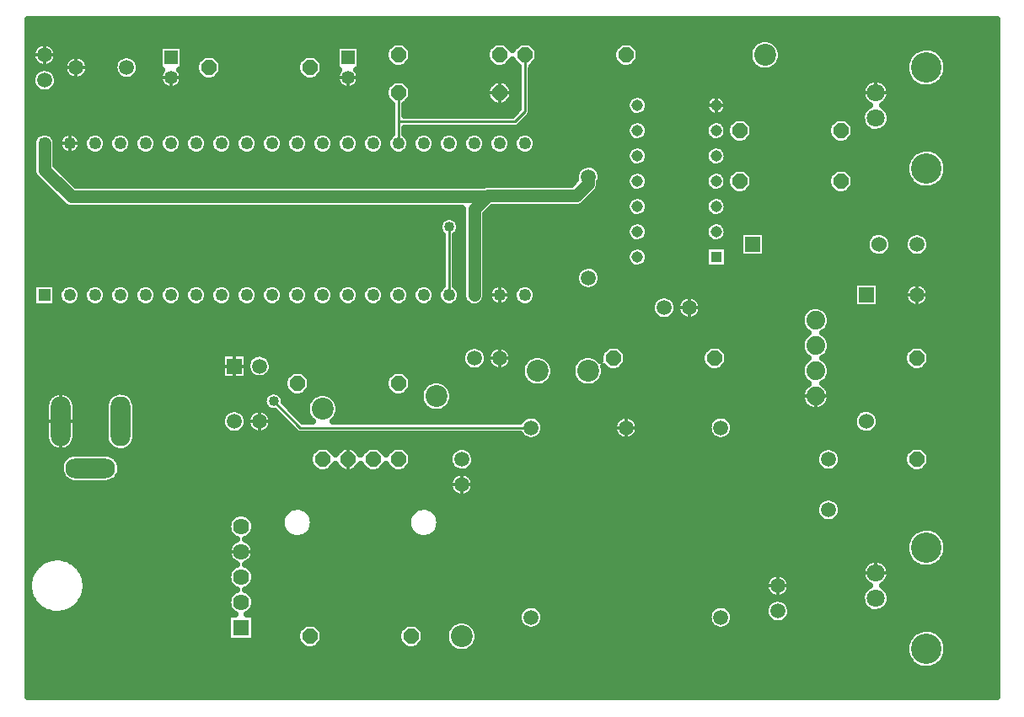
<source format=gbl>
G04 DipTrace 4.3.0.4*
G04 GPSDO_simple.GBL*
%MOIN*%
G04 #@! TF.FileFunction,Copper,L2,Bot*
G04 #@! TF.Part,Single*
%AMOUTLINE0*
4,1,8,
0.012629,-0.030487,
-0.012629,-0.030487,
-0.030487,-0.012629,
-0.030487,0.012629,
-0.012629,0.030487,
0.012629,0.030487,
0.030487,0.012629,
0.030487,-0.012629,
0.012629,-0.030487,
0*%
%AMOUTLINE1*
4,1,8,
-0.012629,0.030487,
0.012629,0.030487,
0.030487,0.012629,
0.030487,-0.012629,
0.012629,-0.030487,
-0.012629,-0.030487,
-0.030487,-0.012629,
-0.030487,0.012629,
-0.012629,0.030487,
0*%
%AMOUTLINE2*
4,1,8,
-0.030487,-0.012629,
-0.030487,0.012629,
-0.012629,0.030487,
0.012629,0.030487,
0.030487,0.012629,
0.030487,-0.012629,
0.012629,-0.030487,
-0.012629,-0.030487,
-0.030487,-0.012629,
0*%
G04 #@! TA.AperFunction,Conductor*
%ADD16C,0.01*%
%ADD17C,0.05*%
G04 #@! TA.AperFunction,CopperBalancing*
%ADD18C,0.025*%
%ADD19C,0.013*%
G04 #@! TA.AperFunction,ComponentPad*
%ADD23O,0.07874X0.19685*%
%ADD24O,0.19685X0.07874*%
%ADD26C,0.059055*%
%ADD27R,0.05315X0.05315*%
%ADD28C,0.05315*%
%ADD29R,0.059055X0.059055*%
%ADD30C,0.120079*%
%ADD31C,0.070866*%
%ADD33R,0.06X0.06*%
%ADD34C,0.06*%
%ADD35C,0.074016*%
%ADD36C,0.074*%
%ADD38C,0.086614*%
%ADD39R,0.049213X0.049213*%
%ADD40C,0.049213*%
%ADD41R,0.044882X0.044882*%
%ADD42C,0.044882*%
%ADD43R,0.06378X0.06378*%
%ADD44C,0.06378*%
G04 #@! TA.AperFunction,ViaPad*
%ADD45C,0.04*%
G04 #@! TA.AperFunction,ComponentPad*
%ADD98OUTLINE0*%
%ADD99OUTLINE1*%
%ADD100OUTLINE2*%
%FSLAX26Y26*%
G04*
G70*
G90*
G75*
G01*
G04 Bottom*
%LPD*%
X2212520Y2034764D2*
D17*
Y2374866D1*
X2247009Y2409356D1*
X2265293Y2427639D1*
X2615122D1*
X2662520Y2475037D1*
Y2502159D1*
X512520Y2634764D2*
Y2530373D1*
X618585Y2424307D1*
X2247009D1*
Y2409356D1*
X2112520Y2034764D2*
D16*
Y2303831D1*
X1418547Y1614682D2*
X1523466Y1509764D1*
X2437520D1*
X1912520Y2634764D2*
Y2720604D1*
Y2834764D1*
X2412520Y2984760D2*
Y2760423D1*
X2372701Y2720604D1*
X1912520D1*
D45*
X2112520Y2303831D3*
X1418547Y1614682D3*
X448025Y3099143D2*
D18*
X4277017D1*
X448025Y3074274D2*
X4277017D1*
X448025Y3049406D2*
X4277017D1*
X448025Y3024537D2*
X479448D1*
X545593D2*
X1877495D1*
X1947552D2*
X2277496D1*
X2347554D2*
X2377487D1*
X2447546D2*
X2777488D1*
X2847564D2*
X3309938D1*
X3415091D2*
X4277017D1*
X448025Y2999668D2*
X462115D1*
X562927D2*
X962807D1*
X1062236D2*
X1662801D1*
X1762230D2*
X1859014D1*
X1966016D2*
X2259016D1*
X2466026D2*
X2759026D1*
X2866026D2*
X3297827D1*
X3427202D2*
X3949573D1*
X4050780D2*
X4277017D1*
X448025Y2974799D2*
X460860D1*
X564182D2*
X604790D1*
X670256D2*
X804791D1*
X870256D2*
X962807D1*
X1062236D2*
X1127749D1*
X1197286D2*
X1527749D1*
X1597287D2*
X1662801D1*
X1762230D2*
X1858890D1*
X1966142D2*
X2258890D1*
X2466151D2*
X2758900D1*
X2866152D2*
X3296858D1*
X3428189D2*
X3927505D1*
X4072848D2*
X4277017D1*
X448025Y2949930D2*
X473921D1*
X551119D2*
X587207D1*
X687839D2*
X787190D1*
X887840D2*
X962807D1*
X1062236D2*
X1109054D1*
X1215982D2*
X1509054D1*
X1615983D2*
X1662801D1*
X1762230D2*
X1872543D1*
X1952487D2*
X2272545D1*
X2352488D2*
X2372535D1*
X2452497D2*
X2772554D1*
X2852480D2*
X3306386D1*
X3418643D2*
X3918319D1*
X4082034D2*
X4277017D1*
X448025Y2925062D2*
X480147D1*
X544894D2*
X585790D1*
X689239D2*
X785790D1*
X889239D2*
X973285D1*
X1051759D2*
X1108891D1*
X1216143D2*
X1508892D1*
X1616144D2*
X1673297D1*
X1751751D2*
X2384377D1*
X2440656D2*
X3337102D1*
X3387927D2*
X3917457D1*
X4082878D2*
X4277017D1*
X448025Y2900193D2*
X462277D1*
X562764D2*
X598655D1*
X676374D2*
X798673D1*
X876374D2*
X963058D1*
X1061986D2*
X1122277D1*
X1202759D2*
X1522277D1*
X1602760D2*
X1663051D1*
X1761996D2*
X2384377D1*
X2440656D2*
X3924634D1*
X4075701D2*
X4277017D1*
X448025Y2875324D2*
X460752D1*
X564290D2*
X967293D1*
X1057751D2*
X1667286D1*
X1757761D2*
X1878266D1*
X1946764D2*
X2278268D1*
X2346765D2*
X2384377D1*
X2440656D2*
X3759064D1*
X3841467D2*
X3942934D1*
X4057417D2*
X4277017D1*
X448025Y2850455D2*
X473419D1*
X551622D2*
X995534D1*
X1029510D2*
X1695545D1*
X1729503D2*
X1859122D1*
X1965925D2*
X2259123D1*
X2365927D2*
X2384377D1*
X2440656D2*
X3743940D1*
X3856592D2*
X4277017D1*
X448025Y2825587D2*
X1858890D1*
X1966142D2*
X2258890D1*
X2366142D2*
X2384377D1*
X2440656D2*
X2839604D1*
X2872845D2*
X3152550D1*
X3185091D2*
X3742450D1*
X3858081D2*
X4277017D1*
X448025Y2800718D2*
X1871753D1*
X1953277D2*
X2271755D1*
X2353278D2*
X2384377D1*
X2440656D2*
X2813570D1*
X2898861D2*
X3126301D1*
X3211340D2*
X3753197D1*
X3847333D2*
X4277017D1*
X448025Y2775849D2*
X1884385D1*
X1940663D2*
X2384377D1*
X2440656D2*
X2811453D1*
X2900996D2*
X3124165D1*
X3213475D2*
X3759513D1*
X3840803D2*
X4277017D1*
X448025Y2750980D2*
X1884385D1*
X1940663D2*
X2364318D1*
X2438861D2*
X2826793D1*
X2885638D2*
X3139577D1*
X3198045D2*
X3743993D1*
X3856341D2*
X4277017D1*
X448025Y2726112D2*
X1884385D1*
X2416972D2*
X2841219D1*
X2871230D2*
X3154219D1*
X3183423D2*
X3229073D1*
X3295974D2*
X3629056D1*
X3695974D2*
X3742253D1*
X3858063D2*
X4277017D1*
X448025Y2701243D2*
X1884385D1*
X2392014D2*
X2813785D1*
X2898646D2*
X3126516D1*
X3315781D2*
X3609248D1*
X3715782D2*
X3752696D1*
X3847621D2*
X4277017D1*
X448025Y2676374D2*
X491272D1*
X533770D2*
X592249D1*
X632793D2*
X691953D1*
X733089D2*
X792249D1*
X832793D2*
X891954D1*
X933089D2*
X992251D1*
X1032794D2*
X1091954D1*
X1133089D2*
X1191963D1*
X1233081D2*
X1291955D1*
X1333091D2*
X1391965D1*
X1433081D2*
X1491955D1*
X1533091D2*
X1591965D1*
X1633083D2*
X1691955D1*
X1733092D2*
X1791948D1*
X1833083D2*
X1884385D1*
X1940663D2*
X1991948D1*
X2033083D2*
X2091957D1*
X2133092D2*
X2191949D1*
X2233084D2*
X2291958D1*
X2333075D2*
X2391949D1*
X2433084D2*
X2811345D1*
X2901104D2*
X3124058D1*
X3316140D2*
X3608890D1*
X3716142D2*
X4277017D1*
X448025Y2651505D2*
X467570D1*
X2457180D2*
X2826147D1*
X2886283D2*
X3138932D1*
X3198709D2*
X3220963D1*
X3304066D2*
X3620982D1*
X3704066D2*
X4277017D1*
X448025Y2626636D2*
X464375D1*
X2459656D2*
X2843102D1*
X2869328D2*
X3156192D1*
X3181449D2*
X4277017D1*
X448025Y2601768D2*
X464375D1*
X560665D2*
X579062D1*
X645980D2*
X678891D1*
X746151D2*
X779062D1*
X845980D2*
X878892D1*
X946151D2*
X979063D1*
X1045980D2*
X1078892D1*
X1146151D2*
X1178883D1*
X1246143D2*
X1278892D1*
X1346152D2*
X1378885D1*
X1446143D2*
X1478894D1*
X1546152D2*
X1578885D1*
X1646144D2*
X1678894D1*
X1746154D2*
X1778886D1*
X1846144D2*
X1879056D1*
X1945974D2*
X1978886D1*
X2046144D2*
X2078895D1*
X2146154D2*
X2178886D1*
X2246146D2*
X2278895D1*
X2346155D2*
X2378887D1*
X2446146D2*
X2814018D1*
X2898430D2*
X3126731D1*
X3210909D2*
X3952642D1*
X4047908D2*
X4277017D1*
X448025Y2576899D2*
X464375D1*
X560665D2*
X2811238D1*
X2901193D2*
X3123969D1*
X3213673D2*
X3928850D1*
X4071699D2*
X4277017D1*
X448025Y2552030D2*
X464375D1*
X560665D2*
X2654567D1*
X2670458D2*
X2825537D1*
X2886911D2*
X3138304D1*
X3199319D2*
X3918857D1*
X4081711D2*
X4277017D1*
X448025Y2527161D2*
X464483D1*
X582770D2*
X2616530D1*
X2708513D2*
X2845453D1*
X2866996D2*
X3158668D1*
X3178955D2*
X3230114D1*
X3294915D2*
X3630097D1*
X3694933D2*
X3917332D1*
X4083218D2*
X4277017D1*
X448025Y2502293D2*
X474047D1*
X607638D2*
X2609856D1*
X2715188D2*
X2814234D1*
X2898197D2*
X3126965D1*
X3315549D2*
X3609482D1*
X3715567D2*
X3923791D1*
X4076760D2*
X4277017D1*
X448025Y2477424D2*
X498430D1*
X632505D2*
X2597870D1*
X2710667D2*
X2811148D1*
X2901283D2*
X3123861D1*
X3316140D2*
X3608890D1*
X3716142D2*
X3940836D1*
X4059714D2*
X4277017D1*
X448025Y2452555D2*
X523298D1*
X2704745D2*
X2824928D1*
X2887504D2*
X3137711D1*
X3199929D2*
X3219923D1*
X3305123D2*
X3619924D1*
X3705106D2*
X4277017D1*
X448025Y2427686D2*
X548165D1*
X2682210D2*
X2848862D1*
X2863587D2*
X3162634D1*
X3175016D2*
X4277017D1*
X448025Y2402818D2*
X573033D1*
X2657343D2*
X2814486D1*
X2897963D2*
X3127198D1*
X3210444D2*
X4277017D1*
X448025Y2377949D2*
X2164479D1*
X2282639D2*
X2811058D1*
X2901373D2*
X3123789D1*
X3213852D2*
X4277017D1*
X448025Y2353080D2*
X2164371D1*
X2260660D2*
X2824353D1*
X2888077D2*
X3137119D1*
X3200504D2*
X4277017D1*
X448025Y2328211D2*
X2077513D1*
X2147535D2*
X2164371D1*
X2260660D2*
X4277017D1*
X448025Y2303343D2*
X2069386D1*
X2260660D2*
X2814718D1*
X2897713D2*
X3127449D1*
X3210192D2*
X4277017D1*
X448025Y2278474D2*
X2078268D1*
X2146782D2*
X2164371D1*
X2260660D2*
X2810987D1*
X2901462D2*
X3123699D1*
X3213942D2*
X3259377D1*
X3365660D2*
X3784434D1*
X3840605D2*
X3935399D1*
X3989633D2*
X4277017D1*
X448025Y2253605D2*
X2084386D1*
X2140664D2*
X2164371D1*
X2260660D2*
X2823797D1*
X2888634D2*
X3136563D1*
X3201077D2*
X3259377D1*
X3365660D2*
X3763012D1*
X3862029D2*
X3913528D1*
X4011504D2*
X4277017D1*
X448025Y2228736D2*
X2084386D1*
X2140664D2*
X2164371D1*
X2260660D2*
X3259377D1*
X3365660D2*
X3759747D1*
X3865294D2*
X3910209D1*
X4014823D2*
X4277017D1*
X448025Y2203867D2*
X2084386D1*
X2140664D2*
X2164371D1*
X2260660D2*
X2815113D1*
X2897336D2*
X3123232D1*
X3214408D2*
X3259377D1*
X3365660D2*
X3769902D1*
X3855139D2*
X3920490D1*
X4004542D2*
X4277017D1*
X448025Y2178999D2*
X2084386D1*
X2140664D2*
X2164371D1*
X2260660D2*
X2811022D1*
X2901408D2*
X3123232D1*
X3214408D2*
X4277017D1*
X448025Y2154130D2*
X2084386D1*
X2140664D2*
X2164371D1*
X2260660D2*
X2823438D1*
X2889010D2*
X3123232D1*
X3214408D2*
X4277017D1*
X448025Y2129261D2*
X2084386D1*
X2140664D2*
X2164371D1*
X2260660D2*
X2617803D1*
X2707239D2*
X4277017D1*
X448025Y2104392D2*
X2084386D1*
X2140664D2*
X2164371D1*
X2260660D2*
X2609909D1*
X2715134D2*
X4277017D1*
X448025Y2079524D2*
X464663D1*
X560378D2*
X602656D1*
X622386D2*
X702647D1*
X722395D2*
X802656D1*
X822387D2*
X902647D1*
X922396D2*
X1003392D1*
X1021634D2*
X1103402D1*
X1121643D2*
X1202657D1*
X1222387D2*
X1302648D1*
X1322379D2*
X1403394D1*
X1421634D2*
X1502648D1*
X1522379D2*
X1602657D1*
X1622388D2*
X1703403D1*
X1721644D2*
X1803394D1*
X1821635D2*
X1903403D1*
X1921644D2*
X2003395D1*
X2021636D2*
X2084386D1*
X2140664D2*
X2164371D1*
X2260660D2*
X2303404D1*
X2321646D2*
X2402660D1*
X2422391D2*
X2615256D1*
X2709787D2*
X3709383D1*
X3815665D2*
X3937373D1*
X3987677D2*
X4277017D1*
X448025Y2054655D2*
X464663D1*
X655794D2*
X669257D1*
X755786D2*
X769248D1*
X855795D2*
X869257D1*
X955786D2*
X969374D1*
X1055652D2*
X1069383D1*
X1155661D2*
X1169249D1*
X1255795D2*
X1269259D1*
X1355787D2*
X1369375D1*
X1455652D2*
X1469259D1*
X1555787D2*
X1569249D1*
X1655797D2*
X1669385D1*
X1755663D2*
X1769377D1*
X1855654D2*
X1869386D1*
X1955663D2*
X1969377D1*
X2055655D2*
X2069386D1*
X2355664D2*
X2369252D1*
X2455781D2*
X2643891D1*
X2681151D2*
X3709383D1*
X3815665D2*
X3913976D1*
X4011073D2*
X4277017D1*
X448025Y2029786D2*
X464663D1*
X2460105D2*
X2937891D1*
X2987154D2*
X3037882D1*
X3087146D2*
X3709383D1*
X3815665D2*
X3910101D1*
X4014949D2*
X4277017D1*
X448025Y2004917D2*
X464663D1*
X560378D2*
X575867D1*
X649173D2*
X675860D1*
X749182D2*
X775869D1*
X849175D2*
X875860D1*
X949184D2*
X976013D1*
X1049031D2*
X1076022D1*
X1149022D2*
X1175852D1*
X1249175D2*
X1275861D1*
X1349184D2*
X1376013D1*
X1449031D2*
X1475861D1*
X1549185D2*
X1575853D1*
X1649176D2*
X1676005D1*
X1749024D2*
X1776014D1*
X1849033D2*
X1876005D1*
X1949025D2*
X1976016D1*
X2049034D2*
X2076007D1*
X2149025D2*
X2175495D1*
X2249554D2*
X2276007D1*
X2349025D2*
X2375854D1*
X2449178D2*
X2914081D1*
X3110954D2*
X3709383D1*
X3815665D2*
X3919699D1*
X4005349D2*
X4277017D1*
X448025Y1980049D2*
X2910080D1*
X3114974D2*
X3524364D1*
X3600684D2*
X4277017D1*
X448025Y1955180D2*
X2919500D1*
X3005545D2*
X3019509D1*
X3105535D2*
X3506117D1*
X3618913D2*
X4277017D1*
X448025Y1930311D2*
X3502546D1*
X3622483D2*
X4277017D1*
X448025Y1905442D2*
X3510387D1*
X3614643D2*
X4277017D1*
X448025Y1880573D2*
X3525028D1*
X3600001D2*
X4277017D1*
X448025Y1855705D2*
X3506314D1*
X3618715D2*
X4277017D1*
X448025Y1830836D2*
X2190172D1*
X2234878D2*
X2290163D1*
X2334869D2*
X2733853D1*
X2791172D2*
X3133854D1*
X3191173D2*
X3502510D1*
X3622520D2*
X3933857D1*
X3991176D2*
X4277017D1*
X448025Y1805967D2*
X2164551D1*
X2360491D2*
X2710761D1*
X2814282D2*
X3110762D1*
X3214283D2*
X3510081D1*
X3614948D2*
X3910765D1*
X4014285D2*
X4277017D1*
X448025Y1781098D2*
X1209852D1*
X1407066D2*
X2159993D1*
X2365047D2*
X2415955D1*
X2509087D2*
X2615955D1*
X2816148D2*
X3108896D1*
X3216148D2*
X3525727D1*
X3599302D2*
X3908899D1*
X4016151D2*
X4277017D1*
X448025Y1756230D2*
X1209852D1*
X1415122D2*
X2168749D1*
X2356274D2*
X2399790D1*
X2525252D2*
X2599790D1*
X2808791D2*
X3116253D1*
X3208793D2*
X3506529D1*
X3618518D2*
X3916255D1*
X4008794D2*
X4277017D1*
X448025Y1731361D2*
X1209852D1*
X1409919D2*
X1484491D1*
X1540555D2*
X1884492D1*
X1940555D2*
X2396165D1*
X2528877D2*
X2596165D1*
X2728878D2*
X3502475D1*
X3622555D2*
X4277017D1*
X448025Y1706492D2*
X1209852D1*
X1315184D2*
X1343143D1*
X1381892D2*
X1461005D1*
X1564041D2*
X1861007D1*
X1964024D2*
X2402660D1*
X2522382D2*
X2602660D1*
X2722382D2*
X3509795D1*
X3615253D2*
X4277017D1*
X448025Y1681623D2*
X1458888D1*
X1566140D2*
X1858890D1*
X1966142D2*
X2016510D1*
X2108530D2*
X2424442D1*
X2500600D2*
X2624442D1*
X2700583D2*
X3526445D1*
X3598602D2*
X4277017D1*
X448025Y1656755D2*
X1465724D1*
X1559322D2*
X1865724D1*
X1959323D2*
X1999967D1*
X2125072D2*
X3506727D1*
X3618303D2*
X4277017D1*
X448025Y1631886D2*
X527407D1*
X625185D2*
X763633D1*
X861411D2*
X1379226D1*
X1457860D2*
X1566791D1*
X1658255D2*
X1996129D1*
X2128894D2*
X3502438D1*
X3622591D2*
X4277017D1*
X448025Y1607017D2*
X515260D1*
X637332D2*
X751486D1*
X873558D2*
X1376139D1*
X1464983D2*
X1550070D1*
X1674976D2*
X2002408D1*
X2122633D2*
X3509490D1*
X3615558D2*
X4277017D1*
X448025Y1582148D2*
X513789D1*
X638803D2*
X750014D1*
X875029D2*
X1243547D1*
X1281488D2*
X1343538D1*
X1489850D2*
X1546122D1*
X1678906D2*
X2023669D1*
X2101370D2*
X3536457D1*
X3588572D2*
X3742163D1*
X3782886D2*
X4277017D1*
X448025Y1557280D2*
X513789D1*
X638803D2*
X750014D1*
X875029D2*
X1215181D1*
X1409846D2*
X1437196D1*
X1514718D2*
X1552277D1*
X1672752D2*
X2418916D1*
X2456122D2*
X2793924D1*
X2831112D2*
X3168930D1*
X3206119D2*
X3714657D1*
X3810373D2*
X4277017D1*
X448025Y1532411D2*
X513789D1*
X638803D2*
X750014D1*
X875029D2*
X1209906D1*
X1415139D2*
X1462064D1*
X2484793D2*
X2765252D1*
X2859783D2*
X3140260D1*
X3234790D2*
X3709437D1*
X3815612D2*
X4277017D1*
X448025Y1507542D2*
X513789D1*
X638803D2*
X750014D1*
X875029D2*
X1217871D1*
X1407155D2*
X1486932D1*
X2490140D2*
X2759906D1*
X2865130D2*
X3134895D1*
X3240138D2*
X3717314D1*
X3807718D2*
X4277017D1*
X448025Y1482673D2*
X513789D1*
X638803D2*
X750014D1*
X875029D2*
X2392791D1*
X2482245D2*
X2767799D1*
X2857253D2*
X3142790D1*
X3232243D2*
X4277017D1*
X448025Y1457804D2*
X516516D1*
X636076D2*
X752741D1*
X872302D2*
X4277017D1*
X448025Y1432936D2*
X531713D1*
X620896D2*
X767920D1*
X857105D2*
X1586744D1*
X1638285D2*
X1686753D1*
X1738294D2*
X1786744D1*
X1838286D2*
X1886753D1*
X1938295D2*
X2146017D1*
X2179024D2*
X3596007D1*
X3629033D2*
X3936745D1*
X3988287D2*
X4277017D1*
X448025Y1408067D2*
X618319D1*
X770497D2*
X1561875D1*
X1963181D2*
X2115587D1*
X2209454D2*
X3565594D1*
X3659444D2*
X3911860D1*
X4013172D2*
X4277017D1*
X448025Y1383198D2*
X582902D1*
X805916D2*
X1558898D1*
X1966142D2*
X2109881D1*
X2215159D2*
X3559871D1*
X3665168D2*
X3908899D1*
X4016151D2*
X4277017D1*
X448025Y1358329D2*
X573356D1*
X815479D2*
X1564190D1*
X1960848D2*
X2117381D1*
X2207660D2*
X3567371D1*
X3657650D2*
X3914192D1*
X4010858D2*
X4277017D1*
X448025Y1333461D2*
X574971D1*
X813846D2*
X2147954D1*
X2177087D2*
X4277017D1*
X448025Y1308592D2*
X589001D1*
X799815D2*
X2115874D1*
X2209167D2*
X4277017D1*
X448025Y1283723D2*
X2109864D1*
X2215177D2*
X4277017D1*
X448025Y1258854D2*
X2117058D1*
X2207983D2*
X4277017D1*
X448025Y1233986D2*
X3600331D1*
X3624726D2*
X4277017D1*
X448025Y1209117D2*
X3566169D1*
X3658888D2*
X4277017D1*
X448025Y1184248D2*
X1471197D1*
X1553832D2*
X1971206D1*
X2053843D2*
X3559853D1*
X3665185D2*
X4277017D1*
X448025Y1159379D2*
X1253667D1*
X1326379D2*
X1452142D1*
X1572904D2*
X1952134D1*
X2072896D2*
X3566743D1*
X3658295D2*
X4277017D1*
X448025Y1134510D2*
X1237268D1*
X1342780D2*
X1447118D1*
X1577909D2*
X1947129D1*
X2077920D2*
X4277017D1*
X448025Y1109642D2*
X1235867D1*
X1344160D2*
X1452357D1*
X1572671D2*
X1952367D1*
X2072681D2*
X3967319D1*
X4033034D2*
X4277017D1*
X448025Y1084773D2*
X1247853D1*
X1332175D2*
X1471860D1*
X1553186D2*
X1971853D1*
X2053178D2*
X3934215D1*
X4066138D2*
X4277017D1*
X448025Y1059904D2*
X1254294D1*
X1325734D2*
X3920885D1*
X4079469D2*
X4277017D1*
X448025Y1035035D2*
X1237429D1*
X1342618D2*
X3916883D1*
X4083470D2*
X4277017D1*
X448025Y1010167D2*
X1235778D1*
X1344268D2*
X3920723D1*
X4079630D2*
X4277017D1*
X448025Y985298D2*
X508657D1*
X616375D2*
X1247404D1*
X1332642D2*
X3773472D1*
X3827077D2*
X3933802D1*
X4066568D2*
X4277017D1*
X448025Y960429D2*
X476235D1*
X648797D2*
X1254958D1*
X1325088D2*
X3747923D1*
X3852626D2*
X3966026D1*
X4034327D2*
X4277017D1*
X665841Y935560D2*
X1237591D1*
X1342438D2*
X3741697D1*
X3858835D2*
X4277017D1*
X674903Y910692D2*
X1235689D1*
X1344358D2*
X3367066D1*
X3457972D2*
X3747133D1*
X3853416D2*
X4277017D1*
X677917Y885823D2*
X1246974D1*
X1333072D2*
X3359871D1*
X3465167D2*
X3770404D1*
X3830146D2*
X4277017D1*
X675369Y860954D2*
X1255622D1*
X1324407D2*
X3365864D1*
X3459175D2*
X3748084D1*
X3852249D2*
X4277017D1*
X666882Y836085D2*
X1237770D1*
X1342259D2*
X3397890D1*
X3427148D2*
X3741606D1*
X3858727D2*
X4277017D1*
X448025Y811217D2*
X474370D1*
X650663D2*
X1235598D1*
X1344429D2*
X3367388D1*
X3457650D2*
X3746774D1*
X3853559D2*
X4277017D1*
X448025Y786348D2*
X504710D1*
X620323D2*
X1246543D1*
X1333503D2*
X2392344D1*
X2482694D2*
X3142466D1*
X3232566D2*
X3359871D1*
X3465167D2*
X3769381D1*
X3830953D2*
X4277017D1*
X448025Y761479D2*
X1234988D1*
X1345039D2*
X2384772D1*
X2490265D2*
X3134877D1*
X3240155D2*
X3365576D1*
X3459462D2*
X4277017D1*
X448025Y736610D2*
X1234988D1*
X1345039D2*
X2122584D1*
X2202457D2*
X2390387D1*
X2484650D2*
X3140510D1*
X3234521D2*
X3395953D1*
X3429085D2*
X4277017D1*
X448025Y711741D2*
X1234988D1*
X1345039D2*
X1514688D1*
X1610349D2*
X1914689D1*
X2010350D2*
X2102041D1*
X2223000D2*
X2420118D1*
X2454937D2*
X3170510D1*
X3204541D2*
X3973222D1*
X4027311D2*
X4277017D1*
X448025Y686873D2*
X1234988D1*
X1345039D2*
X1508892D1*
X1616144D2*
X1908894D1*
X2016146D2*
X2096101D1*
X2228938D2*
X3936028D1*
X4064522D2*
X4277017D1*
X448025Y662004D2*
X1511549D1*
X1613490D2*
X1911549D1*
X2013491D2*
X2100264D1*
X2224777D2*
X3921710D1*
X4078840D2*
X4277017D1*
X448025Y637135D2*
X1535895D1*
X1589142D2*
X1935896D1*
X1989143D2*
X2117345D1*
X2207696D2*
X3917009D1*
X4083524D2*
X4277017D1*
X448025Y612266D2*
X3920167D1*
X4080366D2*
X4277017D1*
X448025Y587398D2*
X3932314D1*
X4068219D2*
X4277017D1*
X448025Y562529D2*
X3961577D1*
X4038974D2*
X4277017D1*
X448025Y537660D2*
X4277017D1*
X448025Y512791D2*
X4277017D1*
X448025Y487923D2*
X4277017D1*
X448025Y463054D2*
X4277017D1*
X872530Y1585382D2*
Y1475709D1*
X871828Y1466558D1*
X869740Y1457622D1*
X866312Y1449108D1*
X861627Y1441217D1*
X855794Y1434133D1*
X848948Y1428020D1*
X841251Y1423022D1*
X832881Y1419259D1*
X824035Y1416814D1*
X814920Y1415747D1*
X805748Y1416081D1*
X796735Y1417811D1*
X788092Y1420895D1*
X780020Y1425261D1*
X772707Y1430807D1*
X766325Y1437403D1*
X761025Y1444894D1*
X756928Y1453106D1*
X754133Y1461848D1*
X752701Y1470912D1*
X752509Y1475709D1*
Y1593819D1*
X753211Y1602970D1*
X755299Y1611906D1*
X758727Y1620420D1*
X763412Y1628311D1*
X769245Y1635395D1*
X776092Y1641508D1*
X783789Y1646505D1*
X792159Y1650269D1*
X801004Y1652714D1*
X810119Y1653781D1*
X819291Y1653446D1*
X828304Y1651717D1*
X836948Y1648633D1*
X845020Y1644266D1*
X852332Y1638720D1*
X858714Y1632125D1*
X864014Y1624634D1*
X868112Y1616421D1*
X870907Y1607680D1*
X872339Y1598615D1*
X872530Y1593819D1*
Y1585382D1*
X636310Y1590866D2*
Y1475709D1*
X636231Y1472648D1*
X635997Y1469594D1*
X635608Y1466558D1*
X635064Y1463545D1*
X634367Y1460563D1*
X633520Y1457622D1*
X632522Y1454727D1*
X631379Y1451886D1*
X630092Y1449108D1*
X628665Y1446399D1*
X627102Y1443766D1*
X625407Y1441217D1*
X623584Y1438757D1*
X621638Y1436394D1*
X619573Y1434133D1*
X617396Y1431979D1*
X615113Y1429940D1*
X612727Y1428020D1*
X610248Y1426224D1*
X607680Y1424556D1*
X605030Y1423022D1*
X602306Y1421626D1*
X599513Y1420370D1*
X596660Y1419259D1*
X593755Y1418293D1*
X590803Y1417478D1*
X587815Y1416814D1*
X584795Y1416303D1*
X581755Y1415946D1*
X578699Y1415747D1*
X575638Y1415702D1*
X572577Y1415814D1*
X569528Y1416081D1*
X566496Y1416504D1*
X563488Y1417081D1*
X560514Y1417811D1*
X557583Y1418692D1*
X554699Y1419720D1*
X551871Y1420895D1*
X549108Y1422213D1*
X546415Y1423669D1*
X543799Y1425261D1*
X541268Y1426984D1*
X538828Y1428835D1*
X536487Y1430807D1*
X534248Y1432895D1*
X532119Y1435096D1*
X530105Y1437403D1*
X528211Y1439808D1*
X526444Y1442307D1*
X524804Y1444894D1*
X523299Y1447560D1*
X521933Y1450301D1*
X520707Y1453106D1*
X519627Y1455971D1*
X518694Y1458887D1*
X517912Y1461848D1*
X517281Y1464844D1*
X516803Y1467867D1*
X516480Y1470912D1*
X516314Y1473970D1*
X516289Y1478661D1*
Y1593819D1*
X516367Y1596879D1*
X516601Y1599933D1*
X516991Y1602970D1*
X517534Y1605983D1*
X518231Y1608965D1*
X519079Y1611906D1*
X520076Y1614801D1*
X521219Y1617642D1*
X522507Y1620420D1*
X523933Y1623129D1*
X525496Y1625761D1*
X527192Y1628311D1*
X529014Y1630770D1*
X530961Y1633134D1*
X533025Y1635395D1*
X535202Y1637549D1*
X537486Y1639588D1*
X539871Y1641508D1*
X542350Y1643303D1*
X544919Y1644971D1*
X547568Y1646505D1*
X550293Y1647902D1*
X553085Y1649157D1*
X555938Y1650269D1*
X558844Y1651235D1*
X561795Y1652050D1*
X564783Y1652714D1*
X567803Y1653224D1*
X570844Y1653581D1*
X573899Y1653781D1*
X576961Y1653825D1*
X580021Y1653714D1*
X583071Y1653446D1*
X586102Y1653024D1*
X589110Y1652446D1*
X592084Y1651717D1*
X595016Y1650836D1*
X597899Y1649807D1*
X600727Y1648633D1*
X603491Y1647315D1*
X606184Y1645858D1*
X608799Y1644266D1*
X611331Y1642543D1*
X613770Y1640693D1*
X616112Y1638720D1*
X618350Y1636633D1*
X620479Y1634432D1*
X622493Y1632125D1*
X624387Y1629719D1*
X626155Y1627220D1*
X627794Y1624634D1*
X629299Y1621967D1*
X630665Y1619227D1*
X631891Y1616421D1*
X632971Y1613556D1*
X633904Y1610640D1*
X634686Y1607680D1*
X635318Y1604684D1*
X635795Y1601660D1*
X636118Y1598615D1*
X636285Y1595558D1*
X636310Y1590866D1*
X643791Y1409850D2*
X753465D1*
X762615Y1409150D1*
X771552Y1407066D1*
X780068Y1403644D1*
X787965Y1398967D1*
X795058Y1393143D1*
X801181Y1386307D1*
X806193Y1378619D1*
X809976Y1370257D1*
X812442Y1361417D1*
X813535Y1352306D1*
X813228Y1343134D1*
X811529Y1334114D1*
X808476Y1325459D1*
X804143Y1317370D1*
X798629Y1310034D1*
X792062Y1303623D1*
X784596Y1298286D1*
X776406Y1294147D1*
X767680Y1291303D1*
X758622Y1289820D1*
X753465Y1289598D1*
X635354D1*
X626203Y1290299D1*
X617266Y1292383D1*
X608751Y1295804D1*
X600854Y1300482D1*
X593761Y1306306D1*
X587638Y1313142D1*
X582626Y1320829D1*
X578843Y1329192D1*
X576377Y1338031D1*
X575283Y1347143D1*
X575591Y1356315D1*
X577290Y1365335D1*
X580343Y1373990D1*
X584676Y1382079D1*
X590190Y1389415D1*
X596757Y1395825D1*
X604223Y1401163D1*
X612413Y1405302D1*
X621139Y1408146D1*
X630197Y1409629D1*
X635354Y1409850D1*
X643791D1*
X1412594Y1531705D2*
X1412315Y1528657D1*
X1411849Y1525634D1*
X1411201Y1522643D1*
X1410371Y1519698D1*
X1409364Y1516808D1*
X1408182Y1513986D1*
X1406831Y1511241D1*
X1405314Y1508583D1*
X1403638Y1506024D1*
X1401810Y1503570D1*
X1399835Y1501232D1*
X1397720Y1499020D1*
X1395476Y1496941D1*
X1393109Y1495001D1*
X1390629Y1493211D1*
X1388042Y1491575D1*
X1385362Y1490098D1*
X1382597Y1488790D1*
X1379756Y1487651D1*
X1376852Y1486688D1*
X1373895Y1485903D1*
X1370895Y1485301D1*
X1367864Y1484882D1*
X1364812Y1484650D1*
X1361753Y1484602D1*
X1358697Y1484743D1*
X1355654Y1485070D1*
X1352636Y1485580D1*
X1349656Y1486274D1*
X1346724Y1487148D1*
X1343850Y1488199D1*
X1341047Y1489425D1*
X1338323Y1490818D1*
X1335689Y1492375D1*
X1333155Y1494089D1*
X1330730Y1495955D1*
X1328423Y1497966D1*
X1326243Y1500113D1*
X1324197Y1502388D1*
X1322295Y1504785D1*
X1320542Y1507294D1*
X1318945Y1509904D1*
X1317510Y1512606D1*
X1316244Y1515391D1*
X1315148Y1518249D1*
X1314667Y1519702D1*
X1314230Y1521169D1*
X1313837Y1522650D1*
X1313490Y1524140D1*
X1313189Y1525642D1*
X1312933Y1527151D1*
X1312723Y1528668D1*
X1312522Y1530696D1*
X1311849Y1525627D1*
X1309331Y1516719D1*
X1305218Y1508425D1*
X1299651Y1501028D1*
X1292820Y1494780D1*
X1284957Y1489892D1*
X1276331Y1486533D1*
X1267232Y1484816D1*
X1257975Y1484801D1*
X1248871Y1486487D1*
X1240234Y1489816D1*
X1232354Y1494677D1*
X1225503Y1500903D1*
X1219911Y1508281D1*
X1215770Y1516562D1*
X1213222Y1525461D1*
X1212352Y1534678D1*
X1213190Y1543898D1*
X1215709Y1552807D1*
X1219822Y1561101D1*
X1225388Y1568497D1*
X1232219Y1574747D1*
X1240083Y1579634D1*
X1248709Y1582992D1*
X1257807Y1584709D1*
X1267064Y1584724D1*
X1276168Y1583038D1*
X1284806Y1579709D1*
X1292685Y1574849D1*
X1299537Y1568623D1*
X1305129Y1561244D1*
X1309269Y1552965D1*
X1311818Y1544064D1*
X1312125Y1542253D1*
X1312366Y1540432D1*
X1312518Y1538840D1*
X1312727Y1540886D1*
X1312937Y1542402D1*
X1313193Y1543911D1*
X1313495Y1545412D1*
X1313843Y1546903D1*
X1314235Y1548383D1*
X1314673Y1549850D1*
X1315156Y1551303D1*
X1315682Y1552740D1*
X1316866Y1555563D1*
X1318219Y1558307D1*
X1319736Y1560965D1*
X1321413Y1563524D1*
X1323243Y1565976D1*
X1325218Y1568312D1*
X1327333Y1570524D1*
X1329579Y1572602D1*
X1331946Y1574541D1*
X1334428Y1576331D1*
X1337014Y1577966D1*
X1339696Y1579440D1*
X1342462Y1580748D1*
X1345302Y1581886D1*
X1348207Y1582848D1*
X1351165Y1583631D1*
X1354165Y1584232D1*
X1357197Y1584650D1*
X1360248Y1584882D1*
X1363307Y1584927D1*
X1366364Y1584785D1*
X1369406Y1584458D1*
X1372423Y1583946D1*
X1375403Y1583251D1*
X1378335Y1582375D1*
X1381207Y1581323D1*
X1384010Y1580096D1*
X1386735Y1578702D1*
X1389369Y1577144D1*
X1391902Y1575428D1*
X1394327Y1573562D1*
X1396633Y1571550D1*
X1398811Y1569402D1*
X1400856Y1567125D1*
X1402757Y1564728D1*
X1404509Y1562219D1*
X1406105Y1559608D1*
X1407538Y1556906D1*
X1408804Y1554119D1*
X1409898Y1551261D1*
X1410815Y1548343D1*
X1411554Y1545373D1*
X1412109Y1542364D1*
X1412480Y1539327D1*
X1412665Y1536273D1*
X1412688Y1534765D1*
X1412594Y1531705D1*
X3112594Y1981703D2*
X3112315Y1978656D1*
X3111849Y1975633D1*
X3111201Y1972642D1*
X3110371Y1969697D1*
X3109364Y1966807D1*
X3108182Y1963986D1*
X3106831Y1961240D1*
X3105314Y1958583D1*
X3103638Y1956022D1*
X3101810Y1953568D1*
X3099835Y1951231D1*
X3097720Y1949018D1*
X3095476Y1946940D1*
X3093109Y1945001D1*
X3090629Y1943210D1*
X3088042Y1941573D1*
X3085362Y1940098D1*
X3082597Y1938789D1*
X3079756Y1937650D1*
X3076852Y1936686D1*
X3073895Y1935903D1*
X3070895Y1935299D1*
X3067864Y1934882D1*
X3064812Y1934648D1*
X3061753Y1934602D1*
X3058697Y1934741D1*
X3055654Y1935068D1*
X3052636Y1935579D1*
X3049656Y1936273D1*
X3046724Y1937147D1*
X3043850Y1938198D1*
X3041047Y1939424D1*
X3038323Y1940818D1*
X3035689Y1942374D1*
X3033155Y1944088D1*
X3030730Y1945954D1*
X3028423Y1947965D1*
X3026243Y1950112D1*
X3024197Y1952387D1*
X3022295Y1954785D1*
X3020542Y1957293D1*
X3018945Y1959903D1*
X3017510Y1962605D1*
X3016244Y1965391D1*
X3015148Y1968248D1*
X3014667Y1969701D1*
X3014230Y1971168D1*
X3013837Y1972648D1*
X3013490Y1974139D1*
X3013189Y1975640D1*
X3012933Y1977150D1*
X3012723Y1978667D1*
X3012522Y1980694D1*
X3011849Y1975629D1*
X3009331Y1966720D1*
X3005218Y1958425D1*
X2999651Y1951029D1*
X2992820Y1944780D1*
X2984957Y1939894D1*
X2976331Y1936534D1*
X2967232Y1934818D1*
X2957975Y1934802D1*
X2948871Y1936488D1*
X2940234Y1939818D1*
X2932354Y1944678D1*
X2925503Y1950903D1*
X2919911Y1958282D1*
X2915770Y1966562D1*
X2913222Y1975462D1*
X2912352Y1984678D1*
X2913190Y1993899D1*
X2915709Y2002807D1*
X2919822Y2011102D1*
X2925388Y2018499D1*
X2932219Y2024748D1*
X2940083Y2029634D1*
X2948709Y2032993D1*
X2957807Y2034710D1*
X2967064Y2034726D1*
X2976168Y2033039D1*
X2984806Y2029710D1*
X2992685Y2024849D1*
X2999537Y2018625D1*
X3005129Y2011245D1*
X3009269Y2002966D1*
X3011818Y1994066D1*
X3012125Y1992255D1*
X3012366Y1990433D1*
X3012518Y1988841D1*
X3012727Y1990885D1*
X3012937Y1992400D1*
X3013193Y1993911D1*
X3013495Y1995411D1*
X3013843Y1996902D1*
X3014235Y1998382D1*
X3014673Y1999849D1*
X3015156Y2001302D1*
X3015682Y2002739D1*
X3016866Y2005562D1*
X3018219Y2008306D1*
X3019736Y2010963D1*
X3021413Y2013522D1*
X3023243Y2015975D1*
X3025218Y2018311D1*
X3027333Y2020522D1*
X3029579Y2022601D1*
X3031946Y2024539D1*
X3034428Y2026329D1*
X3037014Y2027965D1*
X3039696Y2029440D1*
X3042462Y2030748D1*
X3045302Y2031885D1*
X3048207Y2032846D1*
X3051165Y2033630D1*
X3054165Y2034231D1*
X3057197Y2034648D1*
X3060248Y2034881D1*
X3063307Y2034925D1*
X3066364Y2034785D1*
X3069406Y2034457D1*
X3072423Y2033945D1*
X3075403Y2033249D1*
X3078335Y2032374D1*
X3081207Y2031322D1*
X3084010Y2030096D1*
X3086735Y2028701D1*
X3089369Y2027143D1*
X3091902Y2025427D1*
X3094327Y2023560D1*
X3096633Y2021549D1*
X3098811Y2019402D1*
X3100856Y2017125D1*
X3102757Y2014727D1*
X3104509Y2012218D1*
X3106105Y2009608D1*
X3107538Y2006904D1*
X3108804Y2004118D1*
X3109898Y2001261D1*
X3110815Y1998341D1*
X3111554Y1995371D1*
X3112109Y1992364D1*
X3112480Y1989325D1*
X3112665Y1986272D1*
X3112688Y1984764D1*
X3112594Y1981703D1*
X2211849Y1375629D2*
X2209331Y1366720D1*
X2205218Y1358425D1*
X2199651Y1351029D1*
X2192820Y1344780D1*
X2184957Y1339894D1*
X2176331Y1336534D1*
X2174555Y1336060D1*
X2172764Y1335654D1*
X2170959Y1335311D1*
X2169142Y1335035D1*
X2167318Y1334825D1*
X2166571Y1334768D1*
X2167879Y1334644D1*
X2169399Y1334458D1*
X2170912Y1334224D1*
X2172417Y1333946D1*
X2173913Y1333621D1*
X2175399Y1333251D1*
X2176873Y1332835D1*
X2178332Y1332374D1*
X2179778Y1331870D1*
X2182618Y1330730D1*
X2185383Y1329419D1*
X2188063Y1327942D1*
X2190647Y1326304D1*
X2193127Y1324513D1*
X2195493Y1322572D1*
X2197738Y1320492D1*
X2199850Y1318278D1*
X2201824Y1315941D1*
X2203651Y1313487D1*
X2205325Y1310925D1*
X2206841Y1308268D1*
X2208192Y1305521D1*
X2209373Y1302698D1*
X2210378Y1299808D1*
X2211206Y1296864D1*
X2211854Y1293873D1*
X2212318Y1290848D1*
X2212596Y1287801D1*
X2212688Y1284764D1*
X2212594Y1281703D1*
X2212315Y1278656D1*
X2211849Y1275633D1*
X2211201Y1272642D1*
X2210371Y1269697D1*
X2209364Y1266807D1*
X2208182Y1263986D1*
X2206831Y1261240D1*
X2205314Y1258583D1*
X2203638Y1256022D1*
X2201810Y1253568D1*
X2199835Y1251231D1*
X2197720Y1249018D1*
X2195476Y1246940D1*
X2193109Y1245001D1*
X2190629Y1243210D1*
X2188042Y1241573D1*
X2185362Y1240098D1*
X2182597Y1238789D1*
X2179756Y1237650D1*
X2176852Y1236686D1*
X2173895Y1235903D1*
X2170895Y1235299D1*
X2167864Y1234882D1*
X2164812Y1234648D1*
X2161753Y1234602D1*
X2158697Y1234741D1*
X2155654Y1235068D1*
X2152636Y1235579D1*
X2149656Y1236273D1*
X2146724Y1237147D1*
X2143850Y1238198D1*
X2141047Y1239424D1*
X2138323Y1240818D1*
X2135689Y1242374D1*
X2133155Y1244088D1*
X2130730Y1245954D1*
X2128423Y1247965D1*
X2126243Y1250112D1*
X2124197Y1252387D1*
X2122295Y1254785D1*
X2120542Y1257293D1*
X2118945Y1259903D1*
X2117510Y1262605D1*
X2116244Y1265391D1*
X2115148Y1268248D1*
X2114230Y1271167D1*
X2113491Y1274135D1*
X2112934Y1277144D1*
X2112562Y1280181D1*
X2112375Y1283236D1*
Y1286295D1*
X2112562Y1289349D1*
X2112934Y1292387D1*
X2113491Y1295395D1*
X2114231Y1298365D1*
X2115150Y1301283D1*
X2116245Y1304140D1*
X2117512Y1306925D1*
X2118948Y1309629D1*
X2120543Y1312239D1*
X2122297Y1314747D1*
X2124199Y1317143D1*
X2126244Y1319419D1*
X2128425Y1321566D1*
X2130732Y1323576D1*
X2133157Y1325441D1*
X2135692Y1327156D1*
X2138325Y1328713D1*
X2141050Y1330105D1*
X2143854Y1331331D1*
X2146728Y1332382D1*
X2148188Y1332841D1*
X2149661Y1333256D1*
X2151147Y1333626D1*
X2152644Y1333950D1*
X2154150Y1334228D1*
X2155663Y1334461D1*
X2157182Y1334647D1*
X2158441Y1334762D1*
X2156316Y1334980D1*
X2154499Y1335241D1*
X2152690Y1335568D1*
X2150895Y1335961D1*
X2149117Y1336420D1*
X2147356Y1336942D1*
X2145614Y1337530D1*
X2137223Y1341441D1*
X2129693Y1346827D1*
X2123281Y1353504D1*
X2118206Y1361247D1*
X2114639Y1369790D1*
X2112702Y1378843D1*
X2112463Y1388097D1*
X2113928Y1397239D1*
X2117047Y1405955D1*
X2121715Y1413950D1*
X2127773Y1420950D1*
X2135013Y1426719D1*
X2143192Y1431059D1*
X2152028Y1433822D1*
X2161220Y1434915D1*
X2170458Y1434299D1*
X2179425Y1431997D1*
X2187816Y1428087D1*
X2195346Y1422701D1*
X2201759Y1416024D1*
X2206833Y1408281D1*
X2210400Y1399738D1*
X2212337Y1390685D1*
X2212688Y1384764D1*
X2211849Y1375629D1*
X1674488Y3021349D2*
X1759732D1*
Y2926919D1*
X1747667D1*
X1748253Y2926257D1*
X1750176Y2923881D1*
X1751941Y2921383D1*
X1753541Y2918777D1*
X1754969Y2916072D1*
X1756218Y2913282D1*
X1757283Y2910416D1*
X1758163Y2907487D1*
X1758849Y2904508D1*
X1759343Y2901490D1*
X1759639Y2898446D1*
X1759738Y2895394D1*
X1759638Y2892333D1*
X1759341Y2889290D1*
X1758848Y2886273D1*
X1758160Y2883293D1*
X1757282Y2880365D1*
X1756215Y2877499D1*
X1754965Y2874707D1*
X1753537Y2872004D1*
X1751937Y2869398D1*
X1750172Y2866902D1*
X1748248Y2864524D1*
X1746175Y2862277D1*
X1743961Y2860168D1*
X1741614Y2858206D1*
X1739147Y2856402D1*
X1736567Y2854760D1*
X1733886Y2853289D1*
X1731115Y2851993D1*
X1728268Y2850882D1*
X1725353Y2849955D1*
X1722386Y2849220D1*
X1719375Y2848678D1*
X1716337Y2848333D1*
X1713283Y2848185D1*
X1710226Y2848235D1*
X1707178Y2848482D1*
X1704152Y2848927D1*
X1701163Y2849566D1*
X1698219Y2850398D1*
X1695337Y2851417D1*
X1692526Y2852622D1*
X1689801Y2854005D1*
X1687168Y2855563D1*
X1684643Y2857289D1*
X1682235Y2859173D1*
X1679954Y2861209D1*
X1677810Y2863388D1*
X1675811Y2865703D1*
X1673966Y2868142D1*
X1672283Y2870694D1*
X1670769Y2873350D1*
X1669429Y2876100D1*
X1668270Y2878929D1*
X1667298Y2881828D1*
X1666514Y2884785D1*
X1665924Y2887785D1*
X1665530Y2890818D1*
X1665332Y2893869D1*
Y2896927D1*
X1665530Y2899978D1*
X1665925Y2903010D1*
X1666516Y2906010D1*
X1667301Y2908966D1*
X1668273Y2911865D1*
X1669432Y2914694D1*
X1670772Y2917444D1*
X1672287Y2920100D1*
X1673970Y2922652D1*
X1675816Y2925091D1*
X1677395Y2926919D1*
X1665302D1*
Y3021349D1*
X1674488D1*
X974490D2*
X1059734D1*
Y2926919D1*
X1047667D1*
X1048252Y2926257D1*
X1050175Y2923881D1*
X1051940Y2921383D1*
X1053539Y2918777D1*
X1054967Y2916072D1*
X1056217Y2913282D1*
X1057283Y2910416D1*
X1058161Y2907487D1*
X1058849Y2904508D1*
X1059341Y2901490D1*
X1059638Y2898446D1*
X1059736Y2895394D1*
X1059638Y2892333D1*
X1059340Y2889290D1*
X1058846Y2886273D1*
X1058160Y2883293D1*
X1057281Y2880365D1*
X1056214Y2877499D1*
X1054963Y2874707D1*
X1053535Y2872004D1*
X1051936Y2869398D1*
X1050171Y2866902D1*
X1048247Y2864524D1*
X1046175Y2862277D1*
X1043959Y2860168D1*
X1041614Y2858206D1*
X1039146Y2856402D1*
X1036566Y2854760D1*
X1033885Y2853289D1*
X1031114Y2851993D1*
X1028266Y2850882D1*
X1025352Y2849955D1*
X1022385Y2849220D1*
X1019374Y2848678D1*
X1016336Y2848333D1*
X1013282Y2848185D1*
X1010224Y2848235D1*
X1007177Y2848482D1*
X1004151Y2848927D1*
X1001161Y2849566D1*
X998219Y2850398D1*
X995336Y2851417D1*
X992525Y2852622D1*
X989799Y2854005D1*
X987168Y2855563D1*
X984642Y2857289D1*
X982234Y2859173D1*
X979953Y2861209D1*
X977808Y2863388D1*
X975810Y2865703D1*
X973965Y2868142D1*
X972282Y2870694D1*
X970768Y2873350D1*
X969428Y2876100D1*
X968269Y2878929D1*
X967297Y2881828D1*
X966513Y2884785D1*
X965924Y2887785D1*
X965529Y2890818D1*
X965331Y2893869D1*
Y2896927D1*
X965529Y2899978D1*
X965924Y2903010D1*
X966516Y2906010D1*
X967299Y2908966D1*
X968272Y2911865D1*
X969432Y2914694D1*
X970770Y2917444D1*
X972286Y2920100D1*
X973970Y2922652D1*
X975815Y2925091D1*
X977394Y2926919D1*
X965303D1*
Y3021349D1*
X974490D1*
X3461850Y775629D2*
X3459331Y766720D1*
X3455219Y758425D1*
X3449652Y751029D1*
X3442822Y744780D1*
X3434958Y739894D1*
X3426331Y736534D1*
X3417234Y734818D1*
X3407976Y734802D1*
X3398873Y736488D1*
X3390235Y739818D1*
X3382356Y744678D1*
X3375503Y750903D1*
X3369912Y758282D1*
X3365772Y766562D1*
X3363223Y775462D1*
X3362353Y784678D1*
X3363192Y793899D1*
X3365710Y802807D1*
X3369823Y811102D1*
X3375388Y818499D1*
X3382220Y824748D1*
X3390083Y829634D1*
X3398710Y832993D1*
X3400486Y833467D1*
X3402277Y833874D1*
X3404081Y834217D1*
X3405898Y834492D1*
X3407723Y834702D1*
X3408469Y834760D1*
X3407160Y834883D1*
X3405640Y835070D1*
X3404127Y835303D1*
X3402622Y835581D1*
X3401126Y835907D1*
X3399640Y836277D1*
X3398167Y836693D1*
X3396706Y837154D1*
X3395261Y837657D1*
X3392421Y838798D1*
X3389656Y840108D1*
X3386976Y841585D1*
X3384392Y843222D1*
X3381912Y845014D1*
X3379546Y846954D1*
X3377302Y849034D1*
X3375189Y851248D1*
X3373215Y853587D1*
X3371387Y856041D1*
X3369713Y858601D1*
X3368198Y861260D1*
X3366846Y864005D1*
X3365667Y866828D1*
X3364660Y869718D1*
X3363832Y872664D1*
X3363185Y875654D1*
X3362722Y878678D1*
X3362444Y881726D1*
X3362350Y884785D1*
X3362445Y887843D1*
X3362726Y890890D1*
X3363193Y893913D1*
X3363843Y896904D1*
X3364673Y899849D1*
X3365681Y902738D1*
X3366864Y905559D1*
X3368217Y908304D1*
X3369735Y910962D1*
X3371411Y913521D1*
X3373240Y915974D1*
X3375217Y918310D1*
X3377331Y920522D1*
X3379576Y922600D1*
X3381944Y924538D1*
X3384427Y926328D1*
X3387012Y927963D1*
X3389693Y929438D1*
X3392459Y930747D1*
X3395299Y931885D1*
X3398205Y932846D1*
X3401163Y933630D1*
X3404163Y934231D1*
X3407194Y934648D1*
X3410245Y934881D1*
X3413304Y934925D1*
X3416361Y934785D1*
X3419403Y934457D1*
X3422420Y933945D1*
X3425400Y933249D1*
X3428332Y932374D1*
X3431205Y931322D1*
X3434008Y930096D1*
X3436732Y928702D1*
X3439366Y927144D1*
X3441899Y925428D1*
X3444324Y923562D1*
X3446630Y921550D1*
X3448810Y919403D1*
X3450853Y917126D1*
X3452755Y914728D1*
X3454507Y912219D1*
X3456102Y909609D1*
X3457537Y906906D1*
X3458802Y904119D1*
X3459896Y901262D1*
X3460814Y898344D1*
X3461552Y895374D1*
X3462108Y892365D1*
X3462479Y889327D1*
X3462664Y886273D1*
X3462686Y884764D1*
X3462593Y881703D1*
X3462314Y878656D1*
X3461849Y875633D1*
X3461201Y872642D1*
X3460370Y869697D1*
X3459364Y866807D1*
X3458181Y863986D1*
X3456829Y861240D1*
X3455312Y858583D1*
X3453638Y856022D1*
X3451808Y853568D1*
X3449833Y851231D1*
X3447720Y849018D1*
X3445475Y846940D1*
X3443108Y845001D1*
X3440627Y843210D1*
X3438042Y841573D1*
X3435361Y840098D1*
X3432596Y838789D1*
X3429756Y837650D1*
X3426852Y836686D1*
X3425378Y836272D1*
X3423891Y835902D1*
X3422395Y835577D1*
X3420890Y835299D1*
X3419377Y835067D1*
X3417857Y834881D1*
X3416598Y834765D1*
X3418723Y834547D1*
X3420542Y834286D1*
X3422350Y833959D1*
X3424144Y833567D1*
X3425924Y833108D1*
X3427685Y832585D1*
X3429425Y831997D1*
X3437818Y828087D1*
X3445346Y822701D1*
X3451759Y816024D1*
X3456835Y808281D1*
X3460402Y799738D1*
X3462337Y790685D1*
X3462689Y784764D1*
X3461850Y775629D1*
X562594Y2981703D2*
X562315Y2978656D1*
X561849Y2975633D1*
X561201Y2972642D1*
X560371Y2969697D1*
X559364Y2966807D1*
X558182Y2963986D1*
X556831Y2961240D1*
X555314Y2958583D1*
X553638Y2956022D1*
X551810Y2953568D1*
X549835Y2951231D1*
X547720Y2949018D1*
X545476Y2946940D1*
X543109Y2945001D1*
X540629Y2943210D1*
X538042Y2941573D1*
X535362Y2940098D1*
X532597Y2938789D1*
X529756Y2937650D1*
X526852Y2936686D1*
X525378Y2936272D1*
X523892Y2935902D1*
X522396Y2935577D1*
X520891Y2935299D1*
X519378Y2935067D1*
X517858Y2934881D1*
X516600Y2934765D1*
X518723Y2934547D1*
X520541Y2934286D1*
X522349Y2933959D1*
X524144Y2933567D1*
X525923Y2933108D1*
X527684Y2932585D1*
X529425Y2931997D1*
X537816Y2928087D1*
X545346Y2922701D1*
X551759Y2916024D1*
X556833Y2908281D1*
X560400Y2899738D1*
X562337Y2890685D1*
X562688Y2884764D1*
X561849Y2875629D1*
X559331Y2866720D1*
X555218Y2858425D1*
X549651Y2851029D1*
X542820Y2844780D1*
X534957Y2839894D1*
X526331Y2836534D1*
X517232Y2834818D1*
X507975Y2834802D1*
X498871Y2836488D1*
X490234Y2839818D1*
X482354Y2844678D1*
X475503Y2850903D1*
X469911Y2858282D1*
X465770Y2866562D1*
X463222Y2875462D1*
X462352Y2884678D1*
X463190Y2893899D1*
X465709Y2902807D1*
X469822Y2911102D1*
X475388Y2918499D1*
X482219Y2924748D1*
X490083Y2929634D1*
X498709Y2932993D1*
X500484Y2933467D1*
X502276Y2933874D1*
X504080Y2934217D1*
X505898Y2934492D1*
X507722Y2934702D1*
X508469Y2934760D1*
X507161Y2934883D1*
X505642Y2935070D1*
X504129Y2935303D1*
X502623Y2935581D1*
X501127Y2935907D1*
X499642Y2936277D1*
X498168Y2936693D1*
X496707Y2937154D1*
X495262Y2937657D1*
X492423Y2938798D1*
X489657Y2940108D1*
X486978Y2941585D1*
X484392Y2943222D1*
X481912Y2945014D1*
X479546Y2946954D1*
X477303Y2949034D1*
X475190Y2951248D1*
X473217Y2953587D1*
X471388Y2956041D1*
X469714Y2958601D1*
X468198Y2961260D1*
X466848Y2964005D1*
X465668Y2966828D1*
X464661Y2969718D1*
X463833Y2972664D1*
X463186Y2975654D1*
X462722Y2978678D1*
X462444Y2981726D1*
X462352Y2984785D1*
X462446Y2987843D1*
X462727Y2990890D1*
X463193Y2993913D1*
X463843Y2996904D1*
X464673Y2999849D1*
X465682Y3002738D1*
X466865Y3005559D1*
X468218Y3008304D1*
X469735Y3010962D1*
X471412Y3013521D1*
X473241Y3015974D1*
X475218Y3018310D1*
X477332Y3020522D1*
X479577Y3022600D1*
X481945Y3024538D1*
X484427Y3026328D1*
X487013Y3027963D1*
X489694Y3029438D1*
X492461Y3030747D1*
X495301Y3031885D1*
X498205Y3032846D1*
X501163Y3033630D1*
X504164Y3034231D1*
X507194Y3034648D1*
X510245Y3034881D1*
X513306Y3034925D1*
X516362Y3034785D1*
X519404Y3034457D1*
X522421Y3033945D1*
X525400Y3033249D1*
X528332Y3032374D1*
X531206Y3031322D1*
X534009Y3030096D1*
X536734Y3028702D1*
X539366Y3027144D1*
X541900Y3025428D1*
X544324Y3023562D1*
X546631Y3021550D1*
X548810Y3019403D1*
X550854Y3017126D1*
X552756Y3014728D1*
X554508Y3012219D1*
X556104Y3009609D1*
X557537Y3006906D1*
X558803Y3004119D1*
X559898Y3001262D1*
X560815Y2998344D1*
X561552Y2995374D1*
X562109Y2992365D1*
X562479Y2989327D1*
X562665Y2986273D1*
X562688Y2984764D1*
X562594Y2981703D1*
X2262429Y1781954D2*
X2261849Y1775629D1*
X2259331Y1766720D1*
X2255218Y1758425D1*
X2249651Y1751029D1*
X2242820Y1744780D1*
X2234957Y1739894D1*
X2226331Y1736534D1*
X2217232Y1734818D1*
X2207975Y1734802D1*
X2198871Y1736488D1*
X2190234Y1739818D1*
X2182354Y1744678D1*
X2175503Y1750903D1*
X2169911Y1758282D1*
X2165770Y1766562D1*
X2163222Y1775462D1*
X2162352Y1784678D1*
X2163190Y1793899D1*
X2165709Y1802807D1*
X2169822Y1811102D1*
X2175388Y1818499D1*
X2182219Y1824748D1*
X2190083Y1829634D1*
X2198709Y1832993D1*
X2207807Y1834710D1*
X2217064Y1834726D1*
X2226168Y1833039D1*
X2234806Y1829710D1*
X2242685Y1824849D1*
X2249537Y1818625D1*
X2255129Y1811245D1*
X2259269Y1802966D1*
X2261818Y1794066D1*
X2262125Y1792255D1*
X2262366Y1790433D1*
X2262518Y1788841D1*
X2262727Y1790885D1*
X2262937Y1792400D1*
X2263193Y1793911D1*
X2263495Y1795411D1*
X2263843Y1796902D1*
X2264235Y1798382D1*
X2264673Y1799849D1*
X2265156Y1801302D1*
X2265682Y1802739D1*
X2266866Y1805562D1*
X2268219Y1808306D1*
X2269736Y1810963D1*
X2271413Y1813522D1*
X2273243Y1815975D1*
X2275218Y1818311D1*
X2277333Y1820522D1*
X2279579Y1822601D1*
X2281946Y1824539D1*
X2284428Y1826329D1*
X2287014Y1827965D1*
X2289696Y1829440D1*
X2292462Y1830748D1*
X2295302Y1831885D1*
X2298207Y1832846D1*
X2301165Y1833630D1*
X2304165Y1834231D1*
X2307197Y1834648D1*
X2310248Y1834881D1*
X2313307Y1834925D1*
X2316364Y1834785D1*
X2319406Y1834457D1*
X2322423Y1833945D1*
X2325403Y1833249D1*
X2328335Y1832374D1*
X2331207Y1831322D1*
X2334010Y1830096D1*
X2336735Y1828701D1*
X2339369Y1827143D1*
X2341902Y1825427D1*
X2344327Y1823560D1*
X2346633Y1821549D1*
X2348811Y1819402D1*
X2350856Y1817125D1*
X2352757Y1814727D1*
X2354509Y1812218D1*
X2356105Y1809608D1*
X2357538Y1806904D1*
X2358804Y1804118D1*
X2359898Y1801261D1*
X2360815Y1798341D1*
X2361554Y1795371D1*
X2362109Y1792364D1*
X2362480Y1789325D1*
X2362665Y1786272D1*
X2362688Y1784764D1*
X2362594Y1781703D1*
X2362315Y1778656D1*
X2361849Y1775633D1*
X2361201Y1772642D1*
X2360371Y1769697D1*
X2359364Y1766807D1*
X2358182Y1763986D1*
X2356831Y1761240D1*
X2355314Y1758583D1*
X2353638Y1756022D1*
X2351810Y1753568D1*
X2349835Y1751231D1*
X2347720Y1749018D1*
X2345476Y1746940D1*
X2343109Y1745001D1*
X2340629Y1743210D1*
X2338042Y1741573D1*
X2335362Y1740098D1*
X2332597Y1738789D1*
X2329756Y1737650D1*
X2326852Y1736686D1*
X2323895Y1735903D1*
X2320895Y1735299D1*
X2317864Y1734882D1*
X2314812Y1734648D1*
X2311753Y1734602D1*
X2308697Y1734741D1*
X2305654Y1735068D1*
X2302636Y1735579D1*
X2299656Y1736273D1*
X2296724Y1737147D1*
X2293850Y1738198D1*
X2291047Y1739424D1*
X2288323Y1740818D1*
X2285689Y1742374D1*
X2283155Y1744088D1*
X2280730Y1745954D1*
X2278423Y1747965D1*
X2276243Y1750112D1*
X2274197Y1752387D1*
X2272295Y1754785D1*
X2270542Y1757293D1*
X2268945Y1759903D1*
X2267510Y1762605D1*
X2266244Y1765391D1*
X2265148Y1768248D1*
X2264667Y1769701D1*
X2264230Y1771168D1*
X2263837Y1772648D1*
X2263490Y1774139D1*
X2263189Y1775640D1*
X2262933Y1777150D1*
X2262723Y1778667D1*
X2262522Y1780694D1*
X2262429Y1781954D1*
X886849Y2925631D2*
X884331Y2916722D1*
X880218Y2908428D1*
X874651Y2901030D1*
X867820Y2894782D1*
X859957Y2889895D1*
X851331Y2886537D1*
X842232Y2884820D1*
X832975Y2884804D1*
X823871Y2886490D1*
X815234Y2889820D1*
X807354Y2894680D1*
X800503Y2900906D1*
X794911Y2908283D1*
X790770Y2916564D1*
X788222Y2925465D1*
X787352Y2934681D1*
X788190Y2943902D1*
X790709Y2952810D1*
X794822Y2961104D1*
X800388Y2968501D1*
X807219Y2974749D1*
X815083Y2979636D1*
X823709Y2982996D1*
X832807Y2984713D1*
X842064Y2984727D1*
X851168Y2983042D1*
X859806Y2979713D1*
X867685Y2974852D1*
X874537Y2968626D1*
X880129Y2961248D1*
X884269Y2952967D1*
X886818Y2944067D1*
X887688Y2934766D1*
X886849Y2925631D1*
X687594Y2931701D2*
X687315Y2928655D1*
X686849Y2925630D1*
X686201Y2922639D1*
X685371Y2919694D1*
X684364Y2916806D1*
X683182Y2913983D1*
X681831Y2911238D1*
X680314Y2908580D1*
X678638Y2906020D1*
X676810Y2903567D1*
X674835Y2901230D1*
X672720Y2899017D1*
X670476Y2896937D1*
X668109Y2894999D1*
X665629Y2893207D1*
X663042Y2891571D1*
X660362Y2890096D1*
X657597Y2888786D1*
X654756Y2887648D1*
X651852Y2886685D1*
X648895Y2885900D1*
X645895Y2885298D1*
X642864Y2884879D1*
X639812Y2884646D1*
X636753Y2884600D1*
X633697Y2884740D1*
X630654Y2885066D1*
X627636Y2885576D1*
X624656Y2886270D1*
X621724Y2887146D1*
X618850Y2888197D1*
X616047Y2889421D1*
X613323Y2890815D1*
X610689Y2892371D1*
X608155Y2894087D1*
X605730Y2895951D1*
X603423Y2897962D1*
X601243Y2900109D1*
X599197Y2902386D1*
X597295Y2904782D1*
X595542Y2907290D1*
X593945Y2909900D1*
X592510Y2912604D1*
X591244Y2915388D1*
X590148Y2918245D1*
X589230Y2921164D1*
X588491Y2924134D1*
X587934Y2927142D1*
X587562Y2930180D1*
X587375Y2933234D1*
Y2936293D1*
X587562Y2939348D1*
X587934Y2942385D1*
X588491Y2945394D1*
X589231Y2948362D1*
X590150Y2951281D1*
X591245Y2954138D1*
X592512Y2956924D1*
X593948Y2959626D1*
X595543Y2962236D1*
X597297Y2964744D1*
X599199Y2967140D1*
X601244Y2969416D1*
X603425Y2971563D1*
X605732Y2973573D1*
X608157Y2975440D1*
X610692Y2977154D1*
X613325Y2978710D1*
X616050Y2980104D1*
X618854Y2981328D1*
X621728Y2982379D1*
X624660Y2983253D1*
X627640Y2983948D1*
X630657Y2984458D1*
X633699Y2984783D1*
X636756Y2984924D1*
X639816Y2984877D1*
X642867Y2984643D1*
X645898Y2984224D1*
X648898Y2983622D1*
X651856Y2982837D1*
X654760Y2981874D1*
X657600Y2980736D1*
X660365Y2979427D1*
X663046Y2977950D1*
X665631Y2976314D1*
X668112Y2974522D1*
X670479Y2972584D1*
X672723Y2970504D1*
X674837Y2968291D1*
X676812Y2965954D1*
X678640Y2963500D1*
X680316Y2960940D1*
X681832Y2958282D1*
X683184Y2955537D1*
X684365Y2952715D1*
X685373Y2949825D1*
X686202Y2946881D1*
X686850Y2943890D1*
X687315Y2940865D1*
X687594Y2937818D1*
X687688Y2934761D1*
X687594Y2931701D1*
X4011845Y2225629D2*
X4009327Y2216720D1*
X4005214Y2208425D1*
X3999647Y2201029D1*
X3992816Y2194780D1*
X3984953Y2189894D1*
X3976327Y2186534D1*
X3967228Y2184818D1*
X3957971Y2184802D1*
X3948867Y2186488D1*
X3940230Y2189818D1*
X3932350Y2194678D1*
X3925499Y2200903D1*
X3919907Y2208282D1*
X3915766Y2216562D1*
X3913218Y2225462D1*
X3912348Y2234678D1*
X3913186Y2243899D1*
X3915705Y2252807D1*
X3919818Y2261102D1*
X3925385Y2268499D1*
X3932215Y2274748D1*
X3940079Y2279634D1*
X3948705Y2282993D1*
X3957802Y2284710D1*
X3967060Y2284726D1*
X3976163Y2283039D1*
X3984802Y2279710D1*
X3992681Y2274849D1*
X3999533Y2268625D1*
X4005125Y2261245D1*
X4009265Y2252966D1*
X4011814Y2244066D1*
X4012684Y2234764D1*
X4011845Y2225629D1*
X4012598Y2031703D2*
X4012319Y2028656D1*
X4011853Y2025633D1*
X4011205Y2022642D1*
X4010375Y2019697D1*
X4009367Y2016807D1*
X4008186Y2013986D1*
X4006835Y2011240D1*
X4005318Y2008583D1*
X4003642Y2006022D1*
X4001814Y2003568D1*
X3999839Y2001231D1*
X3997724Y1999018D1*
X3995480Y1996940D1*
X3993113Y1995001D1*
X3990633Y1993210D1*
X3988046Y1991573D1*
X3985366Y1990098D1*
X3982601Y1988789D1*
X3979760Y1987650D1*
X3976856Y1986686D1*
X3973899Y1985903D1*
X3970899Y1985299D1*
X3967867Y1984882D1*
X3964816Y1984648D1*
X3961757Y1984602D1*
X3958701Y1984741D1*
X3955657Y1985068D1*
X3952640Y1985579D1*
X3949661Y1986273D1*
X3946728Y1987147D1*
X3943856Y1988198D1*
X3941051Y1989424D1*
X3938327Y1990818D1*
X3935693Y1992374D1*
X3933159Y1994088D1*
X3930734Y1995954D1*
X3928427Y1997965D1*
X3926247Y2000112D1*
X3924201Y2002387D1*
X3922299Y2004785D1*
X3920546Y2007293D1*
X3918949Y2009903D1*
X3917514Y2012605D1*
X3916248Y2015391D1*
X3915152Y2018248D1*
X3914234Y2021167D1*
X3913495Y2024135D1*
X3912938Y2027144D1*
X3912566Y2030181D1*
X3912379Y2033236D1*
Y2036295D1*
X3912566Y2039349D1*
X3912938Y2042387D1*
X3913495Y2045395D1*
X3914235Y2048365D1*
X3915154Y2051283D1*
X3916249Y2054140D1*
X3917516Y2056925D1*
X3918951Y2059629D1*
X3920547Y2062239D1*
X3922301Y2064747D1*
X3924203Y2067143D1*
X3926249Y2069419D1*
X3928429Y2071566D1*
X3930736Y2073576D1*
X3933161Y2075441D1*
X3935696Y2077156D1*
X3938329Y2078713D1*
X3941054Y2080105D1*
X3943858Y2081331D1*
X3946732Y2082382D1*
X3949664Y2083256D1*
X3952644Y2083949D1*
X3955661Y2084461D1*
X3958703Y2084786D1*
X3961760Y2084927D1*
X3964820Y2084879D1*
X3967871Y2084646D1*
X3970902Y2084227D1*
X3973902Y2083625D1*
X3976860Y2082840D1*
X3979764Y2081877D1*
X3982604Y2080738D1*
X3985369Y2079428D1*
X3988050Y2077953D1*
X3990635Y2076316D1*
X3993115Y2074525D1*
X3995483Y2072585D1*
X3997727Y2070507D1*
X3999841Y2068294D1*
X4001816Y2065955D1*
X4003644Y2063503D1*
X4005320Y2060942D1*
X4006836Y2058285D1*
X4008188Y2055539D1*
X4009369Y2052717D1*
X4010377Y2049828D1*
X4011206Y2046882D1*
X4011854Y2043892D1*
X4012319Y2040867D1*
X4012598Y2037820D1*
X4012692Y2034764D1*
X4012598Y2031703D1*
X3661845Y1375629D2*
X3659327Y1366720D1*
X3655214Y1358425D1*
X3649647Y1351029D1*
X3642816Y1344780D1*
X3634953Y1339894D1*
X3626327Y1336534D1*
X3617228Y1334818D1*
X3607971Y1334802D1*
X3598867Y1336488D1*
X3590230Y1339818D1*
X3582350Y1344678D1*
X3575499Y1350903D1*
X3569907Y1358282D1*
X3565766Y1366562D1*
X3563218Y1375462D1*
X3562348Y1384678D1*
X3563186Y1393899D1*
X3565705Y1402807D1*
X3569818Y1411102D1*
X3575385Y1418499D1*
X3582215Y1424748D1*
X3590079Y1429634D1*
X3598705Y1432993D1*
X3607802Y1434710D1*
X3617060Y1434726D1*
X3626163Y1433039D1*
X3634802Y1429710D1*
X3642681Y1424849D1*
X3649533Y1418625D1*
X3655125Y1411245D1*
X3659265Y1402966D1*
X3661814Y1394066D1*
X3662684Y1384764D1*
X3661845Y1375629D1*
X3661853Y1175629D2*
X3659335Y1166720D1*
X3655222Y1158425D1*
X3649655Y1151029D1*
X3642824Y1144780D1*
X3634961Y1139894D1*
X3626335Y1136534D1*
X3617238Y1134818D1*
X3607979Y1134802D1*
X3598877Y1136488D1*
X3590238Y1139818D1*
X3582358Y1144678D1*
X3575507Y1150903D1*
X3569915Y1158282D1*
X3565774Y1166562D1*
X3563226Y1175462D1*
X3562356Y1184678D1*
X3563194Y1193899D1*
X3565713Y1202807D1*
X3569825Y1211102D1*
X3575392Y1218499D1*
X3582223Y1224748D1*
X3590087Y1229634D1*
X3598713Y1232993D1*
X3607811Y1234710D1*
X3617068Y1234726D1*
X3626172Y1233039D1*
X3634810Y1229710D1*
X3642689Y1224849D1*
X3649541Y1218625D1*
X3655133Y1211245D1*
X3659273Y1202966D1*
X3661822Y1194066D1*
X3662692Y1184764D1*
X3661853Y1175629D1*
X1411849Y1744600D2*
X1409331Y1735692D1*
X1405218Y1727396D1*
X1399651Y1720000D1*
X1392820Y1713751D1*
X1384957Y1708865D1*
X1376331Y1705505D1*
X1367232Y1703789D1*
X1357975Y1703773D1*
X1348871Y1705459D1*
X1340234Y1708789D1*
X1332354Y1713650D1*
X1325503Y1719874D1*
X1319911Y1727253D1*
X1315770Y1735533D1*
X1315135Y1737257D1*
X1314563Y1739003D1*
X1314056Y1740769D1*
X1313614Y1742552D1*
X1313238Y1744350D1*
X1312927Y1746161D1*
X1312688Y1747945D1*
Y1703567D1*
X1212352D1*
Y1803903D1*
X1312688D1*
Y1759529D1*
X1312853Y1760806D1*
X1313144Y1762621D1*
X1313504Y1764423D1*
X1313928Y1766210D1*
X1314417Y1767980D1*
X1314971Y1769732D1*
X1315588Y1771462D1*
X1316269Y1773169D1*
X1317012Y1774849D1*
X1317815Y1776501D1*
X1322760Y1784328D1*
X1329058Y1791113D1*
X1336496Y1796625D1*
X1344820Y1800677D1*
X1353747Y1803130D1*
X1362972Y1803900D1*
X1372182Y1802963D1*
X1381064Y1800349D1*
X1389314Y1796148D1*
X1396651Y1790503D1*
X1402825Y1783605D1*
X1407629Y1775690D1*
X1410895Y1767028D1*
X1412513Y1757912D1*
X1412688Y1753735D1*
X1411849Y1744600D1*
X4080445Y2925587D2*
X4078878Y2916495D1*
X4076283Y2907643D1*
X4072697Y2899143D1*
X4068165Y2891108D1*
X4062747Y2883642D1*
X4056513Y2876843D1*
X4049545Y2870798D1*
X4041932Y2865587D1*
X4033776Y2861277D1*
X4025181Y2857925D1*
X4016260Y2855575D1*
X4007130Y2854257D1*
X3997908Y2853990D1*
X3988717Y2854773D1*
X3979675Y2856601D1*
X3970900Y2859446D1*
X3962507Y2863274D1*
X3954604Y2868034D1*
X3947295Y2873663D1*
X3940676Y2880089D1*
X3934833Y2887227D1*
X3929841Y2894984D1*
X3925766Y2903261D1*
X3922661Y2911948D1*
X3920568Y2920932D1*
X3919510Y2930097D1*
X3919507Y2939322D1*
X3920552Y2948487D1*
X3922638Y2957474D1*
X3925732Y2966164D1*
X3929798Y2974444D1*
X3934782Y2982207D1*
X3940617Y2989352D1*
X3947230Y2995785D1*
X3954531Y3001423D1*
X3962429Y3006190D1*
X3970818Y3010026D1*
X3979591Y3012882D1*
X3988630Y3014719D1*
X3997822Y3015513D1*
X4007042Y3015255D1*
X4016175Y3013948D1*
X4025097Y3011606D1*
X4033696Y3008265D1*
X4041857Y3003965D1*
X4049475Y2998761D1*
X4056450Y2992724D1*
X4062692Y2985930D1*
X4068118Y2978470D1*
X4072659Y2970441D1*
X4076253Y2961945D1*
X4078857Y2953094D1*
X4080436Y2944007D1*
X4080967Y2934752D1*
X4080445Y2925587D1*
X4080550Y2525587D2*
X4078982Y2516495D1*
X4076388Y2507643D1*
X4072802Y2499143D1*
X4068269Y2491108D1*
X4062852Y2483642D1*
X4056617Y2476843D1*
X4049648Y2470798D1*
X4042037Y2465587D1*
X4033881Y2461277D1*
X4025285Y2457925D1*
X4016365Y2455575D1*
X4007235Y2454257D1*
X3998013Y2453990D1*
X3988822Y2454773D1*
X3979780Y2456601D1*
X3971004Y2459446D1*
X3962612Y2463274D1*
X3954709Y2468034D1*
X3947400Y2473663D1*
X3940781Y2480089D1*
X3934938Y2487227D1*
X3929946Y2494984D1*
X3925871Y2503261D1*
X3922766Y2511948D1*
X3920672Y2520932D1*
X3919615Y2530097D1*
X3919612Y2539322D1*
X3920657Y2548487D1*
X3922741Y2557474D1*
X3925837Y2566164D1*
X3929903Y2574444D1*
X3934886Y2582207D1*
X3940722Y2589352D1*
X3947335Y2595785D1*
X3954636Y2601423D1*
X3962534Y2606190D1*
X3970923Y2610026D1*
X3979696Y2612882D1*
X3988735Y2614719D1*
X3997927Y2615513D1*
X4007147Y2615255D1*
X4016280Y2613948D1*
X4025202Y2611606D1*
X4033801Y2608265D1*
X4041962Y2603965D1*
X4049580Y2598761D1*
X4056555Y2592724D1*
X4062797Y2585930D1*
X4068222Y2578471D1*
X4072762Y2570441D1*
X4076358Y2561945D1*
X4078962Y2553094D1*
X4080541Y2544007D1*
X4081072Y2534752D1*
X4080550Y2525587D1*
X3855484Y2725602D2*
X3853224Y2716621D1*
X3849517Y2708134D1*
X3844463Y2700374D1*
X3838202Y2693551D1*
X3830902Y2687852D1*
X3822764Y2683432D1*
X3814009Y2680411D1*
X3804877Y2678873D1*
X3795615Y2678858D1*
X3786479Y2680369D1*
X3777715Y2683362D1*
X3769563Y2687759D1*
X3762247Y2693436D1*
X3755965Y2700239D1*
X3750887Y2707984D1*
X3747154Y2716459D1*
X3744867Y2725434D1*
X3744088Y2734663D1*
X3744839Y2743892D1*
X3747098Y2752874D1*
X3750806Y2761361D1*
X3755860Y2769121D1*
X3762121Y2775944D1*
X3769421Y2781643D1*
X3775024Y2784686D1*
X3773123Y2785684D1*
X3770484Y2787239D1*
X3767934Y2788936D1*
X3765480Y2790770D1*
X3763131Y2792736D1*
X3760892Y2794827D1*
X3758770Y2797037D1*
X3756773Y2799360D1*
X3754906Y2801787D1*
X3753173Y2804314D1*
X3751581Y2806930D1*
X3750135Y2809631D1*
X3748839Y2812407D1*
X3747696Y2815248D1*
X3746709Y2818148D1*
X3745882Y2821098D1*
X3745218Y2824088D1*
X3744718Y2827110D1*
X3744385Y2830156D1*
X3744217Y2833214D1*
Y2836277D1*
X3744383Y2839336D1*
X3744718Y2842382D1*
X3745218Y2845403D1*
X3745882Y2848394D1*
X3746707Y2851344D1*
X3747694Y2854244D1*
X3748837Y2857085D1*
X3750134Y2859861D1*
X3751580Y2862562D1*
X3753172Y2865178D1*
X3754904Y2867705D1*
X3756772Y2870134D1*
X3758769Y2872457D1*
X3760890Y2874667D1*
X3763129Y2876757D1*
X3765478Y2878723D1*
X3767932Y2880556D1*
X3770482Y2882255D1*
X3773119Y2883810D1*
X3775840Y2885219D1*
X3778633Y2886478D1*
X3781490Y2887583D1*
X3784403Y2888529D1*
X3787364Y2889315D1*
X3790364Y2889938D1*
X3793391Y2890398D1*
X3796441Y2890690D1*
X3799501Y2890815D1*
X3802564Y2890774D1*
X3805621Y2890564D1*
X3808661Y2890189D1*
X3811676Y2889648D1*
X3814657Y2888944D1*
X3817596Y2888077D1*
X3820482Y2887051D1*
X3823308Y2885869D1*
X3826066Y2884535D1*
X3828745Y2883052D1*
X3831341Y2881425D1*
X3833844Y2879659D1*
X3836245Y2877757D1*
X3838541Y2875728D1*
X3840722Y2873577D1*
X3842782Y2871311D1*
X3844715Y2868934D1*
X3846516Y2866457D1*
X3848178Y2863883D1*
X3849698Y2861224D1*
X3851070Y2858486D1*
X3852291Y2855676D1*
X3853356Y2852803D1*
X3854262Y2849878D1*
X3855008Y2846907D1*
X3855591Y2843899D1*
X3856008Y2840864D1*
X3856259Y2837811D1*
X3856343Y2834748D1*
X3856259Y2831686D1*
X3856008Y2828634D1*
X3855591Y2825600D1*
X3855009Y2822592D1*
X3854264Y2819621D1*
X3853357Y2816694D1*
X3852291Y2813823D1*
X3851071Y2811013D1*
X3849699Y2808274D1*
X3848180Y2805614D1*
X3846517Y2803041D1*
X3844717Y2800563D1*
X3842783Y2798186D1*
X3840724Y2795919D1*
X3838543Y2793768D1*
X3836248Y2791739D1*
X3833846Y2789839D1*
X3831344Y2788072D1*
X3828748Y2786445D1*
X3826068Y2784962D1*
X3825585Y2784728D1*
X3830760Y2781736D1*
X3838076Y2776059D1*
X3844358Y2769256D1*
X3849436Y2761510D1*
X3853169Y2753035D1*
X3855455Y2744060D1*
X3856235Y2734748D1*
X3855484Y2725602D1*
X4080450Y1025597D2*
X4078882Y1016507D1*
X4076289Y1007654D1*
X4072702Y999155D1*
X4068171Y991119D1*
X4062752Y983654D1*
X4056517Y976853D1*
X4049549Y970808D1*
X4041937Y965597D1*
X4033781Y961287D1*
X4025186Y957937D1*
X4016265Y955587D1*
X4007135Y954269D1*
X3997913Y954000D1*
X3988722Y954785D1*
X3979680Y956612D1*
X3970904Y959458D1*
X3962512Y963286D1*
X3954609Y968045D1*
X3947301Y973675D1*
X3940681Y980100D1*
X3934839Y987239D1*
X3929846Y994996D1*
X3925772Y1003273D1*
X3922667Y1011959D1*
X3920572Y1020944D1*
X3919516Y1030108D1*
X3919512Y1039333D1*
X3920558Y1048499D1*
X3922643Y1057484D1*
X3925738Y1066175D1*
X3929803Y1074455D1*
X3934787Y1082219D1*
X3940622Y1089364D1*
X3947235Y1095797D1*
X3954537Y1101433D1*
X3962434Y1106201D1*
X3970823Y1110038D1*
X3979596Y1112894D1*
X3988635Y1114731D1*
X3997827Y1115525D1*
X4007047Y1115266D1*
X4016180Y1113958D1*
X4025102Y1111618D1*
X4033701Y1108276D1*
X4041862Y1103975D1*
X4049480Y1098773D1*
X4056455Y1092735D1*
X4062697Y1085942D1*
X4068123Y1078482D1*
X4072663Y1070451D1*
X4076259Y1061957D1*
X4078862Y1053106D1*
X4080441Y1044017D1*
X4080972Y1034764D1*
X4080450Y1025597D1*
X4080545Y625597D2*
X4078976Y616507D1*
X4076383Y607654D1*
X4072797Y599155D1*
X4068265Y591119D1*
X4062846Y583654D1*
X4056612Y576853D1*
X4049643Y570808D1*
X4042031Y565597D1*
X4033875Y561287D1*
X4025281Y557937D1*
X4016360Y555587D1*
X4007230Y554269D1*
X3998008Y554000D1*
X3988816Y554785D1*
X3979774Y556612D1*
X3970999Y559458D1*
X3962606Y563286D1*
X3954703Y568045D1*
X3947395Y573675D1*
X3940776Y580100D1*
X3934933Y587239D1*
X3929941Y594996D1*
X3925866Y603273D1*
X3922761Y611959D1*
X3920667Y620944D1*
X3919610Y630108D1*
X3919606Y639333D1*
X3920652Y648499D1*
X3922738Y657484D1*
X3925832Y666175D1*
X3929898Y674455D1*
X3934882Y682219D1*
X3940717Y689364D1*
X3947329Y695797D1*
X3954631Y701433D1*
X3962529Y706201D1*
X3970917Y710038D1*
X3979690Y712894D1*
X3988730Y714731D1*
X3997921Y715525D1*
X4007142Y715266D1*
X4016274Y713958D1*
X4025197Y711618D1*
X4033795Y708276D1*
X4041957Y703975D1*
X4049575Y698773D1*
X4056550Y692735D1*
X4062791Y685942D1*
X4068218Y678482D1*
X4072757Y670451D1*
X4076353Y661957D1*
X4078957Y653106D1*
X4080535Y644017D1*
X4081067Y634764D1*
X4080545Y625597D1*
X3855484Y825618D2*
X3853224Y816638D1*
X3849517Y808151D1*
X3844463Y800390D1*
X3838202Y793567D1*
X3830902Y787867D1*
X3822764Y783448D1*
X3814009Y780428D1*
X3804877Y778888D1*
X3795615Y778875D1*
X3786479Y780386D1*
X3777715Y783379D1*
X3769563Y787774D1*
X3762247Y793451D1*
X3755965Y800256D1*
X3750887Y808001D1*
X3747154Y816476D1*
X3744867Y825450D1*
X3744088Y834678D1*
X3744839Y843909D1*
X3747098Y852890D1*
X3750806Y861377D1*
X3755860Y869138D1*
X3762121Y875961D1*
X3769421Y881660D1*
X3775024Y884703D1*
X3773125Y885699D1*
X3770487Y887255D1*
X3767937Y888953D1*
X3765483Y890787D1*
X3763134Y892752D1*
X3760895Y894843D1*
X3758773Y897052D1*
X3756776Y899375D1*
X3754908Y901803D1*
X3753176Y904329D1*
X3751584Y906948D1*
X3750138Y909647D1*
X3748841Y912423D1*
X3747698Y915265D1*
X3746711Y918165D1*
X3745885Y921114D1*
X3745220Y924105D1*
X3744720Y927127D1*
X3744387Y930172D1*
X3744219Y933231D1*
Y936294D1*
X3744386Y939353D1*
X3744720Y942398D1*
X3745220Y945420D1*
X3745885Y948411D1*
X3746710Y951360D1*
X3747697Y954260D1*
X3748840Y957102D1*
X3750136Y959878D1*
X3751583Y962577D1*
X3753175Y965196D1*
X3754907Y967722D1*
X3756774Y970150D1*
X3758772Y972472D1*
X3760892Y974682D1*
X3763131Y976773D1*
X3765480Y978739D1*
X3767934Y980573D1*
X3770484Y982270D1*
X3773122Y983827D1*
X3775843Y985236D1*
X3778635Y986495D1*
X3781492Y987598D1*
X3784406Y988546D1*
X3787366Y989332D1*
X3790366Y989955D1*
X3793394Y990413D1*
X3796444Y990706D1*
X3799504Y990832D1*
X3802567Y990790D1*
X3805623Y990581D1*
X3808664Y990206D1*
X3811678Y989664D1*
X3814660Y988959D1*
X3817598Y988093D1*
X3820484Y987067D1*
X3823310Y985886D1*
X3826068Y984551D1*
X3828748Y983068D1*
X3831344Y981441D1*
X3833846Y979675D1*
X3836248Y977774D1*
X3838543Y975745D1*
X3840724Y973594D1*
X3842785Y971327D1*
X3844718Y968951D1*
X3846518Y966472D1*
X3848181Y963900D1*
X3849701Y961240D1*
X3851072Y958501D1*
X3852293Y955692D1*
X3853358Y952820D1*
X3854265Y949894D1*
X3855010Y946923D1*
X3855593Y943915D1*
X3856010Y940881D1*
X3856261Y937828D1*
X3856345Y934764D1*
X3856261Y931703D1*
X3856010Y928650D1*
X3855593Y925615D1*
X3855012Y922608D1*
X3854266Y919636D1*
X3853360Y916711D1*
X3852294Y913839D1*
X3851073Y911029D1*
X3849702Y908290D1*
X3848182Y905630D1*
X3846520Y903058D1*
X3844719Y900579D1*
X3842786Y898203D1*
X3840727Y895936D1*
X3838546Y893785D1*
X3836251Y891756D1*
X3833849Y889854D1*
X3831346Y888088D1*
X3828751Y886461D1*
X3826071Y884978D1*
X3825583Y884741D1*
X3830760Y881753D1*
X3838076Y876076D1*
X3844358Y869272D1*
X3849436Y861526D1*
X3853169Y853051D1*
X3855455Y844077D1*
X3856235Y834764D1*
X3855484Y825618D1*
X2711849Y2093024D2*
X2709331Y2084115D1*
X2705218Y2075820D1*
X2699651Y2068424D1*
X2692820Y2062175D1*
X2684957Y2057289D1*
X2676331Y2053929D1*
X2667232Y2052213D1*
X2657975Y2052197D1*
X2648871Y2053883D1*
X2640234Y2057213D1*
X2632354Y2062073D1*
X2625503Y2068298D1*
X2619911Y2075677D1*
X2615770Y2083957D1*
X2613222Y2092857D1*
X2612352Y2102073D1*
X2613190Y2111294D1*
X2615709Y2120202D1*
X2619822Y2128497D1*
X2625388Y2135894D1*
X2632219Y2142143D1*
X2640083Y2147029D1*
X2648709Y2150388D1*
X2657807Y2152105D1*
X2667064Y2152121D1*
X2676168Y2150434D1*
X2684806Y2147105D1*
X2692685Y2142244D1*
X2699537Y2136020D1*
X2705129Y2128640D1*
X2709269Y2120361D1*
X2711818Y2111461D1*
X2712688Y2102159D1*
X2711849Y2093024D1*
X3271066Y2285396D2*
X3363160D1*
Y2184115D1*
X3261879D1*
Y2285396D1*
X3271066D1*
X3862329Y2225635D2*
X3859898Y2216888D1*
X3855942Y2208715D1*
X3850593Y2201381D1*
X3844018Y2195119D1*
X3836433Y2190133D1*
X3828077Y2186580D1*
X3819223Y2184576D1*
X3810152Y2184186D1*
X3801159Y2185421D1*
X3792529Y2188244D1*
X3784542Y2192560D1*
X3777455Y2198235D1*
X3771495Y2205083D1*
X3766853Y2212885D1*
X3763678Y2221391D1*
X3762075Y2230327D1*
X3762092Y2239406D1*
X3763730Y2248335D1*
X3766936Y2256829D1*
X3771606Y2264614D1*
X3777593Y2271440D1*
X3784702Y2277087D1*
X3792705Y2281374D1*
X3801344Y2284163D1*
X3810343Y2285365D1*
X3819412Y2284940D1*
X3828259Y2282903D1*
X3836601Y2279319D1*
X3844168Y2274303D1*
X3850718Y2268017D1*
X3856041Y2260663D1*
X3859965Y2252475D1*
X3862364Y2243719D1*
X3863160Y2234772D1*
X3862329Y2225635D1*
X3721066Y2085404D2*
X3813160D1*
Y1984123D1*
X3711879D1*
Y2085404D1*
X3721066D1*
X3812329Y1525627D2*
X3809898Y1516881D1*
X3805942Y1508709D1*
X3800593Y1501374D1*
X3794018Y1495112D1*
X3786433Y1490125D1*
X3778077Y1486572D1*
X3769223Y1484570D1*
X3760152Y1484178D1*
X3751159Y1485415D1*
X3742529Y1488236D1*
X3734542Y1492554D1*
X3727455Y1498227D1*
X3721495Y1505075D1*
X3716853Y1512878D1*
X3713678Y1521383D1*
X3712075Y1530319D1*
X3712092Y1539398D1*
X3713730Y1548328D1*
X3716936Y1556822D1*
X3721606Y1564606D1*
X3727593Y1571432D1*
X3734702Y1577079D1*
X3742705Y1581366D1*
X3751344Y1584156D1*
X3760343Y1585357D1*
X3769412Y1584933D1*
X3778259Y1582896D1*
X3786601Y1579312D1*
X3794168Y1574297D1*
X3800718Y1568010D1*
X3806041Y1560655D1*
X3809965Y1552469D1*
X3812364Y1543713D1*
X3813160Y1534764D1*
X3812329Y1525627D1*
X1510572Y1487602D2*
X1516791Y1485007D1*
X1523466Y1484123D1*
X2394486Y1484131D1*
X2394911Y1483282D1*
X2400503Y1475903D1*
X2407354Y1469678D1*
X2415234Y1464818D1*
X2423871Y1461488D1*
X2432975Y1459802D1*
X2442232Y1459818D1*
X2451331Y1461534D1*
X2459957Y1464894D1*
X2467820Y1469780D1*
X2474651Y1476029D1*
X2480218Y1483425D1*
X2484331Y1491720D1*
X2486849Y1500629D1*
X2487688Y1509849D1*
X2486818Y1519066D1*
X2484269Y1527966D1*
X2480129Y1536245D1*
X2474537Y1543625D1*
X2467685Y1549849D1*
X2459806Y1554710D1*
X2451168Y1558039D1*
X2442064Y1559726D1*
X2432807Y1559710D1*
X2423709Y1557993D1*
X2415083Y1554634D1*
X2407219Y1549748D1*
X2400388Y1543499D1*
X2394822Y1536102D1*
X2394472Y1535398D1*
X2341005Y1535404D1*
X1653020Y1535403D1*
X1654356Y1536400D1*
X1660812Y1542846D1*
X1666286Y1550146D1*
X1670665Y1558150D1*
X1673861Y1566696D1*
X1675808Y1575609D1*
X1676467Y1584764D1*
X1675824Y1593810D1*
X1673892Y1602727D1*
X1670711Y1611278D1*
X1666345Y1619290D1*
X1660883Y1626600D1*
X1654437Y1633056D1*
X1647138Y1638530D1*
X1639134Y1642909D1*
X1630588Y1646105D1*
X1621675Y1648052D1*
X1612575Y1648711D1*
X1603474Y1648068D1*
X1594556Y1646136D1*
X1586005Y1642955D1*
X1577993Y1638589D1*
X1570684Y1633127D1*
X1564227Y1626681D1*
X1558753Y1619382D1*
X1554374Y1611378D1*
X1551178Y1602832D1*
X1549231Y1593919D1*
X1548572Y1584819D1*
X1549215Y1575718D1*
X1551147Y1566801D1*
X1554328Y1558249D1*
X1558694Y1550238D1*
X1564156Y1542928D1*
X1570602Y1536471D1*
X1572020Y1535408D1*
X1534080Y1535411D1*
X1458772Y1610719D1*
X1459188Y1614696D1*
X1458297Y1623146D1*
X1455668Y1631224D1*
X1451419Y1638581D1*
X1445731Y1644894D1*
X1438856Y1649885D1*
X1431093Y1653337D1*
X1422782Y1655101D1*
X1414286Y1655098D1*
X1405976Y1653329D1*
X1398215Y1649871D1*
X1391344Y1644875D1*
X1385660Y1638559D1*
X1381415Y1631199D1*
X1378793Y1623119D1*
X1377907Y1614669D1*
X1378798Y1606219D1*
X1381427Y1598140D1*
X1385676Y1590783D1*
X1391364Y1584471D1*
X1398239Y1579480D1*
X1406001Y1576028D1*
X1414312Y1574264D1*
X1422713Y1574256D1*
X1505316Y1491652D1*
X1510572Y1487602D1*
X2862594Y1506703D2*
X2862315Y1503656D1*
X2861849Y1500633D1*
X2861201Y1497642D1*
X2860371Y1494697D1*
X2859364Y1491807D1*
X2858182Y1488986D1*
X2856831Y1486240D1*
X2855314Y1483583D1*
X2853638Y1481022D1*
X2851810Y1478568D1*
X2849835Y1476231D1*
X2847720Y1474018D1*
X2845476Y1471940D1*
X2843109Y1470001D1*
X2840629Y1468210D1*
X2838042Y1466573D1*
X2835362Y1465098D1*
X2832597Y1463789D1*
X2829756Y1462650D1*
X2826852Y1461686D1*
X2823895Y1460903D1*
X2820895Y1460299D1*
X2817864Y1459882D1*
X2814812Y1459648D1*
X2811753Y1459602D1*
X2808697Y1459741D1*
X2805654Y1460068D1*
X2802636Y1460579D1*
X2799656Y1461273D1*
X2796724Y1462147D1*
X2793850Y1463198D1*
X2791047Y1464424D1*
X2788323Y1465818D1*
X2785689Y1467374D1*
X2783155Y1469088D1*
X2780730Y1470954D1*
X2778423Y1472965D1*
X2776243Y1475112D1*
X2774197Y1477387D1*
X2772295Y1479785D1*
X2770542Y1482293D1*
X2768945Y1484903D1*
X2767510Y1487605D1*
X2766244Y1490391D1*
X2765148Y1493248D1*
X2764230Y1496167D1*
X2763491Y1499135D1*
X2762934Y1502144D1*
X2762562Y1505181D1*
X2762375Y1508236D1*
Y1511295D1*
X2762562Y1514349D1*
X2762934Y1517387D1*
X2763491Y1520395D1*
X2764231Y1523365D1*
X2765150Y1526283D1*
X2766245Y1529140D1*
X2767512Y1531925D1*
X2768948Y1534629D1*
X2770543Y1537239D1*
X2772297Y1539747D1*
X2774199Y1542143D1*
X2776244Y1544419D1*
X2778425Y1546566D1*
X2780732Y1548576D1*
X2783157Y1550441D1*
X2785692Y1552156D1*
X2788325Y1553713D1*
X2791050Y1555105D1*
X2793854Y1556331D1*
X2796728Y1557382D1*
X2799660Y1558256D1*
X2802640Y1558949D1*
X2805657Y1559461D1*
X2808699Y1559786D1*
X2811756Y1559927D1*
X2814816Y1559879D1*
X2817867Y1559646D1*
X2820898Y1559227D1*
X2823898Y1558625D1*
X2826856Y1557840D1*
X2829760Y1556877D1*
X2832600Y1555738D1*
X2835365Y1554428D1*
X2838046Y1552953D1*
X2840631Y1551316D1*
X2843112Y1549525D1*
X2845479Y1547585D1*
X2847723Y1545507D1*
X2849837Y1543294D1*
X2851812Y1540955D1*
X2853640Y1538503D1*
X2855316Y1535942D1*
X2856832Y1533285D1*
X2858184Y1530539D1*
X2859365Y1527717D1*
X2860373Y1524828D1*
X2861202Y1521882D1*
X2861850Y1518892D1*
X2862315Y1515867D1*
X2862594Y1512820D1*
X2862688Y1509764D1*
X2862594Y1506703D1*
X3236849Y1500629D2*
X3234331Y1491720D1*
X3230218Y1483425D1*
X3224651Y1476029D1*
X3217820Y1469780D1*
X3209957Y1464894D1*
X3201331Y1461534D1*
X3192232Y1459818D1*
X3182975Y1459802D1*
X3173871Y1461488D1*
X3165234Y1464818D1*
X3157354Y1469678D1*
X3150503Y1475903D1*
X3144911Y1483282D1*
X3140770Y1491562D1*
X3138222Y1500462D1*
X3137352Y1509678D1*
X3138190Y1518899D1*
X3140709Y1527807D1*
X3144822Y1536102D1*
X3150388Y1543499D1*
X3157219Y1549748D1*
X3165083Y1554634D1*
X3173709Y1557993D1*
X3182807Y1559710D1*
X3192064Y1559726D1*
X3201168Y1558039D1*
X3209806Y1554710D1*
X3217685Y1549849D1*
X3224537Y1543625D1*
X3230129Y1536245D1*
X3234269Y1527966D1*
X3236818Y1519066D1*
X3237688Y1509764D1*
X3236849Y1500629D1*
X2486966Y750629D2*
X2484446Y741698D1*
X2480327Y733383D1*
X2474751Y725966D1*
X2467907Y719701D1*
X2460028Y714799D1*
X2451382Y711429D1*
X2442265Y709705D1*
X2432986Y709685D1*
X2423861Y711371D1*
X2415201Y714705D1*
X2407302Y719573D1*
X2400432Y725810D1*
X2394824Y733203D1*
X2390671Y741500D1*
X2388112Y750420D1*
X2387236Y759657D1*
X2388073Y768899D1*
X2390593Y777829D1*
X2394713Y786144D1*
X2400289Y793562D1*
X2407133Y799827D1*
X2415012Y804728D1*
X2423657Y808098D1*
X2432774Y809823D1*
X2442054Y809843D1*
X2451178Y808156D1*
X2459839Y804823D1*
X2467738Y799954D1*
X2474608Y793718D1*
X2480215Y786324D1*
X2484369Y778028D1*
X2486928Y769108D1*
X2487803Y759764D1*
X2486966Y750629D1*
X3236849D2*
X3234331Y741720D1*
X3230218Y733425D1*
X3224651Y726029D1*
X3217820Y719780D1*
X3209957Y714894D1*
X3201331Y711534D1*
X3192232Y709818D1*
X3182975Y709802D1*
X3173871Y711488D1*
X3165234Y714818D1*
X3157354Y719678D1*
X3150503Y725903D1*
X3144911Y733282D1*
X3140770Y741562D1*
X3138222Y750462D1*
X3137352Y759678D1*
X3138190Y768899D1*
X3140709Y777807D1*
X3144822Y786102D1*
X3150388Y793499D1*
X3157219Y799748D1*
X3165083Y804634D1*
X3173709Y807993D1*
X3182807Y809710D1*
X3192064Y809726D1*
X3201168Y808039D1*
X3209806Y804710D1*
X3217685Y799849D1*
X3224537Y793625D1*
X3230129Y786245D1*
X3234269Y777966D1*
X3236818Y769066D1*
X3237688Y759764D1*
X3236849Y750629D1*
X3620089Y1631703D2*
X3619845Y1628643D1*
X3619438Y1625601D1*
X3618870Y1622585D1*
X3618142Y1619604D1*
X3617256Y1616665D1*
X3616215Y1613777D1*
X3615022Y1610950D1*
X3613680Y1608189D1*
X3612193Y1605504D1*
X3610566Y1602902D1*
X3608802Y1600390D1*
X3606907Y1597976D1*
X3604886Y1595665D1*
X3602745Y1593467D1*
X3600490Y1591385D1*
X3598127Y1589425D1*
X3595664Y1587594D1*
X3593106Y1585898D1*
X3590462Y1584339D1*
X3587739Y1582924D1*
X3584945Y1581655D1*
X3582087Y1580537D1*
X3579172Y1579572D1*
X3576211Y1578764D1*
X3573211Y1578115D1*
X3570181Y1577626D1*
X3567130Y1577301D1*
X3564064Y1577136D1*
X3560995Y1577135D1*
X3557930Y1577299D1*
X3554878Y1577625D1*
X3551848Y1578113D1*
X3548848Y1578761D1*
X3545887Y1579568D1*
X3542972Y1580531D1*
X3540114Y1581648D1*
X3537319Y1582917D1*
X3534596Y1584332D1*
X3531951Y1585890D1*
X3529394Y1587585D1*
X3526929Y1589416D1*
X3524566Y1591374D1*
X3522311Y1593457D1*
X3520169Y1595655D1*
X3518148Y1597965D1*
X3516252Y1600378D1*
X3514487Y1602890D1*
X3512860Y1605491D1*
X3511371Y1608176D1*
X3510029Y1610936D1*
X3508836Y1613764D1*
X3507794Y1616651D1*
X3506907Y1619589D1*
X3506178Y1622571D1*
X3505609Y1625587D1*
X3505202Y1628629D1*
X3504957Y1631688D1*
X3504874Y1634756D1*
X3504955Y1637824D1*
X3505199Y1640885D1*
X3505608Y1643927D1*
X3506176Y1646942D1*
X3506903Y1649924D1*
X3507789Y1652862D1*
X3508829Y1655751D1*
X3510022Y1658577D1*
X3511365Y1661339D1*
X3512852Y1664024D1*
X3514479Y1666626D1*
X3516243Y1669138D1*
X3518138Y1671551D1*
X3520159Y1673862D1*
X3522299Y1676060D1*
X3524555Y1678143D1*
X3526917Y1680102D1*
X3529381Y1681933D1*
X3531938Y1683630D1*
X3533852Y1684759D1*
X3526143Y1690052D1*
X3519442Y1696466D1*
X3513857Y1703873D1*
X3509531Y1712079D1*
X3506579Y1720873D1*
X3505075Y1730026D1*
X3505059Y1739302D1*
X3506531Y1748461D1*
X3509454Y1757265D1*
X3513751Y1765486D1*
X3519310Y1772912D1*
X3525990Y1779349D1*
X3533614Y1784631D1*
X3533867Y1784752D1*
X3526142Y1790052D1*
X3519441Y1796466D1*
X3513856Y1803873D1*
X3509530Y1812079D1*
X3506577Y1820873D1*
X3505073Y1830026D1*
X3505058Y1839302D1*
X3506529Y1848461D1*
X3509451Y1857265D1*
X3513748Y1865486D1*
X3519308Y1872912D1*
X3525987Y1879349D1*
X3533612Y1884631D1*
X3533866Y1884752D1*
X3526140Y1890052D1*
X3519438Y1896466D1*
X3513853Y1903873D1*
X3509529Y1912079D1*
X3506576Y1920873D1*
X3505072Y1930026D1*
X3505055Y1939302D1*
X3506528Y1948461D1*
X3509450Y1957265D1*
X3513747Y1965486D1*
X3519306Y1972912D1*
X3525986Y1979349D1*
X3533610Y1984631D1*
X3541984Y1988623D1*
X3550890Y1991219D1*
X3560096Y1992353D1*
X3569366Y1991996D1*
X3578458Y1990156D1*
X3587136Y1986882D1*
X3595178Y1982257D1*
X3602374Y1976403D1*
X3608537Y1969471D1*
X3613508Y1961639D1*
X3617159Y1953112D1*
X3619395Y1944109D1*
X3620157Y1934764D1*
X3619427Y1925617D1*
X3617223Y1916606D1*
X3613601Y1908066D1*
X3608657Y1900217D1*
X3602518Y1893262D1*
X3595343Y1887383D1*
X3591008Y1884871D1*
X3595180Y1882257D1*
X3602375Y1876403D1*
X3608539Y1869471D1*
X3613510Y1861639D1*
X3617161Y1853112D1*
X3619396Y1844109D1*
X3620159Y1834764D1*
X3619429Y1825617D1*
X3617224Y1816606D1*
X3613604Y1808066D1*
X3608659Y1800217D1*
X3602520Y1793262D1*
X3595344Y1787383D1*
X3591010Y1784871D1*
X3595181Y1782257D1*
X3602378Y1776403D1*
X3608541Y1769471D1*
X3613512Y1761639D1*
X3617163Y1753112D1*
X3619399Y1744109D1*
X3620161Y1734764D1*
X3619430Y1725617D1*
X3617226Y1716606D1*
X3613605Y1708066D1*
X3608660Y1700217D1*
X3602521Y1693262D1*
X3595346Y1687383D1*
X3591012Y1684871D1*
X3593094Y1683638D1*
X3595652Y1681942D1*
X3598115Y1680112D1*
X3600479Y1678154D1*
X3602735Y1676071D1*
X3604875Y1673873D1*
X3606898Y1671563D1*
X3608793Y1669150D1*
X3610558Y1666638D1*
X3612185Y1664037D1*
X3613673Y1661352D1*
X3615016Y1658592D1*
X3616210Y1655764D1*
X3617251Y1652877D1*
X3618138Y1649938D1*
X3618866Y1646957D1*
X3619436Y1643941D1*
X3619844Y1640899D1*
X3620088Y1637840D1*
X3620171Y1634764D1*
X3620089Y1631703D1*
X1499907Y1633636D2*
X1525148D1*
X1529371Y1634073D1*
X1535042Y1636163D1*
X1539755Y1639693D1*
X1557571Y1657509D1*
X1560190Y1660701D1*
X1562764Y1666163D1*
X1563647Y1672135D1*
Y1697392D1*
X1563210Y1701615D1*
X1561121Y1707286D1*
X1557591Y1711999D1*
X1539743Y1729845D1*
X1536448Y1732524D1*
X1530961Y1735055D1*
X1525133Y1735891D1*
X1499891D1*
X1495668Y1735454D1*
X1489997Y1733365D1*
X1485285Y1729835D1*
X1467438Y1711987D1*
X1464760Y1708692D1*
X1462228Y1703205D1*
X1461392Y1697377D1*
Y1672135D1*
X1461829Y1667912D1*
X1463919Y1662241D1*
X1467449Y1657529D1*
X1485297Y1639682D1*
X1488592Y1637004D1*
X1494079Y1634472D1*
X1499907Y1633636D1*
X1899907D2*
X1925148D1*
X1929371Y1634073D1*
X1935042Y1636163D1*
X1939755Y1639693D1*
X1957571Y1657509D1*
X1960190Y1660701D1*
X1962764Y1666163D1*
X1963647Y1672135D1*
Y1697392D1*
X1963210Y1701615D1*
X1961121Y1707286D1*
X1957591Y1711999D1*
X1939743Y1729845D1*
X1936448Y1732524D1*
X1930961Y1735055D1*
X1925133Y1735891D1*
X1899891D1*
X1895668Y1735454D1*
X1889997Y1733365D1*
X1885285Y1729835D1*
X1867438Y1711987D1*
X1864760Y1708692D1*
X1862228Y1703205D1*
X1861392Y1697377D1*
Y1672135D1*
X1861829Y1667912D1*
X1863919Y1662241D1*
X1867449Y1657529D1*
X1885297Y1639682D1*
X1888592Y1637004D1*
X1894079Y1634472D1*
X1899907Y1633636D1*
Y2933636D2*
X1925148D1*
X1929371Y2934073D1*
X1935042Y2936163D1*
X1939755Y2939693D1*
X1957571Y2957509D1*
X1960190Y2960701D1*
X1962764Y2966163D1*
X1963647Y2972135D1*
Y2997392D1*
X1963210Y3001615D1*
X1961121Y3007286D1*
X1957591Y3011999D1*
X1939743Y3029845D1*
X1936448Y3032524D1*
X1930961Y3035055D1*
X1925133Y3035891D1*
X1899891D1*
X1895668Y3035454D1*
X1889997Y3033365D1*
X1885285Y3029835D1*
X1867438Y3011987D1*
X1864760Y3008692D1*
X1862228Y3003205D1*
X1861392Y2997377D1*
Y2972135D1*
X1861829Y2967912D1*
X1863919Y2962241D1*
X1867449Y2957529D1*
X1885297Y2939682D1*
X1888592Y2937004D1*
X1894079Y2934472D1*
X1899907Y2933636D1*
X2299907D2*
X2325068D1*
X2329214Y2934041D1*
X2334896Y2936083D1*
X2339743Y2939682D1*
X2357601Y2957541D1*
X2360912Y2961869D1*
X2361484Y2962937D1*
X2361992Y2964037D1*
X2362436Y2965168D1*
X2363920Y2962236D1*
X2367450Y2957524D1*
X2385301Y2939675D1*
X2386879Y2938255D1*
Y2771043D1*
X2362085Y2746244D1*
X1938160Y2746243D1*
Y2788262D1*
X1939755Y2789693D1*
X1957571Y2807509D1*
X1960190Y2810701D1*
X1962764Y2816163D1*
X1963647Y2822135D1*
Y2847392D1*
X1963210Y2851615D1*
X1961121Y2857286D1*
X1957591Y2861999D1*
X1939743Y2879845D1*
X1936448Y2882524D1*
X1930961Y2885055D1*
X1925133Y2885891D1*
X1899891D1*
X1895668Y2885454D1*
X1889997Y2883365D1*
X1885285Y2879835D1*
X1867438Y2861987D1*
X1864760Y2858692D1*
X1862228Y2853205D1*
X1861392Y2847377D1*
Y2822135D1*
X1861829Y2817912D1*
X1863919Y2812241D1*
X1867449Y2807529D1*
X1885299Y2789680D1*
X1886879Y2788259D1*
X1886881Y2671965D1*
X1880584Y2666816D1*
X1874945Y2659970D1*
X1870749Y2652155D1*
X1868159Y2643672D1*
X1867273Y2634846D1*
X1868126Y2626017D1*
X1870686Y2617525D1*
X1874853Y2609694D1*
X1880467Y2602828D1*
X1887314Y2597189D1*
X1895129Y2592993D1*
X1903612Y2590403D1*
X1912437Y2589517D1*
X1921266Y2590370D1*
X1929759Y2592930D1*
X1937589Y2597097D1*
X1944455Y2602711D1*
X1950094Y2609558D1*
X1954290Y2617373D1*
X1956881Y2625856D1*
X1957766Y2634764D1*
X1956913Y2643510D1*
X1954353Y2652003D1*
X1950186Y2659833D1*
X1944572Y2666699D1*
X1938160Y2671982D1*
X1938154Y2694963D1*
X2372701D1*
X2378919Y2695728D1*
X2385178Y2698205D1*
X2390584Y2702230D1*
X2430650Y2742293D1*
X2434505Y2747230D1*
X2437182Y2753407D1*
X2438157Y2760075D1*
X2438160Y2929480D1*
X2439744Y2939678D1*
X2457602Y2957537D1*
X2460280Y2960832D1*
X2462811Y2966319D1*
X2463647Y2972148D1*
Y2997388D1*
X2463210Y3001613D1*
X2461119Y3007282D1*
X2457589Y3011995D1*
X2439743Y3029843D1*
X2436448Y3032520D1*
X2430959Y3035051D1*
X2425131Y3035887D1*
X2399890Y3035886D1*
X2395667Y3035450D1*
X2389996Y3033360D1*
X2385283Y3029829D1*
X2367437Y3011982D1*
X2364126Y3007654D1*
X2363555Y3006585D1*
X2363047Y3005486D1*
X2362604Y3004354D1*
X2361121Y3007286D1*
X2357591Y3011999D1*
X2339743Y3029845D1*
X2336448Y3032524D1*
X2330961Y3035055D1*
X2325133Y3035891D1*
X2299891D1*
X2295668Y3035454D1*
X2289997Y3033365D1*
X2285285Y3029835D1*
X2267438Y3011987D1*
X2264760Y3008692D1*
X2262228Y3003205D1*
X2261392Y2997377D1*
Y2972135D1*
X2261829Y2967912D1*
X2263919Y2962241D1*
X2267449Y2957529D1*
X2285297Y2939682D1*
X2288592Y2937004D1*
X2294079Y2934472D1*
X2299907Y2933636D1*
X1149907Y2883636D2*
X1175148D1*
X1179371Y2884073D1*
X1185042Y2886163D1*
X1189755Y2889693D1*
X1207571Y2907509D1*
X1210190Y2910701D1*
X1212764Y2916163D1*
X1213647Y2922135D1*
Y2947392D1*
X1213210Y2951615D1*
X1211121Y2957286D1*
X1207591Y2961999D1*
X1189743Y2979845D1*
X1186448Y2982524D1*
X1180961Y2985055D1*
X1175133Y2985891D1*
X1149891D1*
X1145668Y2985454D1*
X1139997Y2983365D1*
X1135285Y2979835D1*
X1117438Y2961987D1*
X1114760Y2958692D1*
X1112228Y2953205D1*
X1111392Y2947377D1*
Y2922135D1*
X1111829Y2917912D1*
X1113919Y2912241D1*
X1117449Y2907529D1*
X1135297Y2889682D1*
X1138592Y2887004D1*
X1144079Y2884472D1*
X1149907Y2883636D1*
X1613647Y2922202D2*
Y2947392D1*
X1613210Y2951615D1*
X1611121Y2957286D1*
X1607591Y2961999D1*
X1589743Y2979845D1*
X1586448Y2982524D1*
X1580961Y2985055D1*
X1575133Y2985891D1*
X1549891D1*
X1545668Y2985454D1*
X1539997Y2983365D1*
X1535285Y2979835D1*
X1517438Y2961987D1*
X1514760Y2958692D1*
X1512228Y2953205D1*
X1511392Y2947377D1*
Y2922135D1*
X1511829Y2917912D1*
X1513919Y2912241D1*
X1517449Y2907529D1*
X1535239Y2889739D1*
X1538457Y2887093D1*
X1543919Y2884520D1*
X1549891Y2883636D1*
X1575148D1*
X1579371Y2884073D1*
X1585042Y2886163D1*
X1589755Y2889693D1*
X1607601Y2907541D1*
X1610280Y2910836D1*
X1612811Y2916323D1*
X1613647Y2922202D1*
X1549907Y633636D2*
X1575148D1*
X1579371Y634073D1*
X1585042Y636163D1*
X1589755Y639693D1*
X1607571Y657509D1*
X1610190Y660701D1*
X1612764Y666163D1*
X1613647Y672135D1*
Y697392D1*
X1613210Y701615D1*
X1611121Y707286D1*
X1607591Y711999D1*
X1589743Y729845D1*
X1586448Y732524D1*
X1580961Y735055D1*
X1575133Y735891D1*
X1549891D1*
X1545668Y735454D1*
X1539997Y733365D1*
X1535285Y729835D1*
X1517438Y711987D1*
X1514760Y708692D1*
X1512228Y703205D1*
X1511392Y697377D1*
Y672135D1*
X1511829Y667912D1*
X1513919Y662241D1*
X1517449Y657529D1*
X1535297Y639682D1*
X1538592Y637004D1*
X1544079Y634472D1*
X1549907Y633636D1*
X2013647Y672202D2*
Y697392D1*
X2013210Y701615D1*
X2011121Y707286D1*
X2007591Y711999D1*
X1989743Y729845D1*
X1986448Y732524D1*
X1980961Y735055D1*
X1975133Y735891D1*
X1949891D1*
X1945668Y735454D1*
X1939997Y733365D1*
X1935285Y729835D1*
X1917438Y711987D1*
X1914760Y708692D1*
X1912228Y703205D1*
X1911392Y697377D1*
Y672215D1*
X1911797Y668070D1*
X1913839Y662387D1*
X1917438Y657541D1*
X1935297Y639682D1*
X1938592Y637004D1*
X1944079Y634472D1*
X1949907Y633636D1*
X1975148D1*
X1979371Y634073D1*
X1985042Y636163D1*
X1989755Y639693D1*
X2007601Y657541D1*
X2010280Y660836D1*
X2012811Y666323D1*
X2013647Y672202D1*
X3175133Y1835891D2*
X3149891D1*
X3145668Y1835454D1*
X3139997Y1833365D1*
X3135285Y1829835D1*
X3117469Y1812018D1*
X3114849Y1808827D1*
X3112276Y1803365D1*
X3111392Y1797392D1*
Y1772135D1*
X3111829Y1767912D1*
X3113919Y1762241D1*
X3117449Y1757529D1*
X3135297Y1739682D1*
X3138592Y1737004D1*
X3144079Y1734472D1*
X3149907Y1733636D1*
X3175148D1*
X3179371Y1734073D1*
X3185042Y1736163D1*
X3189755Y1739693D1*
X3207601Y1757541D1*
X3210280Y1760836D1*
X3212811Y1766323D1*
X3213647Y1772151D1*
Y1797392D1*
X3213210Y1801615D1*
X3211121Y1807286D1*
X3207591Y1811999D1*
X3189743Y1829845D1*
X3186448Y1832524D1*
X3180961Y1835055D1*
X3175133Y1835891D1*
X2712228Y1803205D2*
X2714760Y1808692D1*
X2717438Y1811987D1*
X2735285Y1829835D1*
X2740003Y1833367D1*
X2745668Y1835454D1*
X2749891Y1835891D1*
X2775133D1*
X2780967Y1835054D1*
X2786448Y1832524D1*
X2789743Y1829845D1*
X2807591Y1811999D1*
X2811123Y1807281D1*
X2813210Y1801615D1*
X2813647Y1797392D1*
Y1772135D1*
X2812764Y1766163D1*
X2810186Y1760697D1*
X2807545Y1757483D1*
X2789755Y1739693D1*
X2785037Y1736160D1*
X2779371Y1734073D1*
X2775148Y1733636D1*
X2749907D1*
X2744072Y1734474D1*
X2738592Y1737004D1*
X2735297Y1739682D1*
X2724507Y1750471D1*
X2725824Y1743810D1*
X2726467Y1734764D1*
X2725808Y1725609D1*
X2723861Y1716696D1*
X2720665Y1708150D1*
X2716286Y1700146D1*
X2710812Y1692846D1*
X2704356Y1686400D1*
X2697046Y1680938D1*
X2689034Y1676572D1*
X2680483Y1673391D1*
X2671566Y1671459D1*
X2662465Y1670816D1*
X2653365Y1671475D1*
X2644451Y1673423D1*
X2635906Y1676618D1*
X2627902Y1680997D1*
X2620602Y1686471D1*
X2614156Y1692928D1*
X2608694Y1700238D1*
X2604328Y1708249D1*
X2601147Y1716801D1*
X2599215Y1725718D1*
X2598572Y1734819D1*
X2599231Y1743919D1*
X2601178Y1752832D1*
X2604374Y1761378D1*
X2608753Y1769382D1*
X2614227Y1776681D1*
X2620684Y1783127D1*
X2627993Y1788589D1*
X2636005Y1792955D1*
X2644556Y1796136D1*
X2653474Y1798068D1*
X2662575Y1798711D1*
X2671675Y1798052D1*
X2680588Y1796105D1*
X2689134Y1792909D1*
X2697138Y1788530D1*
X2704437Y1783056D1*
X2710883Y1776600D1*
X2711390Y1775921D1*
X2711392Y1797325D1*
X2712228Y1803205D1*
X2825131Y3035896D2*
X2799890Y3035895D1*
X2795667Y3035458D1*
X2789996Y3033369D1*
X2785283Y3029839D1*
X2767467Y3012021D1*
X2764848Y3008829D1*
X2762274Y3003367D1*
X2761392Y2997396D1*
Y2972139D1*
X2761829Y2967915D1*
X2763920Y2962245D1*
X2767450Y2957533D1*
X2785297Y2939686D1*
X2788592Y2937008D1*
X2794080Y2934476D1*
X2799908Y2933640D1*
X2825150Y2933642D1*
X2829373Y2934077D1*
X2835043Y2936168D1*
X2839756Y2939698D1*
X2857602Y2957546D1*
X2860280Y2960841D1*
X2862811Y2966328D1*
X2863647Y2972157D1*
Y2997398D1*
X2863210Y3001621D1*
X2861119Y3007291D1*
X2857589Y3012004D1*
X2839743Y3029850D1*
X2836448Y3032528D1*
X2830959Y3035059D1*
X2825131Y3035896D1*
X2363647Y2822202D2*
X2363640Y2847932D1*
X2363333Y2850975D1*
X2362580Y2853941D1*
X2361398Y2856762D1*
X2359811Y2859378D1*
X2357853Y2861732D1*
X2341975Y2877613D1*
X2339093Y2880469D1*
X2336690Y2882362D1*
X2334034Y2883881D1*
X2331182Y2884990D1*
X2328199Y2885664D1*
X2325148Y2885891D1*
X2299352Y2885885D1*
X2296307Y2885577D1*
X2293343Y2884824D1*
X2290521Y2883642D1*
X2287906Y2882055D1*
X2285551Y2880096D1*
X2267062Y2861601D1*
X2265126Y2859232D1*
X2263562Y2856602D1*
X2262403Y2853772D1*
X2261676Y2850799D1*
X2261395Y2847751D1*
X2261399Y2821596D1*
X2261706Y2818551D1*
X2262459Y2815587D1*
X2263642Y2812765D1*
X2265228Y2810150D1*
X2267188Y2807795D1*
X2285682Y2789306D1*
X2288051Y2787370D1*
X2290681Y2785806D1*
X2293512Y2784647D1*
X2296484Y2783920D1*
X2299533Y2783639D1*
X2325688Y2783643D1*
X2328731Y2783950D1*
X2331697Y2784703D1*
X2334518Y2785886D1*
X2337134Y2787472D1*
X2339488Y2789432D1*
X2357978Y2807927D1*
X2359913Y2810295D1*
X2361478Y2812925D1*
X2362636Y2815756D1*
X2363364Y2818728D1*
X2363643Y2821777D1*
X3249908Y2433630D2*
X3275150Y2433631D1*
X3279373Y2434068D1*
X3285043Y2436157D1*
X3289756Y2439688D1*
X3307572Y2457505D1*
X3310192Y2460697D1*
X3312765Y2466159D1*
X3313647Y2472131D1*
Y2497388D1*
X3313210Y2501612D1*
X3311119Y2507281D1*
X3307589Y2511995D1*
X3289741Y2529841D1*
X3286446Y2532518D1*
X3280959Y2535050D1*
X3275131Y2535886D1*
X3249890Y2535885D1*
X3245667Y2535448D1*
X3239996Y2533358D1*
X3235283Y2529828D1*
X3217437Y2511980D1*
X3214760Y2508685D1*
X3212228Y2503198D1*
X3211392Y2497369D1*
Y2491320D1*
X3211025Y2493402D1*
X3210640Y2495108D1*
X3210185Y2496798D1*
X3209663Y2498467D1*
X3209072Y2500115D1*
X3208416Y2501738D1*
X3204189Y2509361D1*
X3198513Y2515976D1*
X3191622Y2521315D1*
X3183798Y2525157D1*
X3175360Y2527345D1*
X3166655Y2527790D1*
X3158038Y2526474D1*
X3149862Y2523450D1*
X3142462Y2518843D1*
X3136142Y2512839D1*
X3131160Y2505686D1*
X3127719Y2497677D1*
X3125961Y2489140D1*
X3125957Y2480423D1*
X3127709Y2471883D1*
X3131142Y2463871D1*
X3136119Y2456715D1*
X3142434Y2450707D1*
X3149831Y2446093D1*
X3158004Y2443062D1*
X3166619Y2441739D1*
X3175325Y2442177D1*
X3183765Y2444358D1*
X3191592Y2448194D1*
X3198488Y2453526D1*
X3204168Y2460138D1*
X3208402Y2467759D1*
X3211014Y2476075D1*
X3211392Y2478164D1*
Y2472127D1*
X3211829Y2467904D1*
X3213920Y2462235D1*
X3217450Y2457521D1*
X3235298Y2439676D1*
X3238593Y2436997D1*
X3244080Y2434466D1*
X3249908Y2433630D1*
X3713647Y2472210D2*
Y2497320D1*
X3713241Y2501466D1*
X3711199Y2507147D1*
X3707601Y2511995D1*
X3689741Y2529853D1*
X3686446Y2532530D1*
X3680959Y2535062D1*
X3675131Y2535898D1*
X3649890Y2535896D1*
X3645665Y2535459D1*
X3639996Y2533370D1*
X3635283Y2529840D1*
X3617437Y2511992D1*
X3614760Y2508697D1*
X3612228Y2503210D1*
X3611392Y2497381D1*
Y2472139D1*
X3611829Y2467916D1*
X3613920Y2462245D1*
X3617450Y2457533D1*
X3635298Y2439686D1*
X3638593Y2437009D1*
X3644080Y2434478D1*
X3649908Y2433642D1*
X3675150Y2433643D1*
X3679373Y2434080D1*
X3685043Y2436169D1*
X3689756Y2439699D1*
X3707602Y2457547D1*
X3710280Y2460843D1*
X3712811Y2466329D1*
X3713647Y2472210D1*
X3249908Y2633630D2*
X3275150Y2633631D1*
X3279373Y2634068D1*
X3285043Y2636157D1*
X3289756Y2639688D1*
X3307572Y2657505D1*
X3310192Y2660697D1*
X3312765Y2666159D1*
X3313647Y2672131D1*
Y2697388D1*
X3313210Y2701612D1*
X3311119Y2707281D1*
X3307589Y2711995D1*
X3289741Y2729840D1*
X3286446Y2732518D1*
X3280959Y2735050D1*
X3275131Y2735886D1*
X3249890Y2735885D1*
X3245667Y2735448D1*
X3239996Y2733358D1*
X3235283Y2729828D1*
X3217437Y2711980D1*
X3214760Y2708685D1*
X3212228Y2703198D1*
X3211392Y2697369D1*
Y2691320D1*
X3211025Y2693402D1*
X3210640Y2695108D1*
X3210185Y2696798D1*
X3209663Y2698467D1*
X3209072Y2700115D1*
X3208416Y2701738D1*
X3204189Y2709361D1*
X3198513Y2715976D1*
X3191622Y2721315D1*
X3183798Y2725157D1*
X3175360Y2727345D1*
X3166655Y2727790D1*
X3158038Y2726474D1*
X3149862Y2723450D1*
X3142462Y2718843D1*
X3136142Y2712839D1*
X3131160Y2705686D1*
X3127719Y2697677D1*
X3125961Y2689140D1*
X3125957Y2680423D1*
X3127709Y2671883D1*
X3131142Y2663871D1*
X3136119Y2656715D1*
X3142434Y2650707D1*
X3149831Y2646093D1*
X3158004Y2643062D1*
X3166619Y2641739D1*
X3175325Y2642177D1*
X3183765Y2644358D1*
X3191592Y2648194D1*
X3198488Y2653526D1*
X3204168Y2660138D1*
X3208402Y2667759D1*
X3211014Y2676075D1*
X3211392Y2678164D1*
Y2672127D1*
X3211829Y2667904D1*
X3213920Y2662235D1*
X3217450Y2657521D1*
X3235298Y2639676D1*
X3238593Y2636997D1*
X3244080Y2634466D1*
X3249908Y2633630D1*
X3649908Y2633642D2*
X3675150Y2633643D1*
X3679373Y2634080D1*
X3685043Y2636169D1*
X3689756Y2639699D1*
X3707572Y2657517D1*
X3710192Y2660709D1*
X3712765Y2666171D1*
X3713647Y2672143D1*
Y2697400D1*
X3713210Y2701623D1*
X3711119Y2707294D1*
X3707589Y2712007D1*
X3689741Y2729852D1*
X3686446Y2732530D1*
X3680959Y2735062D1*
X3675131Y2735898D1*
X3649890Y2735896D1*
X3645665Y2735459D1*
X3639996Y2733370D1*
X3635283Y2729840D1*
X3617437Y2711992D1*
X3614760Y2708697D1*
X3612228Y2703210D1*
X3611392Y2697381D1*
Y2672139D1*
X3611829Y2667916D1*
X3613920Y2662245D1*
X3617450Y2657533D1*
X3635298Y2639686D1*
X3638593Y2637009D1*
X3644080Y2634478D1*
X3649908Y2633642D1*
X3911392Y1797377D2*
Y1772135D1*
X3911829Y1767912D1*
X3913919Y1762241D1*
X3917449Y1757529D1*
X3935265Y1739713D1*
X3938457Y1737093D1*
X3943919Y1734520D1*
X3949891Y1733636D1*
X3975148D1*
X3979371Y1734073D1*
X3985042Y1736163D1*
X3989755Y1739693D1*
X4007601Y1757541D1*
X4010280Y1760836D1*
X4012811Y1766323D1*
X4013647Y1772151D1*
Y1797392D1*
X4013210Y1801615D1*
X4011121Y1807286D1*
X4007591Y1811999D1*
X3989743Y1829845D1*
X3986448Y1832524D1*
X3980961Y1835055D1*
X3975133Y1835891D1*
X3949891D1*
X3945668Y1835454D1*
X3939997Y1833365D1*
X3935285Y1829835D1*
X3917438Y1811987D1*
X3914760Y1808692D1*
X3912228Y1803205D1*
X3911392Y1797377D1*
Y1397377D2*
Y1372135D1*
X3911829Y1367912D1*
X3913919Y1362241D1*
X3917449Y1357529D1*
X3935265Y1339713D1*
X3938457Y1337093D1*
X3943919Y1334520D1*
X3949891Y1333636D1*
X3975148D1*
X3979371Y1334073D1*
X3985042Y1336163D1*
X3989755Y1339693D1*
X4007601Y1357541D1*
X4010280Y1360836D1*
X4012811Y1366323D1*
X4013647Y1372151D1*
Y1397392D1*
X4013210Y1401615D1*
X4011121Y1407286D1*
X4007591Y1411999D1*
X3989743Y1429845D1*
X3986448Y1432524D1*
X3980961Y1435055D1*
X3975133Y1435891D1*
X3949891D1*
X3945668Y1435454D1*
X3939997Y1433365D1*
X3935285Y1429835D1*
X3917438Y1411987D1*
X3914760Y1408692D1*
X3912228Y1403205D1*
X3911392Y1397377D1*
X2225808Y675609D2*
X2223861Y666696D1*
X2220665Y658150D1*
X2216286Y650146D1*
X2210812Y642846D1*
X2204356Y636400D1*
X2197046Y630938D1*
X2189034Y626572D1*
X2180483Y623391D1*
X2171566Y621459D1*
X2162465Y620816D1*
X2153365Y621475D1*
X2144451Y623423D1*
X2135906Y626618D1*
X2127902Y630997D1*
X2120602Y636471D1*
X2114156Y642928D1*
X2108694Y650238D1*
X2104328Y658249D1*
X2101147Y666801D1*
X2099215Y675718D1*
X2098572Y684819D1*
X2099231Y693919D1*
X2101178Y702832D1*
X2104374Y711378D1*
X2108753Y719382D1*
X2114227Y726681D1*
X2120684Y733127D1*
X2127993Y738589D1*
X2136005Y742955D1*
X2144556Y746136D1*
X2153474Y748068D1*
X2162575Y748711D1*
X2171675Y748052D1*
X2180588Y746105D1*
X2189134Y742909D1*
X2197138Y738530D1*
X2204437Y733056D1*
X2210883Y726600D1*
X2216345Y719290D1*
X2220711Y711278D1*
X2223892Y702727D1*
X2225824Y693810D1*
X2226467Y684764D1*
X2225808Y675609D1*
X2525808Y1725609D2*
X2523861Y1716696D1*
X2520665Y1708150D1*
X2516286Y1700146D1*
X2510812Y1692846D1*
X2504356Y1686400D1*
X2497046Y1680938D1*
X2489034Y1676572D1*
X2480483Y1673391D1*
X2471566Y1671459D1*
X2462465Y1670816D1*
X2453365Y1671475D1*
X2444451Y1673423D1*
X2435906Y1676618D1*
X2427902Y1680997D1*
X2420602Y1686471D1*
X2414156Y1692928D1*
X2408694Y1700238D1*
X2404328Y1708249D1*
X2401147Y1716801D1*
X2399215Y1725718D1*
X2398572Y1734819D1*
X2399231Y1743919D1*
X2401178Y1752832D1*
X2404374Y1761378D1*
X2408753Y1769382D1*
X2414227Y1776681D1*
X2420684Y1783127D1*
X2427993Y1788589D1*
X2436005Y1792955D1*
X2444556Y1796136D1*
X2453474Y1798068D1*
X2462575Y1798711D1*
X2471675Y1798052D1*
X2480588Y1796105D1*
X2489134Y1792909D1*
X2497138Y1788530D1*
X2504437Y1783056D1*
X2510883Y1776600D1*
X2516345Y1769290D1*
X2520711Y1761278D1*
X2523892Y1752727D1*
X2525824Y1743810D1*
X2526467Y1734764D1*
X2525808Y1725609D1*
X2125808Y1625609D2*
X2123861Y1616696D1*
X2120665Y1608150D1*
X2116286Y1600146D1*
X2110812Y1592846D1*
X2104356Y1586400D1*
X2097046Y1580938D1*
X2089034Y1576572D1*
X2080483Y1573391D1*
X2071566Y1571459D1*
X2062465Y1570816D1*
X2053365Y1571475D1*
X2044451Y1573423D1*
X2035906Y1576618D1*
X2027902Y1580997D1*
X2020602Y1586471D1*
X2014156Y1592928D1*
X2008694Y1600238D1*
X2004328Y1608249D1*
X2001147Y1616801D1*
X1999215Y1625718D1*
X1998572Y1634819D1*
X1999231Y1643919D1*
X2001178Y1652832D1*
X2004374Y1661378D1*
X2008753Y1669382D1*
X2014227Y1676681D1*
X2020684Y1683127D1*
X2027993Y1688589D1*
X2036005Y1692955D1*
X2044556Y1696136D1*
X2053474Y1698068D1*
X2062575Y1698711D1*
X2071675Y1698052D1*
X2080588Y1696105D1*
X2089134Y1692909D1*
X2097138Y1688530D1*
X2104437Y1683056D1*
X2110883Y1676600D1*
X2116345Y1669290D1*
X2120711Y1661278D1*
X2123892Y1652727D1*
X2125824Y1643810D1*
X2126467Y1634764D1*
X2125808Y1625609D1*
X3425808Y2975609D2*
X3423861Y2966696D1*
X3420665Y2958150D1*
X3416286Y2950146D1*
X3410812Y2942846D1*
X3404356Y2936400D1*
X3397046Y2930938D1*
X3389034Y2926572D1*
X3380483Y2923391D1*
X3371566Y2921459D1*
X3362465Y2920816D1*
X3353365Y2921475D1*
X3344451Y2923423D1*
X3335906Y2926618D1*
X3327902Y2930997D1*
X3320602Y2936471D1*
X3314156Y2942928D1*
X3308694Y2950238D1*
X3304328Y2958249D1*
X3301147Y2966801D1*
X3299215Y2975718D1*
X3298572Y2984819D1*
X3299231Y2993919D1*
X3301178Y3002832D1*
X3304374Y3011378D1*
X3308753Y3019382D1*
X3314227Y3026681D1*
X3320684Y3033127D1*
X3327993Y3038589D1*
X3336005Y3042955D1*
X3344556Y3046136D1*
X3353474Y3048068D1*
X3362575Y3048711D1*
X3371675Y3048052D1*
X3380588Y3046105D1*
X3389134Y3042909D1*
X3397138Y3038530D1*
X3404437Y3033056D1*
X3410883Y3026600D1*
X3416345Y3019290D1*
X3420711Y3011278D1*
X3423892Y3002727D1*
X3425824Y2993810D1*
X3426467Y2984764D1*
X3425808Y2975609D1*
X476344Y2080126D2*
X557882D1*
Y1989402D1*
X467157D1*
Y2080126D1*
X476344D1*
X656996Y2025844D2*
X654402Y2017339D1*
X650197Y2009503D1*
X644545Y2002638D1*
X637663Y1997007D1*
X629814Y1992828D1*
X621299Y1990260D1*
X612449Y1989402D1*
X603600Y1990287D1*
X595094Y1992882D1*
X587259Y1997087D1*
X580394Y2002739D1*
X574762Y2009621D1*
X570584Y2017470D1*
X568016Y2025984D1*
X567157Y2034835D1*
X568043Y2043684D1*
X570638Y2052189D1*
X574843Y2060025D1*
X580495Y2066890D1*
X587377Y2072521D1*
X595226Y2076699D1*
X603740Y2079268D1*
X612591Y2080126D1*
X621440Y2079240D1*
X629945Y2076646D1*
X637781Y2072441D1*
X644646Y2066789D1*
X650277Y2059907D1*
X654455Y2052058D1*
X657024Y2043543D1*
X657882Y2034764D1*
X656996Y2025844D1*
X756996D2*
X754402Y2017339D1*
X750197Y2009503D1*
X744545Y2002638D1*
X737663Y1997007D1*
X729814Y1992828D1*
X721299Y1990260D1*
X712449Y1989402D1*
X703600Y1990287D1*
X695094Y1992882D1*
X687259Y1997087D1*
X680394Y2002739D1*
X674762Y2009621D1*
X670584Y2017470D1*
X668016Y2025984D1*
X667157Y2034835D1*
X668043Y2043684D1*
X670638Y2052189D1*
X674843Y2060025D1*
X680495Y2066890D1*
X687377Y2072521D1*
X695226Y2076699D1*
X703740Y2079268D1*
X712591Y2080126D1*
X721440Y2079240D1*
X729945Y2076646D1*
X737781Y2072441D1*
X744646Y2066789D1*
X750277Y2059907D1*
X754455Y2052058D1*
X757024Y2043543D1*
X757882Y2034764D1*
X756996Y2025844D1*
X856996D2*
X854402Y2017339D1*
X850197Y2009503D1*
X844545Y2002638D1*
X837663Y1997007D1*
X829814Y1992828D1*
X821299Y1990260D1*
X812449Y1989402D1*
X803600Y1990287D1*
X795094Y1992882D1*
X787259Y1997087D1*
X780394Y2002739D1*
X774762Y2009621D1*
X770584Y2017470D1*
X768016Y2025984D1*
X767157Y2034835D1*
X768043Y2043684D1*
X770638Y2052189D1*
X774843Y2060025D1*
X780495Y2066890D1*
X787377Y2072521D1*
X795226Y2076699D1*
X803740Y2079268D1*
X812591Y2080126D1*
X821440Y2079240D1*
X829945Y2076646D1*
X837781Y2072441D1*
X844646Y2066789D1*
X850277Y2059907D1*
X854455Y2052058D1*
X857024Y2043543D1*
X857882Y2034764D1*
X856996Y2025844D1*
X956996D2*
X954402Y2017339D1*
X950197Y2009503D1*
X944545Y2002638D1*
X937663Y1997007D1*
X929814Y1992828D1*
X921299Y1990260D1*
X912449Y1989402D1*
X903600Y1990287D1*
X895094Y1992882D1*
X887259Y1997087D1*
X880394Y2002739D1*
X874762Y2009621D1*
X870584Y2017470D1*
X868016Y2025984D1*
X867157Y2034835D1*
X868043Y2043684D1*
X870638Y2052189D1*
X874843Y2060025D1*
X880495Y2066890D1*
X887377Y2072521D1*
X895226Y2076699D1*
X903740Y2079268D1*
X912591Y2080126D1*
X921440Y2079240D1*
X929945Y2076646D1*
X937781Y2072441D1*
X944646Y2066789D1*
X950277Y2059907D1*
X954455Y2052058D1*
X957024Y2043543D1*
X957882Y2034764D1*
X956996Y2025844D1*
X1056881Y2025856D2*
X1054290Y2017373D1*
X1050094Y2009558D1*
X1044455Y2002711D1*
X1037589Y1997097D1*
X1029759Y1992930D1*
X1021266Y1990370D1*
X1012437Y1989517D1*
X1003612Y1990403D1*
X995129Y1992993D1*
X987314Y1997189D1*
X980467Y2002828D1*
X974853Y2009694D1*
X970686Y2017525D1*
X968126Y2026017D1*
X967273Y2034846D1*
X968159Y2043672D1*
X970749Y2052155D1*
X974945Y2059970D1*
X980584Y2066816D1*
X987450Y2072430D1*
X995281Y2076597D1*
X1003773Y2079157D1*
X1012602Y2080010D1*
X1021428Y2079125D1*
X1029911Y2076534D1*
X1037726Y2072339D1*
X1044572Y2066699D1*
X1050186Y2059833D1*
X1054353Y2052003D1*
X1056913Y2043510D1*
X1057766Y2034764D1*
X1056881Y2025856D1*
X1156881D2*
X1154290Y2017373D1*
X1150094Y2009558D1*
X1144455Y2002711D1*
X1137589Y1997097D1*
X1129759Y1992930D1*
X1121266Y1990370D1*
X1112437Y1989517D1*
X1103612Y1990403D1*
X1095129Y1992993D1*
X1087314Y1997189D1*
X1080467Y2002828D1*
X1074853Y2009694D1*
X1070686Y2017525D1*
X1068126Y2026017D1*
X1067273Y2034846D1*
X1068159Y2043672D1*
X1070749Y2052155D1*
X1074945Y2059970D1*
X1080584Y2066816D1*
X1087450Y2072430D1*
X1095281Y2076597D1*
X1103773Y2079157D1*
X1112602Y2080010D1*
X1121428Y2079125D1*
X1129911Y2076534D1*
X1137726Y2072339D1*
X1144572Y2066699D1*
X1150186Y2059833D1*
X1154353Y2052003D1*
X1156913Y2043510D1*
X1157766Y2034764D1*
X1156881Y2025856D1*
X1256996Y2025844D2*
X1254402Y2017339D1*
X1250197Y2009503D1*
X1244545Y2002638D1*
X1237663Y1997007D1*
X1229814Y1992828D1*
X1221299Y1990260D1*
X1212449Y1989402D1*
X1203600Y1990287D1*
X1195094Y1992882D1*
X1187259Y1997087D1*
X1180394Y2002739D1*
X1174762Y2009621D1*
X1170584Y2017470D1*
X1168016Y2025984D1*
X1167157Y2034835D1*
X1168043Y2043684D1*
X1170638Y2052189D1*
X1174843Y2060025D1*
X1180495Y2066890D1*
X1187377Y2072521D1*
X1195226Y2076699D1*
X1203740Y2079268D1*
X1212591Y2080126D1*
X1221440Y2079240D1*
X1229945Y2076646D1*
X1237781Y2072441D1*
X1244646Y2066789D1*
X1250277Y2059907D1*
X1254455Y2052058D1*
X1257024Y2043543D1*
X1257882Y2034764D1*
X1256996Y2025844D1*
X1356996D2*
X1354402Y2017339D1*
X1350197Y2009503D1*
X1344545Y2002638D1*
X1337663Y1997007D1*
X1329814Y1992828D1*
X1321299Y1990260D1*
X1312449Y1989402D1*
X1303600Y1990287D1*
X1295094Y1992882D1*
X1287259Y1997087D1*
X1280394Y2002739D1*
X1274762Y2009621D1*
X1270584Y2017470D1*
X1268016Y2025984D1*
X1267157Y2034835D1*
X1268043Y2043684D1*
X1270638Y2052189D1*
X1274843Y2060025D1*
X1280495Y2066890D1*
X1287377Y2072521D1*
X1295226Y2076699D1*
X1303740Y2079268D1*
X1312591Y2080126D1*
X1321440Y2079240D1*
X1329945Y2076646D1*
X1337781Y2072441D1*
X1344646Y2066789D1*
X1350277Y2059907D1*
X1354455Y2052058D1*
X1357024Y2043543D1*
X1357882Y2034764D1*
X1356996Y2025844D1*
X1456881Y2025856D2*
X1454290Y2017373D1*
X1450094Y2009558D1*
X1444455Y2002711D1*
X1437589Y1997097D1*
X1429759Y1992930D1*
X1421266Y1990370D1*
X1412437Y1989517D1*
X1403612Y1990403D1*
X1395129Y1992993D1*
X1387314Y1997189D1*
X1380467Y2002828D1*
X1374853Y2009694D1*
X1370686Y2017525D1*
X1368126Y2026017D1*
X1367273Y2034846D1*
X1368159Y2043672D1*
X1370749Y2052155D1*
X1374945Y2059970D1*
X1380584Y2066816D1*
X1387450Y2072430D1*
X1395281Y2076597D1*
X1403773Y2079157D1*
X1412602Y2080010D1*
X1421428Y2079125D1*
X1429911Y2076534D1*
X1437726Y2072339D1*
X1444572Y2066699D1*
X1450186Y2059833D1*
X1454353Y2052003D1*
X1456913Y2043510D1*
X1457766Y2034764D1*
X1456881Y2025856D1*
X1556996Y2025844D2*
X1554402Y2017339D1*
X1550197Y2009503D1*
X1544545Y2002638D1*
X1537663Y1997007D1*
X1529814Y1992828D1*
X1521299Y1990260D1*
X1512449Y1989402D1*
X1503600Y1990287D1*
X1495094Y1992882D1*
X1487259Y1997087D1*
X1480394Y2002739D1*
X1474762Y2009621D1*
X1470584Y2017470D1*
X1468016Y2025984D1*
X1467157Y2034835D1*
X1468043Y2043684D1*
X1470638Y2052189D1*
X1474843Y2060025D1*
X1480495Y2066890D1*
X1487377Y2072521D1*
X1495226Y2076699D1*
X1503740Y2079268D1*
X1512591Y2080126D1*
X1521440Y2079240D1*
X1529945Y2076646D1*
X1537781Y2072441D1*
X1544646Y2066789D1*
X1550277Y2059907D1*
X1554455Y2052058D1*
X1557024Y2043543D1*
X1557882Y2034764D1*
X1556996Y2025844D1*
X1656996D2*
X1654402Y2017339D1*
X1650197Y2009503D1*
X1644545Y2002638D1*
X1637663Y1997007D1*
X1629814Y1992828D1*
X1621299Y1990260D1*
X1612449Y1989402D1*
X1603600Y1990287D1*
X1595094Y1992882D1*
X1587259Y1997087D1*
X1580394Y2002739D1*
X1574762Y2009621D1*
X1570584Y2017470D1*
X1568016Y2025984D1*
X1567157Y2034835D1*
X1568043Y2043684D1*
X1570638Y2052189D1*
X1574843Y2060025D1*
X1580495Y2066890D1*
X1587377Y2072521D1*
X1595226Y2076699D1*
X1603740Y2079268D1*
X1612591Y2080126D1*
X1621440Y2079240D1*
X1629945Y2076646D1*
X1637781Y2072441D1*
X1644646Y2066789D1*
X1650277Y2059907D1*
X1654455Y2052058D1*
X1657024Y2043543D1*
X1657882Y2034764D1*
X1656996Y2025844D1*
X1756881Y2025856D2*
X1754290Y2017373D1*
X1750094Y2009558D1*
X1744455Y2002711D1*
X1737589Y1997097D1*
X1729759Y1992930D1*
X1721266Y1990370D1*
X1712437Y1989517D1*
X1703612Y1990403D1*
X1695129Y1992993D1*
X1687314Y1997189D1*
X1680467Y2002828D1*
X1674853Y2009694D1*
X1670686Y2017525D1*
X1668126Y2026017D1*
X1667273Y2034846D1*
X1668159Y2043672D1*
X1670749Y2052155D1*
X1674945Y2059970D1*
X1680584Y2066816D1*
X1687450Y2072430D1*
X1695281Y2076597D1*
X1703773Y2079157D1*
X1712602Y2080010D1*
X1721428Y2079125D1*
X1729911Y2076534D1*
X1737726Y2072339D1*
X1744572Y2066699D1*
X1750186Y2059833D1*
X1754353Y2052003D1*
X1756913Y2043510D1*
X1757766Y2034764D1*
X1756881Y2025856D1*
X1856881D2*
X1854290Y2017373D1*
X1850094Y2009558D1*
X1844455Y2002711D1*
X1837589Y1997097D1*
X1829759Y1992930D1*
X1821266Y1990370D1*
X1812437Y1989517D1*
X1803612Y1990403D1*
X1795129Y1992993D1*
X1787314Y1997189D1*
X1780467Y2002828D1*
X1774853Y2009694D1*
X1770686Y2017525D1*
X1768126Y2026017D1*
X1767273Y2034846D1*
X1768159Y2043672D1*
X1770749Y2052155D1*
X1774945Y2059970D1*
X1780584Y2066816D1*
X1787450Y2072430D1*
X1795281Y2076597D1*
X1803773Y2079157D1*
X1812602Y2080010D1*
X1821428Y2079125D1*
X1829911Y2076534D1*
X1837726Y2072339D1*
X1844572Y2066699D1*
X1850186Y2059833D1*
X1854353Y2052003D1*
X1856913Y2043510D1*
X1857766Y2034764D1*
X1856881Y2025856D1*
X1956881D2*
X1954290Y2017373D1*
X1950094Y2009558D1*
X1944455Y2002711D1*
X1937589Y1997097D1*
X1929759Y1992930D1*
X1921266Y1990370D1*
X1912437Y1989517D1*
X1903612Y1990403D1*
X1895129Y1992993D1*
X1887314Y1997189D1*
X1880467Y2002828D1*
X1874853Y2009694D1*
X1870686Y2017525D1*
X1868126Y2026017D1*
X1867273Y2034846D1*
X1868159Y2043672D1*
X1870749Y2052155D1*
X1874945Y2059970D1*
X1880584Y2066816D1*
X1887450Y2072430D1*
X1895281Y2076597D1*
X1903773Y2079157D1*
X1912602Y2080010D1*
X1921428Y2079125D1*
X1929911Y2076534D1*
X1937726Y2072339D1*
X1944572Y2066699D1*
X1950186Y2059833D1*
X1954353Y2052003D1*
X1956913Y2043510D1*
X1957766Y2034764D1*
X1956881Y2025856D1*
X2056881D2*
X2054290Y2017373D1*
X2050094Y2009558D1*
X2044455Y2002711D1*
X2037589Y1997097D1*
X2029759Y1992930D1*
X2021266Y1990370D1*
X2012437Y1989517D1*
X2003612Y1990403D1*
X1995129Y1992993D1*
X1987314Y1997189D1*
X1980467Y2002828D1*
X1974853Y2009694D1*
X1970686Y2017525D1*
X1968126Y2026017D1*
X1967273Y2034846D1*
X1968159Y2043672D1*
X1970749Y2052155D1*
X1974945Y2059970D1*
X1980584Y2066816D1*
X1987450Y2072430D1*
X1995281Y2076597D1*
X2003773Y2079157D1*
X2012602Y2080010D1*
X2021428Y2079125D1*
X2029911Y2076534D1*
X2037726Y2072339D1*
X2044572Y2066699D1*
X2050186Y2059833D1*
X2054353Y2052003D1*
X2056913Y2043510D1*
X2057766Y2034764D1*
X2056881Y2025856D1*
X2156881D2*
X2154290Y2017373D1*
X2150094Y2009558D1*
X2144455Y2002711D1*
X2137589Y1997097D1*
X2129759Y1992930D1*
X2121266Y1990370D1*
X2112437Y1989517D1*
X2103612Y1990403D1*
X2095129Y1992993D1*
X2087314Y1997189D1*
X2080467Y2002828D1*
X2074853Y2009694D1*
X2070686Y2017525D1*
X2068126Y2026017D1*
X2067273Y2034846D1*
X2068159Y2043672D1*
X2070749Y2052155D1*
X2074945Y2059970D1*
X2080584Y2066816D1*
X2086881Y2071965D1*
X2086879Y2272306D1*
X2085336Y2273619D1*
X2079648Y2279932D1*
X2075399Y2287289D1*
X2072770Y2295367D1*
X2071879Y2303818D1*
X2072765Y2312268D1*
X2075387Y2320348D1*
X2079633Y2327707D1*
X2085316Y2334024D1*
X2092188Y2339020D1*
X2099949Y2342478D1*
X2108259Y2344247D1*
X2116755Y2344249D1*
X2125066Y2342486D1*
X2132828Y2339033D1*
X2139703Y2334042D1*
X2145391Y2327730D1*
X2149640Y2320373D1*
X2152269Y2312294D1*
X2153160Y2303831D1*
X2152274Y2295394D1*
X2149652Y2287314D1*
X2145407Y2279954D1*
X2139723Y2273638D1*
X2138160Y2272501D1*
Y2072049D1*
X2144572Y2066699D1*
X2150186Y2059833D1*
X2154353Y2052003D1*
X2156913Y2043510D1*
X2157766Y2034764D1*
X2156881Y2025856D1*
X2357663Y2031703D2*
X2357353Y2028663D1*
X2356839Y2025651D1*
X2356123Y2022680D1*
X2355207Y2019764D1*
X2354097Y2016916D1*
X2352798Y2014150D1*
X2351314Y2011478D1*
X2349654Y2008912D1*
X2347824Y2006463D1*
X2345832Y2004144D1*
X2343689Y2001966D1*
X2341404Y1999936D1*
X2338987Y1998066D1*
X2336449Y1996362D1*
X2333802Y1994835D1*
X2331058Y1993490D1*
X2328230Y1992332D1*
X2325329Y1991367D1*
X2322370Y1990602D1*
X2319366Y1990038D1*
X2316331Y1989678D1*
X2313278Y1989524D1*
X2310223Y1989576D1*
X2307177Y1989833D1*
X2304156Y1990297D1*
X2301173Y1990963D1*
X2298243Y1991829D1*
X2295377Y1992891D1*
X2292589Y1994143D1*
X2289892Y1995581D1*
X2287298Y1997198D1*
X2284820Y1998987D1*
X2282467Y2000938D1*
X2280253Y2003045D1*
X2278185Y2005295D1*
X2276274Y2007681D1*
X2274529Y2010189D1*
X2272955Y2012810D1*
X2271564Y2015531D1*
X2270360Y2018340D1*
X2269346Y2021223D1*
X2268531Y2024169D1*
X2267916Y2027163D1*
X2267505Y2030192D1*
X2267299Y2033241D1*
Y2036297D1*
X2267505Y2039346D1*
X2267917Y2042375D1*
X2268533Y2045369D1*
X2269349Y2048314D1*
X2270364Y2051197D1*
X2271568Y2054005D1*
X2272961Y2056727D1*
X2274534Y2059346D1*
X2276281Y2061856D1*
X2278192Y2064240D1*
X2280260Y2066491D1*
X2282475Y2068596D1*
X2284828Y2070547D1*
X2287307Y2072335D1*
X2289900Y2073951D1*
X2292598Y2075388D1*
X2295386Y2076640D1*
X2298252Y2077702D1*
X2301184Y2078567D1*
X2304167Y2079232D1*
X2307188Y2079696D1*
X2310234Y2079953D1*
X2313289Y2080004D1*
X2316341Y2079849D1*
X2319377Y2079488D1*
X2322381Y2078923D1*
X2325339Y2078156D1*
X2328239Y2077192D1*
X2331067Y2076034D1*
X2333811Y2074688D1*
X2336458Y2073159D1*
X2338995Y2071455D1*
X2341412Y2069584D1*
X2343697Y2067555D1*
X2345840Y2065375D1*
X2347829Y2063056D1*
X2349659Y2060608D1*
X2351319Y2058041D1*
X2352802Y2055369D1*
X2354101Y2052602D1*
X2355211Y2049755D1*
X2356126Y2046839D1*
X2356841Y2043866D1*
X2357354Y2040854D1*
X2357664Y2037814D1*
X2357766Y2034764D1*
X2357663Y2031703D1*
X2456996Y2025844D2*
X2454402Y2017339D1*
X2450197Y2009503D1*
X2444545Y2002638D1*
X2437663Y1997007D1*
X2429814Y1992828D1*
X2421299Y1990260D1*
X2412449Y1989402D1*
X2403600Y1990287D1*
X2395094Y1992882D1*
X2387259Y1997087D1*
X2380394Y2002739D1*
X2374762Y2009621D1*
X2370584Y2017470D1*
X2368016Y2025984D1*
X2367157Y2034835D1*
X2368043Y2043684D1*
X2370638Y2052189D1*
X2374843Y2060025D1*
X2380495Y2066890D1*
X2387377Y2072521D1*
X2395226Y2076699D1*
X2403740Y2079268D1*
X2412591Y2080126D1*
X2421440Y2079240D1*
X2429945Y2076646D1*
X2437781Y2072441D1*
X2444646Y2066789D1*
X2450277Y2059907D1*
X2454455Y2052058D1*
X2457024Y2043543D1*
X2457882Y2034764D1*
X2456996Y2025844D1*
Y2625844D2*
X2454402Y2617339D1*
X2450197Y2609503D1*
X2444545Y2602638D1*
X2437663Y2597007D1*
X2429814Y2592828D1*
X2421299Y2590260D1*
X2412449Y2589402D1*
X2403600Y2590287D1*
X2395094Y2592882D1*
X2387259Y2597087D1*
X2380394Y2602739D1*
X2374762Y2609621D1*
X2370584Y2617470D1*
X2368016Y2625984D1*
X2367157Y2634835D1*
X2368043Y2643684D1*
X2370638Y2652189D1*
X2374843Y2660025D1*
X2380495Y2666890D1*
X2387377Y2672521D1*
X2395226Y2676699D1*
X2403740Y2679268D1*
X2412591Y2680126D1*
X2421440Y2679240D1*
X2429945Y2676646D1*
X2437781Y2672441D1*
X2444646Y2666789D1*
X2450277Y2659907D1*
X2454455Y2652058D1*
X2457024Y2643543D1*
X2457882Y2634764D1*
X2456996Y2625844D1*
X2356996D2*
X2354402Y2617339D1*
X2350197Y2609503D1*
X2344545Y2602638D1*
X2337663Y2597007D1*
X2329814Y2592828D1*
X2321299Y2590260D1*
X2312449Y2589402D1*
X2303600Y2590287D1*
X2295094Y2592882D1*
X2287259Y2597087D1*
X2280394Y2602739D1*
X2274762Y2609621D1*
X2270584Y2617470D1*
X2268016Y2625984D1*
X2267157Y2634835D1*
X2268043Y2643684D1*
X2270638Y2652189D1*
X2274843Y2660025D1*
X2280495Y2666890D1*
X2287377Y2672521D1*
X2295226Y2676699D1*
X2303740Y2679268D1*
X2312591Y2680126D1*
X2321440Y2679240D1*
X2329945Y2676646D1*
X2337781Y2672441D1*
X2344646Y2666789D1*
X2350277Y2659907D1*
X2354455Y2652058D1*
X2357024Y2643543D1*
X2357882Y2634764D1*
X2356996Y2625844D1*
X2256996D2*
X2254402Y2617339D1*
X2250197Y2609503D1*
X2244545Y2602638D1*
X2237663Y2597007D1*
X2229814Y2592828D1*
X2221299Y2590260D1*
X2212449Y2589402D1*
X2203600Y2590287D1*
X2195094Y2592882D1*
X2187259Y2597087D1*
X2180394Y2602739D1*
X2174762Y2609621D1*
X2170584Y2617470D1*
X2168016Y2625984D1*
X2167157Y2634835D1*
X2168043Y2643684D1*
X2170638Y2652189D1*
X2174843Y2660025D1*
X2180495Y2666890D1*
X2187377Y2672521D1*
X2195226Y2676699D1*
X2203740Y2679268D1*
X2212591Y2680126D1*
X2221440Y2679240D1*
X2229945Y2676646D1*
X2237781Y2672441D1*
X2244646Y2666789D1*
X2250277Y2659907D1*
X2254455Y2652058D1*
X2257024Y2643543D1*
X2257882Y2634764D1*
X2256996Y2625844D1*
X2156996D2*
X2154402Y2617339D1*
X2150197Y2609503D1*
X2144545Y2602638D1*
X2137663Y2597007D1*
X2129814Y2592828D1*
X2121299Y2590260D1*
X2112449Y2589402D1*
X2103600Y2590287D1*
X2095094Y2592882D1*
X2087259Y2597087D1*
X2080394Y2602739D1*
X2074762Y2609621D1*
X2070584Y2617470D1*
X2068016Y2625984D1*
X2067157Y2634835D1*
X2068043Y2643684D1*
X2070638Y2652189D1*
X2074843Y2660025D1*
X2080495Y2666890D1*
X2087377Y2672521D1*
X2095226Y2676699D1*
X2103740Y2679268D1*
X2112591Y2680126D1*
X2121440Y2679240D1*
X2129945Y2676646D1*
X2137781Y2672441D1*
X2144646Y2666789D1*
X2150277Y2659907D1*
X2154455Y2652058D1*
X2157024Y2643543D1*
X2157882Y2634764D1*
X2156996Y2625844D1*
X2056996D2*
X2054402Y2617339D1*
X2050197Y2609503D1*
X2044545Y2602638D1*
X2037663Y2597007D1*
X2029814Y2592828D1*
X2021299Y2590260D1*
X2012449Y2589402D1*
X2003600Y2590287D1*
X1995094Y2592882D1*
X1987259Y2597087D1*
X1980394Y2602739D1*
X1974762Y2609621D1*
X1970584Y2617470D1*
X1968016Y2625984D1*
X1967157Y2634835D1*
X1968043Y2643684D1*
X1970638Y2652189D1*
X1974843Y2660025D1*
X1980495Y2666890D1*
X1987377Y2672521D1*
X1995226Y2676699D1*
X2003740Y2679268D1*
X2012591Y2680126D1*
X2021440Y2679240D1*
X2029945Y2676646D1*
X2037781Y2672441D1*
X2044646Y2666789D1*
X2050277Y2659907D1*
X2054455Y2652058D1*
X2057024Y2643543D1*
X2057882Y2634764D1*
X2056996Y2625844D1*
X1856996D2*
X1854402Y2617339D1*
X1850197Y2609503D1*
X1844545Y2602638D1*
X1837663Y2597007D1*
X1829814Y2592828D1*
X1821299Y2590260D1*
X1812449Y2589402D1*
X1803600Y2590287D1*
X1795094Y2592882D1*
X1787259Y2597087D1*
X1780394Y2602739D1*
X1774762Y2609621D1*
X1770584Y2617470D1*
X1768016Y2625984D1*
X1767157Y2634835D1*
X1768043Y2643684D1*
X1770638Y2652189D1*
X1774843Y2660025D1*
X1780495Y2666890D1*
X1787377Y2672521D1*
X1795226Y2676699D1*
X1803740Y2679268D1*
X1812591Y2680126D1*
X1821440Y2679240D1*
X1829945Y2676646D1*
X1837781Y2672441D1*
X1844646Y2666789D1*
X1850277Y2659907D1*
X1854455Y2652058D1*
X1857024Y2643543D1*
X1857882Y2634764D1*
X1856996Y2625844D1*
X1756996D2*
X1754402Y2617339D1*
X1750197Y2609503D1*
X1744545Y2602638D1*
X1737663Y2597007D1*
X1729814Y2592828D1*
X1721299Y2590260D1*
X1712449Y2589402D1*
X1703600Y2590287D1*
X1695094Y2592882D1*
X1687259Y2597087D1*
X1680394Y2602739D1*
X1674762Y2609621D1*
X1670584Y2617470D1*
X1668016Y2625984D1*
X1667157Y2634835D1*
X1668043Y2643684D1*
X1670638Y2652189D1*
X1674843Y2660025D1*
X1680495Y2666890D1*
X1687377Y2672521D1*
X1695226Y2676699D1*
X1703740Y2679268D1*
X1712591Y2680126D1*
X1721440Y2679240D1*
X1729945Y2676646D1*
X1737781Y2672441D1*
X1744646Y2666789D1*
X1750277Y2659907D1*
X1754455Y2652058D1*
X1757024Y2643543D1*
X1757882Y2634764D1*
X1756996Y2625844D1*
X1656996D2*
X1654402Y2617339D1*
X1650197Y2609503D1*
X1644545Y2602638D1*
X1637663Y2597007D1*
X1629814Y2592828D1*
X1621299Y2590260D1*
X1612449Y2589402D1*
X1603600Y2590287D1*
X1595094Y2592882D1*
X1587259Y2597087D1*
X1580394Y2602739D1*
X1574762Y2609621D1*
X1570584Y2617470D1*
X1568016Y2625984D1*
X1567157Y2634835D1*
X1568043Y2643684D1*
X1570638Y2652189D1*
X1574843Y2660025D1*
X1580495Y2666890D1*
X1587377Y2672521D1*
X1595226Y2676699D1*
X1603740Y2679268D1*
X1612591Y2680126D1*
X1621440Y2679240D1*
X1629945Y2676646D1*
X1637781Y2672441D1*
X1644646Y2666789D1*
X1650277Y2659907D1*
X1654455Y2652058D1*
X1657024Y2643543D1*
X1657882Y2634764D1*
X1656996Y2625844D1*
X1556996D2*
X1554402Y2617339D1*
X1550197Y2609503D1*
X1544545Y2602638D1*
X1537663Y2597007D1*
X1529814Y2592828D1*
X1521299Y2590260D1*
X1512449Y2589402D1*
X1503600Y2590287D1*
X1495094Y2592882D1*
X1487259Y2597087D1*
X1480394Y2602739D1*
X1474762Y2609621D1*
X1470584Y2617470D1*
X1468016Y2625984D1*
X1467157Y2634835D1*
X1468043Y2643684D1*
X1470638Y2652189D1*
X1474843Y2660025D1*
X1480495Y2666890D1*
X1487377Y2672521D1*
X1495226Y2676699D1*
X1503740Y2679268D1*
X1512591Y2680126D1*
X1521440Y2679240D1*
X1529945Y2676646D1*
X1537781Y2672441D1*
X1544646Y2666789D1*
X1550277Y2659907D1*
X1554455Y2652058D1*
X1557024Y2643543D1*
X1557882Y2634764D1*
X1556996Y2625844D1*
X1456996D2*
X1454402Y2617339D1*
X1450197Y2609503D1*
X1444545Y2602638D1*
X1437663Y2597007D1*
X1429814Y2592828D1*
X1421299Y2590260D1*
X1412449Y2589402D1*
X1403600Y2590287D1*
X1395094Y2592882D1*
X1387259Y2597087D1*
X1380394Y2602739D1*
X1374762Y2609621D1*
X1370584Y2617470D1*
X1368016Y2625984D1*
X1367157Y2634835D1*
X1368043Y2643684D1*
X1370638Y2652189D1*
X1374843Y2660025D1*
X1380495Y2666890D1*
X1387377Y2672521D1*
X1395226Y2676699D1*
X1403740Y2679268D1*
X1412591Y2680126D1*
X1421440Y2679240D1*
X1429945Y2676646D1*
X1437781Y2672441D1*
X1444646Y2666789D1*
X1450277Y2659907D1*
X1454455Y2652058D1*
X1457024Y2643543D1*
X1457882Y2634764D1*
X1456996Y2625844D1*
X1356996D2*
X1354402Y2617339D1*
X1350197Y2609503D1*
X1344545Y2602638D1*
X1337663Y2597007D1*
X1329814Y2592828D1*
X1321299Y2590260D1*
X1312449Y2589402D1*
X1303600Y2590287D1*
X1295094Y2592882D1*
X1287259Y2597087D1*
X1280394Y2602739D1*
X1274762Y2609621D1*
X1270584Y2617470D1*
X1268016Y2625984D1*
X1267157Y2634835D1*
X1268043Y2643684D1*
X1270638Y2652189D1*
X1274843Y2660025D1*
X1280495Y2666890D1*
X1287377Y2672521D1*
X1295226Y2676699D1*
X1303740Y2679268D1*
X1312591Y2680126D1*
X1321440Y2679240D1*
X1329945Y2676646D1*
X1337781Y2672441D1*
X1344646Y2666789D1*
X1350277Y2659907D1*
X1354455Y2652058D1*
X1357024Y2643543D1*
X1357882Y2634764D1*
X1356996Y2625844D1*
X1256996D2*
X1254402Y2617339D1*
X1250197Y2609503D1*
X1244545Y2602638D1*
X1237663Y2597007D1*
X1229814Y2592828D1*
X1221299Y2590260D1*
X1212449Y2589402D1*
X1203600Y2590287D1*
X1195094Y2592882D1*
X1187259Y2597087D1*
X1180394Y2602739D1*
X1174762Y2609621D1*
X1170584Y2617470D1*
X1168016Y2625984D1*
X1167157Y2634835D1*
X1168043Y2643684D1*
X1170638Y2652189D1*
X1174843Y2660025D1*
X1180495Y2666890D1*
X1187377Y2672521D1*
X1195226Y2676699D1*
X1203740Y2679268D1*
X1212591Y2680126D1*
X1221440Y2679240D1*
X1229945Y2676646D1*
X1237781Y2672441D1*
X1244646Y2666789D1*
X1250277Y2659907D1*
X1254455Y2652058D1*
X1257024Y2643543D1*
X1257882Y2634764D1*
X1256996Y2625844D1*
X1156996D2*
X1154402Y2617339D1*
X1150197Y2609503D1*
X1144545Y2602638D1*
X1137663Y2597007D1*
X1129814Y2592828D1*
X1121299Y2590260D1*
X1112449Y2589402D1*
X1103600Y2590287D1*
X1095094Y2592882D1*
X1087259Y2597087D1*
X1080394Y2602739D1*
X1074762Y2609621D1*
X1070584Y2617470D1*
X1068016Y2625984D1*
X1067157Y2634835D1*
X1068043Y2643684D1*
X1070638Y2652189D1*
X1074843Y2660025D1*
X1080495Y2666890D1*
X1087377Y2672521D1*
X1095226Y2676699D1*
X1103740Y2679268D1*
X1112591Y2680126D1*
X1121440Y2679240D1*
X1129945Y2676646D1*
X1137781Y2672441D1*
X1144646Y2666789D1*
X1150277Y2659907D1*
X1154455Y2652058D1*
X1157024Y2643543D1*
X1157882Y2634764D1*
X1156996Y2625844D1*
X1056881Y2625856D2*
X1054290Y2617373D1*
X1050094Y2609558D1*
X1044455Y2602711D1*
X1037589Y2597097D1*
X1029759Y2592930D1*
X1021266Y2590370D1*
X1012437Y2589517D1*
X1003612Y2590403D1*
X995129Y2592993D1*
X987314Y2597189D1*
X980467Y2602828D1*
X974853Y2609694D1*
X970686Y2617525D1*
X968126Y2626017D1*
X967273Y2634846D1*
X968159Y2643672D1*
X970749Y2652155D1*
X974945Y2659970D1*
X980584Y2666816D1*
X987450Y2672430D1*
X995281Y2676597D1*
X1003773Y2679157D1*
X1012602Y2680010D1*
X1021428Y2679125D1*
X1029911Y2676534D1*
X1037726Y2672339D1*
X1044572Y2666699D1*
X1050186Y2659833D1*
X1054353Y2652003D1*
X1056913Y2643510D1*
X1057766Y2634764D1*
X1056881Y2625856D1*
X956996Y2625844D2*
X954402Y2617339D1*
X950197Y2609503D1*
X944545Y2602638D1*
X937663Y2597007D1*
X929814Y2592828D1*
X921299Y2590260D1*
X912449Y2589402D1*
X903600Y2590287D1*
X895094Y2592882D1*
X887259Y2597087D1*
X880394Y2602739D1*
X874762Y2609621D1*
X870584Y2617470D1*
X868016Y2625984D1*
X867157Y2634835D1*
X868043Y2643684D1*
X870638Y2652189D1*
X874843Y2660025D1*
X880495Y2666890D1*
X887377Y2672521D1*
X895226Y2676699D1*
X903740Y2679268D1*
X912591Y2680126D1*
X921440Y2679240D1*
X929945Y2676646D1*
X937781Y2672441D1*
X944646Y2666789D1*
X950277Y2659907D1*
X954455Y2652058D1*
X957024Y2643543D1*
X957882Y2634764D1*
X956996Y2625844D1*
X856881Y2625856D2*
X854290Y2617373D1*
X850094Y2609558D1*
X844455Y2602711D1*
X837589Y2597097D1*
X829759Y2592930D1*
X821266Y2590370D1*
X812437Y2589517D1*
X803612Y2590403D1*
X795129Y2592993D1*
X787314Y2597189D1*
X780467Y2602828D1*
X774853Y2609694D1*
X770686Y2617525D1*
X768126Y2626017D1*
X767273Y2634846D1*
X768159Y2643672D1*
X770749Y2652155D1*
X774945Y2659970D1*
X780584Y2666816D1*
X787450Y2672430D1*
X795281Y2676597D1*
X803773Y2679157D1*
X812602Y2680010D1*
X821428Y2679125D1*
X829911Y2676534D1*
X837726Y2672339D1*
X844572Y2666699D1*
X850186Y2659833D1*
X854353Y2652003D1*
X856913Y2643510D1*
X857766Y2634764D1*
X856881Y2625856D1*
X756996Y2625844D2*
X754402Y2617339D1*
X750197Y2609503D1*
X744545Y2602638D1*
X737663Y2597007D1*
X729814Y2592828D1*
X721299Y2590260D1*
X712449Y2589402D1*
X703600Y2590287D1*
X695094Y2592882D1*
X687259Y2597087D1*
X680394Y2602739D1*
X674762Y2609621D1*
X670584Y2617470D1*
X668016Y2625984D1*
X667157Y2634835D1*
X668043Y2643684D1*
X670638Y2652189D1*
X674843Y2660025D1*
X680495Y2666890D1*
X687377Y2672521D1*
X695226Y2676699D1*
X703740Y2679268D1*
X712591Y2680126D1*
X721440Y2679240D1*
X729945Y2676646D1*
X737781Y2672441D1*
X744646Y2666789D1*
X750277Y2659907D1*
X754455Y2652058D1*
X757024Y2643543D1*
X757882Y2634764D1*
X756996Y2625844D1*
X657663Y2631703D2*
X657353Y2628663D1*
X656839Y2625651D1*
X656123Y2622680D1*
X655207Y2619764D1*
X654097Y2616916D1*
X652798Y2614150D1*
X651314Y2611478D1*
X649654Y2608912D1*
X647824Y2606463D1*
X645832Y2604144D1*
X643689Y2601966D1*
X641404Y2599936D1*
X638987Y2598066D1*
X636449Y2596362D1*
X633802Y2594835D1*
X631058Y2593490D1*
X628230Y2592332D1*
X625329Y2591367D1*
X622370Y2590602D1*
X619366Y2590038D1*
X616331Y2589678D1*
X613278Y2589524D1*
X610223Y2589576D1*
X607177Y2589833D1*
X604156Y2590297D1*
X601173Y2590963D1*
X598243Y2591829D1*
X595377Y2592891D1*
X592589Y2594143D1*
X589892Y2595581D1*
X587298Y2597198D1*
X584820Y2598987D1*
X582467Y2600938D1*
X580253Y2603045D1*
X578185Y2605295D1*
X576274Y2607681D1*
X574529Y2610189D1*
X572955Y2612810D1*
X571564Y2615531D1*
X570360Y2618340D1*
X569346Y2621223D1*
X568531Y2624169D1*
X567916Y2627163D1*
X567505Y2630192D1*
X567299Y2633241D1*
Y2636297D1*
X567505Y2639346D1*
X567917Y2642375D1*
X568533Y2645369D1*
X569349Y2648314D1*
X570364Y2651197D1*
X571568Y2654005D1*
X572961Y2656727D1*
X574534Y2659346D1*
X576281Y2661856D1*
X578192Y2664240D1*
X580260Y2666491D1*
X582475Y2668596D1*
X584828Y2670547D1*
X587307Y2672335D1*
X589900Y2673951D1*
X592598Y2675388D1*
X595386Y2676640D1*
X598252Y2677702D1*
X601184Y2678567D1*
X604167Y2679232D1*
X607188Y2679696D1*
X610234Y2679953D1*
X613289Y2680004D1*
X616341Y2679849D1*
X619377Y2679488D1*
X622381Y2678923D1*
X625339Y2678156D1*
X628239Y2677192D1*
X631067Y2676034D1*
X633811Y2674688D1*
X636458Y2673159D1*
X638995Y2671455D1*
X641412Y2669584D1*
X643697Y2667555D1*
X645840Y2665375D1*
X647829Y2663056D1*
X649659Y2660608D1*
X651319Y2658041D1*
X652802Y2655369D1*
X654101Y2652602D1*
X655211Y2649755D1*
X656126Y2646839D1*
X656841Y2643866D1*
X657354Y2640854D1*
X657664Y2637814D1*
X657766Y2634764D1*
X657663Y2631703D1*
X3134924Y2227845D2*
X3211900D1*
Y2141682D1*
X3125738D1*
Y2227845D1*
X3134924D1*
X3211014Y2276075D2*
X3208402Y2267759D1*
X3204168Y2260138D1*
X3198488Y2253526D1*
X3191592Y2248194D1*
X3183765Y2244358D1*
X3175325Y2242177D1*
X3166619Y2241739D1*
X3158004Y2243062D1*
X3149831Y2246093D1*
X3142434Y2250707D1*
X3136119Y2256715D1*
X3131142Y2263871D1*
X3127709Y2271883D1*
X3125957Y2280423D1*
X3125961Y2289140D1*
X3127719Y2297677D1*
X3131160Y2305686D1*
X3136142Y2312839D1*
X3142462Y2318843D1*
X3149862Y2323450D1*
X3158038Y2326474D1*
X3166655Y2327790D1*
X3175360Y2327345D1*
X3183798Y2325157D1*
X3191622Y2321315D1*
X3198513Y2315976D1*
X3204189Y2309361D1*
X3208416Y2301738D1*
X3211022Y2293419D1*
X3211900Y2284764D1*
X3211014Y2276075D1*
Y2376075D2*
X3208402Y2367759D1*
X3204168Y2360138D1*
X3198488Y2353526D1*
X3191592Y2348194D1*
X3183765Y2344358D1*
X3175325Y2342177D1*
X3166619Y2341739D1*
X3158004Y2343062D1*
X3149831Y2346093D1*
X3142434Y2350707D1*
X3136119Y2356715D1*
X3131142Y2363871D1*
X3127709Y2371883D1*
X3125957Y2380423D1*
X3125961Y2389140D1*
X3127719Y2397677D1*
X3131160Y2405686D1*
X3136142Y2412839D1*
X3142462Y2418843D1*
X3149862Y2423450D1*
X3158038Y2426474D1*
X3166655Y2427790D1*
X3175360Y2427345D1*
X3183798Y2425157D1*
X3191622Y2421315D1*
X3198513Y2415976D1*
X3204189Y2409361D1*
X3208416Y2401738D1*
X3211022Y2393419D1*
X3211900Y2384764D1*
X3211014Y2376075D1*
Y2576075D2*
X3208402Y2567759D1*
X3204168Y2560138D1*
X3198488Y2553526D1*
X3191592Y2548194D1*
X3183765Y2544358D1*
X3175325Y2542177D1*
X3166619Y2541739D1*
X3158004Y2543062D1*
X3149831Y2546093D1*
X3142434Y2550707D1*
X3136119Y2556715D1*
X3131142Y2563871D1*
X3127709Y2571883D1*
X3125957Y2580423D1*
X3125961Y2589140D1*
X3127719Y2597677D1*
X3131160Y2605686D1*
X3136142Y2612839D1*
X3142462Y2618843D1*
X3149862Y2623450D1*
X3158038Y2626474D1*
X3166655Y2627790D1*
X3175360Y2627345D1*
X3183798Y2625157D1*
X3191622Y2621315D1*
X3198513Y2615976D1*
X3204189Y2609361D1*
X3208416Y2601738D1*
X3211022Y2593419D1*
X3211900Y2584764D1*
X3211014Y2576075D1*
X3211791Y2781705D2*
X3211463Y2778647D1*
X3210919Y2775619D1*
X3210159Y2772639D1*
X3209189Y2769722D1*
X3208013Y2766879D1*
X3206636Y2764130D1*
X3205068Y2761484D1*
X3203315Y2758957D1*
X3201387Y2756562D1*
X3199291Y2754311D1*
X3197042Y2752214D1*
X3194648Y2750283D1*
X3192122Y2748529D1*
X3189478Y2746959D1*
X3186728Y2745581D1*
X3183887Y2744404D1*
X3180970Y2743432D1*
X3177990Y2742671D1*
X3174963Y2742123D1*
X3171906Y2741793D1*
X3168833Y2741682D1*
X3165760Y2741791D1*
X3162702Y2742119D1*
X3159675Y2742664D1*
X3156694Y2743424D1*
X3153777Y2744394D1*
X3150934Y2745570D1*
X3148185Y2746946D1*
X3145539Y2748514D1*
X3143012Y2750268D1*
X3140617Y2752196D1*
X3138366Y2754291D1*
X3136269Y2756541D1*
X3134339Y2758934D1*
X3132584Y2761461D1*
X3131014Y2764105D1*
X3129636Y2766854D1*
X3128459Y2769696D1*
X3127487Y2772613D1*
X3126726Y2775593D1*
X3126178Y2778619D1*
X3125848Y2781677D1*
X3125738Y2784749D1*
X3125846Y2787823D1*
X3126175Y2790881D1*
X3126719Y2793908D1*
X3127479Y2796888D1*
X3128449Y2799806D1*
X3129625Y2802648D1*
X3131001Y2805398D1*
X3132570Y2808043D1*
X3134323Y2810571D1*
X3136251Y2812966D1*
X3138346Y2815217D1*
X3140596Y2817314D1*
X3142990Y2819244D1*
X3145516Y2820999D1*
X3148160Y2822568D1*
X3150909Y2823946D1*
X3153751Y2825123D1*
X3156668Y2826096D1*
X3159648Y2826857D1*
X3162675Y2827404D1*
X3165732Y2827735D1*
X3168804Y2827845D1*
X3171878Y2827736D1*
X3174936Y2827408D1*
X3177963Y2826864D1*
X3180944Y2826104D1*
X3183861Y2825134D1*
X3186703Y2823958D1*
X3189453Y2822581D1*
X3192098Y2821013D1*
X3194626Y2819260D1*
X3197021Y2817332D1*
X3199272Y2815236D1*
X3201369Y2812987D1*
X3203299Y2810593D1*
X3205054Y2808067D1*
X3206623Y2805423D1*
X3208001Y2802673D1*
X3209178Y2799832D1*
X3210151Y2796915D1*
X3210912Y2793934D1*
X3211459Y2790908D1*
X3211790Y2787850D1*
X3211900Y2784764D1*
X3211791Y2781705D1*
X2898531Y2776063D2*
X2895915Y2767723D1*
X2891672Y2760081D1*
X2885978Y2753451D1*
X2879064Y2748102D1*
X2871218Y2744253D1*
X2862756Y2742064D1*
X2854026Y2741623D1*
X2845387Y2742948D1*
X2837192Y2745984D1*
X2829774Y2750609D1*
X2823441Y2756631D1*
X2818449Y2763806D1*
X2815003Y2771839D1*
X2813244Y2780399D1*
X2813245Y2789140D1*
X2815007Y2797701D1*
X2818454Y2805732D1*
X2823449Y2812906D1*
X2829785Y2818927D1*
X2837202Y2823549D1*
X2845399Y2826583D1*
X2854038Y2827906D1*
X2862768Y2827462D1*
X2871228Y2825269D1*
X2879075Y2821420D1*
X2885986Y2816068D1*
X2891678Y2809436D1*
X2895919Y2801793D1*
X2898534Y2793453D1*
X2899417Y2784764D1*
X2898531Y2776063D1*
Y2676063D2*
X2895915Y2667723D1*
X2891672Y2660081D1*
X2885978Y2653451D1*
X2879064Y2648102D1*
X2871218Y2644253D1*
X2862756Y2642064D1*
X2854026Y2641623D1*
X2845387Y2642948D1*
X2837192Y2645984D1*
X2829774Y2650609D1*
X2823441Y2656631D1*
X2818449Y2663806D1*
X2815003Y2671839D1*
X2813244Y2680399D1*
X2813245Y2689140D1*
X2815007Y2697701D1*
X2818454Y2705732D1*
X2823449Y2712906D1*
X2829785Y2718927D1*
X2837202Y2723549D1*
X2845399Y2726583D1*
X2854038Y2727906D1*
X2862768Y2727462D1*
X2871228Y2725269D1*
X2879075Y2721420D1*
X2885986Y2716068D1*
X2891678Y2709436D1*
X2895919Y2701793D1*
X2898534Y2693453D1*
X2899417Y2684764D1*
X2898531Y2676063D1*
Y2576063D2*
X2895915Y2567723D1*
X2891672Y2560081D1*
X2885978Y2553451D1*
X2879064Y2548102D1*
X2871218Y2544253D1*
X2862756Y2542064D1*
X2854026Y2541623D1*
X2845387Y2542948D1*
X2837192Y2545984D1*
X2829774Y2550609D1*
X2823441Y2556631D1*
X2818449Y2563806D1*
X2815003Y2571839D1*
X2813244Y2580399D1*
X2813245Y2589140D1*
X2815007Y2597701D1*
X2818454Y2605732D1*
X2823449Y2612906D1*
X2829785Y2618927D1*
X2837202Y2623549D1*
X2845399Y2626583D1*
X2854038Y2627906D1*
X2862768Y2627462D1*
X2871228Y2625269D1*
X2879075Y2621420D1*
X2885986Y2616068D1*
X2891678Y2609436D1*
X2895919Y2601793D1*
X2898534Y2593453D1*
X2899417Y2584764D1*
X2898531Y2576063D1*
Y2476063D2*
X2895915Y2467723D1*
X2891672Y2460081D1*
X2885978Y2453451D1*
X2879064Y2448102D1*
X2871218Y2444253D1*
X2862756Y2442064D1*
X2854026Y2441623D1*
X2845387Y2442948D1*
X2837192Y2445984D1*
X2829774Y2450609D1*
X2823441Y2456631D1*
X2818449Y2463806D1*
X2815003Y2471839D1*
X2813244Y2480399D1*
X2813245Y2489140D1*
X2815007Y2497701D1*
X2818454Y2505732D1*
X2823449Y2512906D1*
X2829785Y2518927D1*
X2837202Y2523549D1*
X2845399Y2526583D1*
X2854038Y2527906D1*
X2862768Y2527462D1*
X2871228Y2525269D1*
X2879075Y2521420D1*
X2885986Y2516068D1*
X2891678Y2509436D1*
X2895919Y2501793D1*
X2898534Y2493453D1*
X2899417Y2484764D1*
X2898531Y2476063D1*
Y2376063D2*
X2895915Y2367723D1*
X2891672Y2360081D1*
X2885978Y2353451D1*
X2879064Y2348102D1*
X2871218Y2344253D1*
X2862756Y2342064D1*
X2854026Y2341623D1*
X2845387Y2342948D1*
X2837192Y2345984D1*
X2829774Y2350609D1*
X2823441Y2356631D1*
X2818449Y2363806D1*
X2815003Y2371839D1*
X2813244Y2380399D1*
X2813245Y2389140D1*
X2815007Y2397701D1*
X2818454Y2405732D1*
X2823449Y2412906D1*
X2829785Y2418927D1*
X2837202Y2423549D1*
X2845399Y2426583D1*
X2854038Y2427906D1*
X2862768Y2427462D1*
X2871228Y2425269D1*
X2879075Y2421420D1*
X2885986Y2416068D1*
X2891678Y2409436D1*
X2895919Y2401793D1*
X2898534Y2393453D1*
X2899417Y2384764D1*
X2898531Y2376063D1*
Y2276063D2*
X2895915Y2267723D1*
X2891672Y2260081D1*
X2885978Y2253451D1*
X2879064Y2248102D1*
X2871218Y2244253D1*
X2862756Y2242064D1*
X2854026Y2241623D1*
X2845387Y2242948D1*
X2837192Y2245984D1*
X2829774Y2250609D1*
X2823441Y2256631D1*
X2818449Y2263806D1*
X2815003Y2271839D1*
X2813244Y2280399D1*
X2813245Y2289140D1*
X2815007Y2297701D1*
X2818454Y2305732D1*
X2823449Y2312906D1*
X2829785Y2318927D1*
X2837202Y2323549D1*
X2845399Y2326583D1*
X2854038Y2327906D1*
X2862768Y2327462D1*
X2871228Y2325269D1*
X2879075Y2321420D1*
X2885986Y2316068D1*
X2891678Y2309436D1*
X2895919Y2301793D1*
X2898534Y2293453D1*
X2899417Y2284764D1*
X2898531Y2276063D1*
X2898416Y2176075D2*
X2895803Y2167759D1*
X2891570Y2160138D1*
X2885890Y2153526D1*
X2878993Y2148194D1*
X2871167Y2144358D1*
X2862727Y2142177D1*
X2854021Y2141739D1*
X2845406Y2143062D1*
X2837232Y2146093D1*
X2829836Y2150707D1*
X2823521Y2156715D1*
X2818543Y2163871D1*
X2815110Y2171883D1*
X2813358Y2180423D1*
X2813362Y2189140D1*
X2815121Y2197677D1*
X2818562Y2205686D1*
X2823543Y2212839D1*
X2829864Y2218843D1*
X2837264Y2223450D1*
X2845440Y2226474D1*
X2854056Y2227790D1*
X2862761Y2227345D1*
X2871199Y2225157D1*
X2879024Y2221315D1*
X2885915Y2215976D1*
X2891591Y2209361D1*
X2895818Y2201738D1*
X2898424Y2193419D1*
X2899302Y2184764D1*
X2898416Y2176075D1*
X1925133Y1435891D2*
X1899891D1*
X1895668Y1435454D1*
X1889997Y1433365D1*
X1885285Y1429835D1*
X1867438Y1411987D1*
X1864127Y1407659D1*
X1863555Y1406591D1*
X1863047Y1405491D1*
X1862605Y1404362D1*
X1861121Y1407286D1*
X1857591Y1411999D1*
X1839743Y1429845D1*
X1836448Y1432524D1*
X1830961Y1435055D1*
X1825133Y1435891D1*
X1799891D1*
X1795668Y1435454D1*
X1789997Y1433365D1*
X1785285Y1429835D1*
X1767438Y1411987D1*
X1764127Y1407659D1*
X1763555Y1406591D1*
X1763047Y1405491D1*
X1762605Y1404362D1*
X1762378Y1404518D1*
X1761921Y1405655D1*
X1761398Y1406762D1*
X1759811Y1409378D1*
X1757853Y1411732D1*
X1739357Y1430222D1*
X1736988Y1432157D1*
X1734360Y1433722D1*
X1731528Y1434881D1*
X1728556Y1435608D1*
X1725507Y1435887D1*
X1699352Y1435885D1*
X1696308Y1435577D1*
X1693343Y1434824D1*
X1690521Y1433642D1*
X1687906Y1432055D1*
X1685551Y1430097D1*
X1667438Y1411987D1*
X1665484Y1409728D1*
X1663843Y1407147D1*
X1663297Y1406051D1*
X1662816Y1404925D1*
X1662601Y1404350D1*
X1661121Y1407286D1*
X1657591Y1411999D1*
X1639743Y1429845D1*
X1636448Y1432524D1*
X1630961Y1435055D1*
X1625133Y1435891D1*
X1599891D1*
X1595668Y1435454D1*
X1589997Y1433365D1*
X1585285Y1429835D1*
X1567438Y1411987D1*
X1564760Y1408692D1*
X1562228Y1403205D1*
X1561392Y1397377D1*
Y1372135D1*
X1561829Y1367912D1*
X1563919Y1362241D1*
X1567449Y1357529D1*
X1585265Y1339713D1*
X1588457Y1337093D1*
X1593919Y1334520D1*
X1599891Y1333636D1*
X1625148D1*
X1629371Y1334073D1*
X1635042Y1336163D1*
X1639755Y1339693D1*
X1657601Y1357541D1*
X1660912Y1361869D1*
X1661484Y1362937D1*
X1661992Y1364037D1*
X1662434Y1365165D1*
X1662661Y1365009D1*
X1663118Y1363873D1*
X1663642Y1362765D1*
X1665228Y1360150D1*
X1667186Y1357795D1*
X1685264Y1339715D1*
X1685946Y1339059D1*
X1688349Y1337165D1*
X1691005Y1335647D1*
X1693857Y1334538D1*
X1696840Y1333864D1*
X1699891Y1333636D1*
X1725688Y1333643D1*
X1728731Y1333950D1*
X1731697Y1334703D1*
X1734518Y1335886D1*
X1737134Y1337472D1*
X1739488Y1339430D1*
X1757601Y1357541D1*
X1759555Y1359799D1*
X1761197Y1362381D1*
X1761743Y1363476D1*
X1762223Y1364604D1*
X1762438Y1365177D1*
X1763919Y1362241D1*
X1767449Y1357529D1*
X1785265Y1339713D1*
X1788457Y1337093D1*
X1793919Y1334520D1*
X1799891Y1333636D1*
X1825148D1*
X1829371Y1334073D1*
X1835042Y1336163D1*
X1839755Y1339693D1*
X1857601Y1357541D1*
X1860912Y1361869D1*
X1861484Y1362937D1*
X1861992Y1364037D1*
X1862434Y1365165D1*
X1863919Y1362241D1*
X1867449Y1357529D1*
X1885265Y1339713D1*
X1888457Y1337093D1*
X1893919Y1334520D1*
X1899891Y1333636D1*
X1925148D1*
X1929371Y1334073D1*
X1935042Y1336163D1*
X1939755Y1339693D1*
X1957601Y1357541D1*
X1960280Y1360836D1*
X1962811Y1366323D1*
X1963647Y1372151D1*
Y1397392D1*
X1963210Y1401615D1*
X1961121Y1407286D1*
X1957591Y1411999D1*
X1939743Y1429845D1*
X1936448Y1432524D1*
X1930961Y1435055D1*
X1925133Y1435891D1*
X2074744Y1125610D2*
X2072748Y1116648D1*
X2069469Y1108071D1*
X2064975Y1100064D1*
X2059364Y1092797D1*
X2052755Y1086423D1*
X2045286Y1081080D1*
X2037121Y1076882D1*
X2028432Y1073916D1*
X2019402Y1072248D1*
X2010227Y1071912D1*
X2001100Y1072916D1*
X1992217Y1075238D1*
X1983765Y1078828D1*
X1975928Y1083610D1*
X1968870Y1089484D1*
X1962741Y1096322D1*
X1957675Y1103979D1*
X1953777Y1112293D1*
X1951131Y1121085D1*
X1949794Y1130169D1*
Y1139350D1*
X1951130Y1148436D1*
X1953774Y1157228D1*
X1957672Y1165542D1*
X1962738Y1173199D1*
X1968864Y1180038D1*
X1975921Y1185912D1*
X1983759Y1190696D1*
X1992209Y1194287D1*
X2001092Y1196610D1*
X2010219Y1197615D1*
X2019395Y1197281D1*
X2028424Y1195613D1*
X2037114Y1192650D1*
X2045281Y1188451D1*
X2052748Y1183109D1*
X2059358Y1176736D1*
X2064971Y1169470D1*
X2069465Y1161463D1*
X2072745Y1152887D1*
X2074743Y1143925D1*
X2075413Y1134764D1*
X2074744Y1125610D1*
X1574744D2*
X1572748Y1116648D1*
X1569469Y1108071D1*
X1564975Y1100064D1*
X1559364Y1092797D1*
X1552755Y1086423D1*
X1545286Y1081080D1*
X1537121Y1076882D1*
X1528432Y1073916D1*
X1519402Y1072248D1*
X1510227Y1071912D1*
X1501100Y1072916D1*
X1492217Y1075238D1*
X1483765Y1078828D1*
X1475928Y1083610D1*
X1468870Y1089484D1*
X1462741Y1096322D1*
X1457675Y1103979D1*
X1453777Y1112293D1*
X1451131Y1121085D1*
X1449794Y1130169D1*
Y1139350D1*
X1451130Y1148436D1*
X1453774Y1157228D1*
X1457672Y1165542D1*
X1462738Y1173199D1*
X1468864Y1180038D1*
X1475921Y1185912D1*
X1483759Y1190696D1*
X1492209Y1194287D1*
X1501092Y1196610D1*
X1510219Y1197615D1*
X1519395Y1197281D1*
X1528424Y1195613D1*
X1537114Y1192650D1*
X1545281Y1188451D1*
X1552748Y1183109D1*
X1559358Y1176736D1*
X1564971Y1169470D1*
X1569465Y1161463D1*
X1572745Y1152887D1*
X1574743Y1143925D1*
X1575413Y1134764D1*
X1574744Y1125610D1*
X1246675Y771743D2*
X1267533D1*
X1263738Y773730D1*
X1256239Y778984D1*
X1249766Y785461D1*
X1244517Y792963D1*
X1240650Y801264D1*
X1238283Y810109D1*
X1237488Y819231D1*
X1238290Y828352D1*
X1240663Y837196D1*
X1244535Y845493D1*
X1249790Y852992D1*
X1256266Y859465D1*
X1263769Y864714D1*
X1272070Y868581D1*
X1274151Y869138D1*
X1272035Y869857D1*
X1263738Y873730D1*
X1256239Y878984D1*
X1249766Y885461D1*
X1244517Y892963D1*
X1240650Y901264D1*
X1238283Y910109D1*
X1237488Y919231D1*
X1238290Y928352D1*
X1240663Y937196D1*
X1244535Y945493D1*
X1249790Y952992D1*
X1256266Y959465D1*
X1263769Y964714D1*
X1272070Y968581D1*
X1274151Y969138D1*
X1272046Y969853D1*
X1269207Y970982D1*
X1266437Y972273D1*
X1263748Y973723D1*
X1261147Y975328D1*
X1258644Y977080D1*
X1256248Y978976D1*
X1253966Y981008D1*
X1251806Y983169D1*
X1249774Y985451D1*
X1247879Y987849D1*
X1246127Y990352D1*
X1244522Y992953D1*
X1243073Y995643D1*
X1241782Y998412D1*
X1240654Y1001252D1*
X1239693Y1004152D1*
X1238903Y1007104D1*
X1238285Y1010097D1*
X1237843Y1013121D1*
X1237577Y1016164D1*
X1237488Y1019219D1*
X1237577Y1022273D1*
X1237844Y1025318D1*
X1238287Y1028340D1*
X1238906Y1031333D1*
X1239697Y1034285D1*
X1240659Y1037185D1*
X1241787Y1040024D1*
X1243079Y1042794D1*
X1244529Y1045483D1*
X1246134Y1048084D1*
X1247886Y1050587D1*
X1249782Y1052983D1*
X1251814Y1055265D1*
X1253975Y1057425D1*
X1256257Y1059457D1*
X1258655Y1061352D1*
X1261157Y1063104D1*
X1263759Y1064709D1*
X1266449Y1066157D1*
X1269218Y1067449D1*
X1272058Y1068577D1*
X1273948Y1069202D1*
X1272035Y1069857D1*
X1263738Y1073730D1*
X1256239Y1078984D1*
X1249766Y1085461D1*
X1244517Y1092963D1*
X1240650Y1101264D1*
X1238283Y1110109D1*
X1237488Y1119231D1*
X1238290Y1128352D1*
X1240663Y1137196D1*
X1244535Y1145493D1*
X1249790Y1152992D1*
X1256266Y1159465D1*
X1263769Y1164714D1*
X1272070Y1168581D1*
X1280915Y1170948D1*
X1290037Y1171743D1*
X1299157Y1170941D1*
X1308001Y1168568D1*
X1316299Y1164696D1*
X1323798Y1159441D1*
X1330270Y1152965D1*
X1335520Y1145462D1*
X1339387Y1137161D1*
X1341753Y1128316D1*
X1342549Y1119213D1*
X1341747Y1110073D1*
X1339374Y1101230D1*
X1335501Y1092932D1*
X1330247Y1085433D1*
X1323770Y1078961D1*
X1316268Y1073711D1*
X1307967Y1069844D1*
X1305886Y1069287D1*
X1307991Y1068572D1*
X1310829Y1067444D1*
X1313600Y1066152D1*
X1316289Y1064702D1*
X1318890Y1063097D1*
X1321392Y1061345D1*
X1323789Y1059449D1*
X1326071Y1057417D1*
X1328231Y1055256D1*
X1330262Y1052974D1*
X1332157Y1050576D1*
X1333909Y1048073D1*
X1335514Y1045472D1*
X1336963Y1042782D1*
X1338255Y1040013D1*
X1339383Y1037173D1*
X1340344Y1034273D1*
X1341134Y1031322D1*
X1341752Y1028328D1*
X1342194Y1025304D1*
X1342459Y1022261D1*
X1342549Y1019213D1*
X1342459Y1016152D1*
X1342193Y1013108D1*
X1341749Y1010085D1*
X1341131Y1007092D1*
X1340340Y1004140D1*
X1339378Y1001240D1*
X1338249Y998402D1*
X1336958Y995631D1*
X1335508Y992942D1*
X1333903Y990341D1*
X1332151Y987839D1*
X1330255Y985442D1*
X1328223Y983160D1*
X1326062Y981000D1*
X1323780Y978969D1*
X1321382Y977073D1*
X1318879Y975322D1*
X1316278Y973717D1*
X1313588Y972268D1*
X1310819Y970976D1*
X1307979Y969848D1*
X1306089Y969223D1*
X1308001Y968568D1*
X1316299Y964696D1*
X1323798Y959441D1*
X1330270Y952965D1*
X1335520Y945462D1*
X1339387Y937161D1*
X1341753Y928316D1*
X1342549Y919213D1*
X1341747Y910073D1*
X1339374Y901230D1*
X1335501Y892932D1*
X1330247Y885433D1*
X1323770Y878961D1*
X1316268Y873711D1*
X1307967Y869844D1*
X1305886Y869287D1*
X1308001Y868568D1*
X1316299Y864696D1*
X1323798Y859441D1*
X1330270Y852965D1*
X1335520Y845462D1*
X1339387Y837161D1*
X1341753Y828316D1*
X1342549Y819213D1*
X1341747Y810073D1*
X1339374Y801230D1*
X1335501Y792932D1*
X1330247Y785433D1*
X1323770Y778961D1*
X1316268Y773711D1*
X1312045Y771744D1*
X1342549Y771743D1*
Y666682D1*
X1237488D1*
Y771743D1*
X1246675D1*
X675039Y875588D2*
X673917Y866446D1*
X672054Y857428D1*
X669461Y848591D1*
X666157Y839995D1*
X662163Y831696D1*
X657505Y823751D1*
X652217Y816211D1*
X646331Y809129D1*
X639887Y802549D1*
X632928Y796516D1*
X625500Y791071D1*
X617654Y786249D1*
X609441Y782083D1*
X600915Y778600D1*
X592134Y775824D1*
X583156Y773772D1*
X574041Y772459D1*
X564848Y771894D1*
X555640Y772080D1*
X546479Y773016D1*
X537424Y774694D1*
X528535Y777106D1*
X519874Y780235D1*
X511495Y784059D1*
X503457Y788552D1*
X495811Y793688D1*
X488609Y799428D1*
X481900Y805736D1*
X475727Y812570D1*
X470131Y819885D1*
X465150Y827631D1*
X460818Y835757D1*
X457161Y844210D1*
X454206Y852933D1*
X451972Y861867D1*
X450474Y870954D1*
X449720Y880134D1*
X449719Y889343D1*
X450467Y898522D1*
X451962Y907609D1*
X454192Y916545D1*
X457143Y925269D1*
X460795Y933723D1*
X465123Y941852D1*
X470101Y949601D1*
X475693Y956917D1*
X481864Y963755D1*
X488571Y970067D1*
X495769Y975810D1*
X503413Y980948D1*
X511449Y985445D1*
X519825Y989273D1*
X528487Y992406D1*
X537374Y994822D1*
X546428Y996505D1*
X555589Y997445D1*
X564797Y997634D1*
X573990Y997073D1*
X583105Y995765D1*
X592084Y993718D1*
X600867Y990945D1*
X609394Y987466D1*
X617609Y983303D1*
X625458Y978486D1*
X632887Y973043D1*
X639849Y967014D1*
X646297Y960437D1*
X652185Y953357D1*
X657478Y945820D1*
X662139Y937877D1*
X666136Y929580D1*
X669445Y920986D1*
X672041Y912150D1*
X673909Y903131D1*
X675035Y893991D1*
X675413Y884764D1*
X675039Y875588D1*
X586293Y2392054D2*
X480247Y2498100D1*
X474547Y2505052D1*
X470320Y2512988D1*
X467730Y2521606D1*
X466879Y2530398D1*
Y2634764D1*
X467765Y2643711D1*
X470387Y2652311D1*
X474644Y2660230D1*
X480371Y2667160D1*
X487346Y2672835D1*
X495298Y2677030D1*
X503917Y2679587D1*
X512871Y2680403D1*
X521811Y2679449D1*
X530391Y2676760D1*
X538277Y2672442D1*
X545163Y2666661D1*
X550782Y2659643D1*
X554917Y2651660D1*
X557407Y2643020D1*
X558160Y2634764D1*
Y2549281D1*
X637496Y2469941D1*
X912510Y2469948D1*
X2247370Y2469945D1*
X2248398Y2470037D1*
X2257037Y2472526D1*
X2265293Y2473280D1*
X2596210D1*
X2613797Y2490849D1*
X2613222Y2492857D1*
X2612352Y2502073D1*
X2613190Y2511294D1*
X2615709Y2520202D1*
X2619822Y2528497D1*
X2625388Y2535894D1*
X2632219Y2542143D1*
X2640083Y2547029D1*
X2648709Y2550388D1*
X2657807Y2552105D1*
X2667064Y2552121D1*
X2676168Y2550434D1*
X2684806Y2547105D1*
X2692685Y2542244D1*
X2699537Y2536020D1*
X2705129Y2528640D1*
X2709269Y2520361D1*
X2711818Y2511461D1*
X2712688Y2502159D1*
X2711849Y2493024D1*
X2709331Y2484115D1*
X2708161Y2481759D1*
X2708160Y2475037D1*
X2707274Y2466089D1*
X2704652Y2457490D1*
X2700390Y2449564D1*
X2694776Y2442747D1*
X2647395Y2395366D1*
X2640442Y2389667D1*
X2632507Y2385440D1*
X2623888Y2382849D1*
X2615094Y2381999D1*
X2284196Y2381997D1*
X2258160Y2355967D1*
Y2034764D1*
X2257274Y2025816D1*
X2254652Y2017217D1*
X2250395Y2009298D1*
X2244668Y2002367D1*
X2237693Y1996693D1*
X2229741Y1992497D1*
X2221122Y1989941D1*
X2212168Y1989125D1*
X2203228Y1990079D1*
X2194648Y1992768D1*
X2186762Y1997087D1*
X2179877Y2002866D1*
X2174257Y2009885D1*
X2170122Y2017869D1*
X2167633Y2026508D1*
X2166879Y2034764D1*
X2166883Y2375403D1*
X2164370Y2378667D1*
X618585D1*
X609638Y2379552D1*
X601038Y2382175D1*
X593113Y2386437D1*
X586293Y2392054D1*
X445518Y445516D2*
X4279529D1*
X4279524Y1933307D1*
Y3124007D1*
X1671000Y3124012D1*
X445510D1*
X445517Y2913123D1*
X445516Y445521D1*
X576299Y1653806D2*
D19*
Y1415722D1*
X516323Y1534764D2*
X636276D1*
X1362521Y1484633D2*
X1362518Y1584896D1*
X1412652Y1534766D2*
X1312387Y1534764D1*
X3062520Y1934631D2*
Y2034896D1*
X3112652Y1984764D2*
X3012387D1*
X2212652Y1284764D2*
X2112387D1*
X2162520Y1334896D2*
Y1234631D1*
X1759702Y2895398D2*
X1665344Y2895390D1*
X1712522Y2895394D2*
X1712526Y2848214D1*
X1059701Y2895395D2*
X965343Y2895392D1*
X1012521Y2895394D2*
X1012524Y2848214D1*
X3362387Y884762D2*
X3462651Y884765D1*
X3412520Y834631D2*
X3412518Y934896D1*
X562652Y2984764D2*
X462387D1*
X512520Y3034896D2*
Y2934631D1*
X2312520Y1834896D2*
Y1734631D1*
X2262387Y1784764D2*
X2362652D1*
X637521Y2884630D2*
X637518Y2984894D1*
X687652Y2934762D2*
X587387Y2934760D1*
X4012656Y2034766D2*
X3912391Y2034761D1*
X3962522Y2084896D2*
X3962526Y1984631D1*
X1212387Y1753735D2*
X1312652D1*
X1262520Y1703602D2*
Y1803867D1*
X3856307Y2834749D2*
X3744231Y2834745D1*
X3800268Y2890785D2*
X3800269Y2834748D1*
X3856310Y934764D2*
X3744234D1*
X3800272Y990802D2*
Y934764D1*
X2812520Y1459631D2*
Y1559896D1*
X2862652Y1509764D2*
X2762387D1*
X3504911Y1634762D2*
X3620135Y1634765D1*
X3562524Y1577151D2*
X3562522Y1634764D1*
X2312520Y2885898D2*
Y2783630D1*
X2261386Y2834764D2*
X2363654D1*
X2312520Y2079975D2*
Y1989552D1*
X2267308Y2034764D2*
X2357731D1*
X612520Y2589552D2*
Y2679975D1*
X657731Y2634764D2*
X567308D1*
X3125773Y2784764D2*
X3211865D1*
X3168819Y2741718D2*
Y2827810D1*
X1712520Y1435898D2*
Y1333630D1*
X1342513Y1019213D2*
X1237524D1*
D23*
X812520Y1534764D3*
X576299D3*
D24*
X694409Y1349724D3*
D26*
X1362520Y1534765D3*
X1262520Y1534763D3*
X3062520Y1984764D3*
X2962520D3*
X2162520Y1384764D3*
Y1284764D3*
D27*
X1712517Y2974134D3*
D28*
X1712522Y2895394D3*
D27*
X1012518Y2974134D3*
D28*
X1012521Y2895394D3*
D26*
X3412521Y784764D3*
X3412519Y884764D3*
X512520Y2984764D3*
Y2884764D3*
X2212520Y1784764D3*
X2312520D3*
X837520Y2934766D3*
X637520Y2934762D3*
X3962516Y2234764D3*
X3962524Y2034764D3*
X3612516Y1384764D3*
X3612524Y1184764D3*
X1362520Y1753735D3*
D29*
X1262520D3*
D30*
X4000172Y2934753D3*
X4000277Y2534753D3*
D31*
X3800161Y2734747D3*
X3800269Y2834747D3*
D30*
X4000177Y1034764D3*
X4000272Y634764D3*
D31*
X3800161Y834764D3*
X3800272Y934764D3*
D26*
X2662520Y2102159D3*
Y2502159D3*
D33*
X3312520Y2234756D3*
D34*
X3812520Y2234771D3*
D33*
X3762520Y2034764D3*
D34*
Y1534764D3*
D26*
X2437520Y1509764D3*
X2812520D3*
X3187520D3*
X2437520Y759764D3*
X3187520D3*
D35*
X3562522Y1634764D3*
D36*
X3562521Y1734764D3*
X3562519Y1834764D3*
X3562517Y1934764D3*
D98*
X1512520Y1684764D3*
X1912520D3*
Y2984764D3*
X2312520D3*
X1162520Y2934764D3*
X1562520D3*
Y684764D3*
X1962520D3*
D99*
X3162520Y1784764D3*
X2762520D3*
X2812520Y2984768D3*
X2412520Y2984759D3*
D98*
X1912520Y2834764D3*
X2312520D3*
X3262520Y2484758D3*
X3662520Y2484770D3*
X3262520Y2684758D3*
X3662520Y2684770D3*
D100*
X3962520Y1784764D3*
Y1384764D3*
D38*
X2162520Y684764D3*
X2462520Y1734764D3*
X2062520Y1634764D3*
X3362520Y2984764D3*
X2662520Y1734764D3*
X1612520Y1584764D3*
D39*
X512520Y2034764D3*
D40*
X612520D3*
X712520D3*
X812520D3*
X912520D3*
X1012520D3*
X1112520D3*
X1212520D3*
X1312520D3*
X1412520D3*
X1512520D3*
X1612520D3*
X1712520D3*
X1812520D3*
X1912520D3*
X2012520D3*
X2112520D3*
X2212520D3*
X2312520D3*
X2412520D3*
Y2634764D3*
X2312520D3*
X2212520D3*
X2112520D3*
X2012520D3*
X1912520D3*
X1812520D3*
X1712520D3*
X1612520D3*
X1512520D3*
X1412520D3*
X1312520D3*
X1212520D3*
X1112520D3*
X1012520D3*
X912520D3*
X812520D3*
X712520D3*
X612520D3*
X512520D3*
D41*
X3168819Y2184764D3*
D42*
Y2284764D3*
Y2384764D3*
Y2484764D3*
Y2584764D3*
Y2684764D3*
Y2784764D3*
X2856220D3*
Y2684764D3*
Y2584764D3*
Y2484764D3*
Y2384764D3*
Y2284764D3*
Y2184764D3*
D100*
X1912520Y1384764D3*
X1812520D3*
X1712520D3*
X1612520D3*
D43*
X1290018Y719213D3*
D44*
Y819213D3*
Y919213D3*
Y1019213D3*
Y1119213D3*
M02*

</source>
